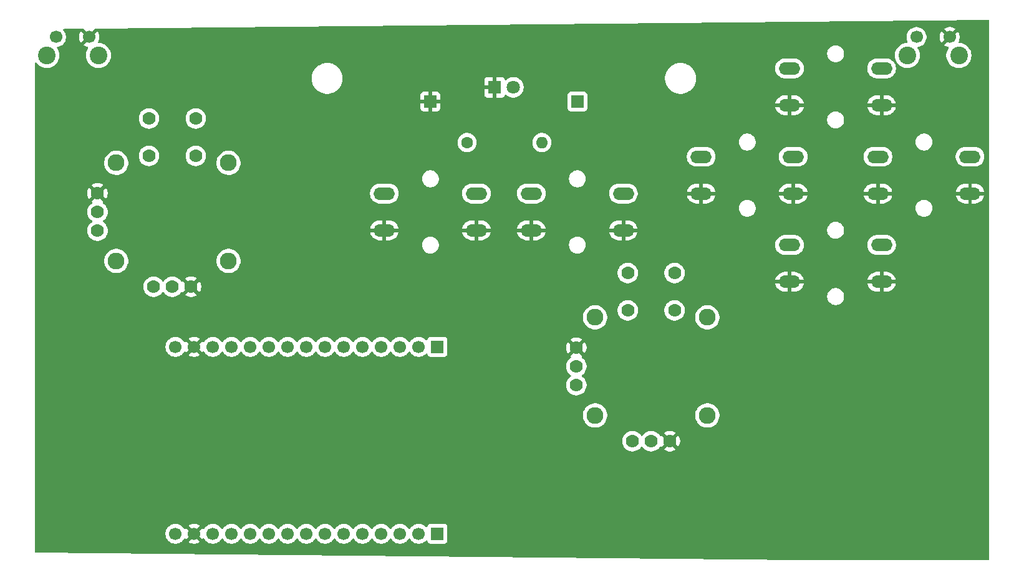
<source format=gbl>
%TF.GenerationSoftware,KiCad,Pcbnew,9.0.1*%
%TF.CreationDate,2025-05-25T22:24:14+01:00*%
%TF.ProjectId,Controller,436f6e74-726f-46c6-9c65-722e6b696361,rev?*%
%TF.SameCoordinates,Original*%
%TF.FileFunction,Copper,L2,Bot*%
%TF.FilePolarity,Positive*%
%FSLAX46Y46*%
G04 Gerber Fmt 4.6, Leading zero omitted, Abs format (unit mm)*
G04 Created by KiCad (PCBNEW 9.0.1) date 2025-05-25 22:24:14*
%MOMM*%
%LPD*%
G01*
G04 APERTURE LIST*
%TA.AperFunction,ComponentPad*%
%ADD10O,2.900000X1.700000*%
%TD*%
%TA.AperFunction,ComponentPad*%
%ADD11R,1.700000X1.700000*%
%TD*%
%TA.AperFunction,ComponentPad*%
%ADD12C,1.700000*%
%TD*%
%TA.AperFunction,ComponentPad*%
%ADD13C,2.400000*%
%TD*%
%TA.AperFunction,ComponentPad*%
%ADD14C,1.778000*%
%TD*%
%TA.AperFunction,ComponentPad*%
%ADD15C,2.286000*%
%TD*%
%TA.AperFunction,ComponentPad*%
%ADD16R,1.800000X1.800000*%
%TD*%
%TA.AperFunction,ComponentPad*%
%ADD17C,1.800000*%
%TD*%
%TA.AperFunction,ComponentPad*%
%ADD18C,1.600000*%
%TD*%
%TA.AperFunction,ComponentPad*%
%ADD19O,1.600000X1.600000*%
%TD*%
G04 APERTURE END LIST*
D10*
%TO.P,SW8,1,1*%
%TO.N,/D25*%
X152829452Y-65520108D03*
X165329452Y-65520108D03*
%TO.P,SW8,2,2*%
%TO.N,/GND*%
X152829452Y-70520108D03*
X165329452Y-70520108D03*
%TD*%
D11*
%TO.P,J5,1,Pin_1*%
%TO.N,/D23*%
X160020000Y-86360000D03*
D12*
%TO.P,J5,2,Pin_2*%
%TO.N,/D22*%
X157480000Y-86360000D03*
%TO.P,J5,3,Pin_3*%
%TO.N,/TX0*%
X154940000Y-86360000D03*
%TO.P,J5,4,Pin_4*%
%TO.N,/RX0*%
X152400000Y-86360000D03*
%TO.P,J5,5,Pin_5*%
%TO.N,/D21*%
X149860000Y-86360000D03*
%TO.P,J5,6,Pin_6*%
%TO.N,/D19*%
X147320000Y-86360000D03*
%TO.P,J5,7,Pin_7*%
%TO.N,/D18*%
X144780000Y-86360000D03*
%TO.P,J5,8,Pin_8*%
%TO.N,/D5*%
X142240000Y-86360000D03*
%TO.P,J5,9,Pin_9*%
%TO.N,/D17*%
X139700000Y-86360000D03*
%TO.P,J5,10,Pin_10*%
%TO.N,/D16*%
X137160000Y-86360000D03*
%TO.P,J5,11,Pin_11*%
%TO.N,/D4*%
X134620000Y-86360000D03*
%TO.P,J5,12,Pin_12*%
%TO.N,/D2*%
X132080000Y-86360000D03*
%TO.P,J5,13,Pin_13*%
%TO.N,/D15*%
X129540000Y-86360000D03*
%TO.P,J5,14,Pin_14*%
%TO.N,/GND*%
X127000000Y-86360000D03*
%TO.P,J5,15,Pin_15*%
%TO.N,/3V3*%
X124460000Y-86360000D03*
%TD*%
D11*
%TO.P,J2,1,Pin_1*%
%TO.N,/EN*%
X160020000Y-111760000D03*
D12*
%TO.P,J2,2,Pin_2*%
%TO.N,/VP*%
X157480000Y-111760000D03*
%TO.P,J2,3,Pin_3*%
%TO.N,/VN*%
X154940000Y-111760000D03*
%TO.P,J2,4,Pin_4*%
%TO.N,/D34*%
X152400000Y-111760000D03*
%TO.P,J2,5,Pin_5*%
%TO.N,/D35*%
X149860000Y-111760000D03*
%TO.P,J2,6,Pin_6*%
%TO.N,/D32*%
X147320000Y-111760000D03*
%TO.P,J2,7,Pin_7*%
%TO.N,/D33*%
X144780000Y-111760000D03*
%TO.P,J2,8,Pin_8*%
%TO.N,/D25*%
X142240000Y-111760000D03*
%TO.P,J2,9,Pin_9*%
%TO.N,/D26*%
X139700000Y-111760000D03*
%TO.P,J2,10,Pin_10*%
%TO.N,/D27*%
X137160000Y-111760000D03*
%TO.P,J2,11,Pin_11*%
%TO.N,/D14*%
X134620000Y-111760000D03*
%TO.P,J2,12,Pin_12*%
%TO.N,/D12*%
X132080000Y-111760000D03*
%TO.P,J2,13,Pin_13*%
%TO.N,/D13*%
X129540000Y-111760000D03*
%TO.P,J2,14,Pin_14*%
%TO.N,/GND*%
X127000000Y-111760000D03*
%TO.P,J2,15,Pin_15*%
%TO.N,/VIN*%
X124460000Y-111760000D03*
%TD*%
D13*
%TO.P,SW5,*%
%TO.N,*%
X223829999Y-46755000D03*
X230829999Y-46755000D03*
D12*
%TO.P,SW5,1,1*%
%TO.N,/D22*%
X225079999Y-44255000D03*
%TO.P,SW5,2,2*%
%TO.N,/GND*%
X229579999Y-44255000D03*
%TD*%
D10*
%TO.P,SW3,1,1*%
%TO.N,/D23*%
X207844180Y-72520108D03*
X220344180Y-72520108D03*
%TO.P,SW3,2,2*%
%TO.N,/GND*%
X207844180Y-77520108D03*
X220344180Y-77520108D03*
%TD*%
%TO.P,SW4,1,1*%
%TO.N,/D19*%
X195844180Y-60520108D03*
X208344180Y-60520108D03*
%TO.P,SW4,2,2*%
%TO.N,/GND*%
X195844180Y-65520108D03*
X208344180Y-65520108D03*
%TD*%
D14*
%TO.P,RV2,1,1*%
%TO.N,/GND*%
X178895452Y-86480108D03*
%TO.P,RV2,2,2*%
%TO.N,/D27*%
X178895452Y-89020108D03*
%TO.P,RV2,3,3*%
%TO.N,/3V3*%
X178895452Y-91560108D03*
%TO.P,RV2,4,4*%
X186515452Y-99180108D03*
%TO.P,RV2,5,5*%
%TO.N,/D26*%
X189055452Y-99180108D03*
%TO.P,RV2,6,6*%
%TO.N,/GND*%
X191595452Y-99180108D03*
%TO.P,RV2,B1A*%
%TO.N,N/C*%
X185880452Y-76320108D03*
%TO.P,RV2,B1B*%
X192230452Y-76320108D03*
%TO.P,RV2,B2A*%
X185880452Y-81400108D03*
%TO.P,RV2,B2B*%
X192230452Y-81400108D03*
D15*
%TO.P,RV2,MOUN*%
X181435452Y-82352608D03*
X181435452Y-95687608D03*
X196675452Y-82352608D03*
X196675452Y-95687608D03*
%TD*%
D13*
%TO.P,SW6,*%
%TO.N,*%
X107005452Y-46755000D03*
X114005452Y-46755000D03*
D12*
%TO.P,SW6,1,1*%
%TO.N,/D16*%
X108255452Y-44255000D03*
%TO.P,SW6,2,2*%
%TO.N,/GND*%
X112755452Y-44255000D03*
%TD*%
D11*
%TO.P,J3,1,Pin_1*%
%TO.N,/VIN*%
X179055452Y-53020108D03*
%TD*%
D14*
%TO.P,RV1,1,1*%
%TO.N,/GND*%
X113895452Y-65480108D03*
%TO.P,RV1,2,2*%
%TO.N,/D12*%
X113895452Y-68020108D03*
%TO.P,RV1,3,3*%
%TO.N,/3V3*%
X113895452Y-70560108D03*
%TO.P,RV1,4,4*%
X121515452Y-78180108D03*
%TO.P,RV1,5,5*%
%TO.N,/D14*%
X124055452Y-78180108D03*
%TO.P,RV1,6,6*%
%TO.N,/GND*%
X126595452Y-78180108D03*
%TO.P,RV1,B1A*%
%TO.N,N/C*%
X120880452Y-55320108D03*
%TO.P,RV1,B1B*%
X127230452Y-55320108D03*
%TO.P,RV1,B2A*%
X120880452Y-60400108D03*
%TO.P,RV1,B2B*%
X127230452Y-60400108D03*
D15*
%TO.P,RV1,MOUN*%
X116435452Y-61352608D03*
X116435452Y-74687608D03*
X131675452Y-61352608D03*
X131675452Y-74687608D03*
%TD*%
D16*
%TO.P,D1,1,K*%
%TO.N,/GND*%
X167805729Y-51087338D03*
D17*
%TO.P,D1,2,A*%
%TO.N,Net-(D1-A)*%
X170345729Y-51087338D03*
%TD*%
D10*
%TO.P,SW2,1,1*%
%TO.N,/D21*%
X219844180Y-60520108D03*
X232344180Y-60520108D03*
%TO.P,SW2,2,2*%
%TO.N,/GND*%
X219844180Y-65520108D03*
X232344180Y-65520108D03*
%TD*%
D18*
%TO.P,R1,1*%
%TO.N,/D17*%
X164055729Y-58587338D03*
D19*
%TO.P,R1,2*%
%TO.N,Net-(D1-A)*%
X174215729Y-58587338D03*
%TD*%
D10*
%TO.P,SW7,1,1*%
%TO.N,/D5*%
X172781452Y-65520108D03*
X185281452Y-65520108D03*
%TO.P,SW7,2,2*%
%TO.N,/GND*%
X172781452Y-70520108D03*
X185281452Y-70520108D03*
%TD*%
D11*
%TO.P,J1,1,Pin_1*%
%TO.N,/GND*%
X159055452Y-53020108D03*
%TD*%
D10*
%TO.P,SW1,1,1*%
%TO.N,/D18*%
X207844180Y-48520108D03*
X220344180Y-48520108D03*
%TO.P,SW1,2,2*%
%TO.N,/GND*%
X207844180Y-53520108D03*
X220344180Y-53520108D03*
%TD*%
%TA.AperFunction,Conductor*%
%TO.N,/GND*%
G36*
X234892014Y-41930253D02*
G01*
X234938284Y-41982606D01*
X234950000Y-42035221D01*
X234950000Y-115195779D01*
X234930315Y-115262818D01*
X234877511Y-115308573D01*
X234825986Y-115319779D01*
X209136556Y-115316921D01*
X209135354Y-115316915D01*
X105532784Y-114301203D01*
X105465941Y-114280862D01*
X105420706Y-114227612D01*
X105410000Y-114177209D01*
X105410000Y-111653713D01*
X123109500Y-111653713D01*
X123109500Y-111866286D01*
X123142753Y-112076239D01*
X123208444Y-112278414D01*
X123304951Y-112467820D01*
X123429890Y-112639786D01*
X123580213Y-112790109D01*
X123752179Y-112915048D01*
X123752181Y-112915049D01*
X123752184Y-112915051D01*
X123941588Y-113011557D01*
X124143757Y-113077246D01*
X124353713Y-113110500D01*
X124353714Y-113110500D01*
X124566286Y-113110500D01*
X124566287Y-113110500D01*
X124776243Y-113077246D01*
X124978412Y-113011557D01*
X125167816Y-112915051D01*
X125254138Y-112852335D01*
X125339786Y-112790109D01*
X125339788Y-112790106D01*
X125339792Y-112790104D01*
X125490104Y-112639792D01*
X125490106Y-112639788D01*
X125490109Y-112639786D01*
X125575890Y-112521717D01*
X125615051Y-112467816D01*
X125619793Y-112458508D01*
X125667763Y-112407711D01*
X125735583Y-112390911D01*
X125801719Y-112413445D01*
X125840763Y-112458500D01*
X125845373Y-112467547D01*
X125884728Y-112521716D01*
X126517037Y-111889408D01*
X126534075Y-111952993D01*
X126599901Y-112067007D01*
X126692993Y-112160099D01*
X126807007Y-112225925D01*
X126870590Y-112242962D01*
X126238282Y-112875269D01*
X126238282Y-112875270D01*
X126292449Y-112914624D01*
X126481782Y-113011095D01*
X126683870Y-113076757D01*
X126893754Y-113110000D01*
X127106246Y-113110000D01*
X127316127Y-113076757D01*
X127316130Y-113076757D01*
X127518217Y-113011095D01*
X127707554Y-112914622D01*
X127761716Y-112875270D01*
X127761717Y-112875270D01*
X127129408Y-112242962D01*
X127192993Y-112225925D01*
X127307007Y-112160099D01*
X127400099Y-112067007D01*
X127465925Y-111952993D01*
X127482962Y-111889408D01*
X128115270Y-112521717D01*
X128115270Y-112521716D01*
X128154622Y-112467555D01*
X128159232Y-112458507D01*
X128207205Y-112407709D01*
X128275025Y-112390912D01*
X128341161Y-112413447D01*
X128380204Y-112458504D01*
X128384949Y-112467817D01*
X128509890Y-112639786D01*
X128660213Y-112790109D01*
X128832179Y-112915048D01*
X128832181Y-112915049D01*
X128832184Y-112915051D01*
X129021588Y-113011557D01*
X129223757Y-113077246D01*
X129433713Y-113110500D01*
X129433714Y-113110500D01*
X129646286Y-113110500D01*
X129646287Y-113110500D01*
X129856243Y-113077246D01*
X130058412Y-113011557D01*
X130247816Y-112915051D01*
X130334138Y-112852335D01*
X130419786Y-112790109D01*
X130419788Y-112790106D01*
X130419792Y-112790104D01*
X130570104Y-112639792D01*
X130570106Y-112639788D01*
X130570109Y-112639786D01*
X130695048Y-112467820D01*
X130695047Y-112467820D01*
X130695051Y-112467816D01*
X130699514Y-112459054D01*
X130747488Y-112408259D01*
X130815308Y-112391463D01*
X130881444Y-112413999D01*
X130920486Y-112459056D01*
X130924951Y-112467820D01*
X131049890Y-112639786D01*
X131200213Y-112790109D01*
X131372179Y-112915048D01*
X131372181Y-112915049D01*
X131372184Y-112915051D01*
X131561588Y-113011557D01*
X131763757Y-113077246D01*
X131973713Y-113110500D01*
X131973714Y-113110500D01*
X132186286Y-113110500D01*
X132186287Y-113110500D01*
X132396243Y-113077246D01*
X132598412Y-113011557D01*
X132787816Y-112915051D01*
X132874138Y-112852335D01*
X132959786Y-112790109D01*
X132959788Y-112790106D01*
X132959792Y-112790104D01*
X133110104Y-112639792D01*
X133110106Y-112639788D01*
X133110109Y-112639786D01*
X133235048Y-112467820D01*
X133235047Y-112467820D01*
X133235051Y-112467816D01*
X133239514Y-112459054D01*
X133287488Y-112408259D01*
X133355308Y-112391463D01*
X133421444Y-112413999D01*
X133460486Y-112459056D01*
X133464951Y-112467820D01*
X133589890Y-112639786D01*
X133740213Y-112790109D01*
X133912179Y-112915048D01*
X133912181Y-112915049D01*
X133912184Y-112915051D01*
X134101588Y-113011557D01*
X134303757Y-113077246D01*
X134513713Y-113110500D01*
X134513714Y-113110500D01*
X134726286Y-113110500D01*
X134726287Y-113110500D01*
X134936243Y-113077246D01*
X135138412Y-113011557D01*
X135327816Y-112915051D01*
X135414138Y-112852335D01*
X135499786Y-112790109D01*
X135499788Y-112790106D01*
X135499792Y-112790104D01*
X135650104Y-112639792D01*
X135650106Y-112639788D01*
X135650109Y-112639786D01*
X135775048Y-112467820D01*
X135775047Y-112467820D01*
X135775051Y-112467816D01*
X135779514Y-112459054D01*
X135827488Y-112408259D01*
X135895308Y-112391463D01*
X135961444Y-112413999D01*
X136000486Y-112459056D01*
X136004951Y-112467820D01*
X136129890Y-112639786D01*
X136280213Y-112790109D01*
X136452179Y-112915048D01*
X136452181Y-112915049D01*
X136452184Y-112915051D01*
X136641588Y-113011557D01*
X136843757Y-113077246D01*
X137053713Y-113110500D01*
X137053714Y-113110500D01*
X137266286Y-113110500D01*
X137266287Y-113110500D01*
X137476243Y-113077246D01*
X137678412Y-113011557D01*
X137867816Y-112915051D01*
X137954138Y-112852335D01*
X138039786Y-112790109D01*
X138039788Y-112790106D01*
X138039792Y-112790104D01*
X138190104Y-112639792D01*
X138190106Y-112639788D01*
X138190109Y-112639786D01*
X138315048Y-112467820D01*
X138315047Y-112467820D01*
X138315051Y-112467816D01*
X138319514Y-112459054D01*
X138367488Y-112408259D01*
X138435308Y-112391463D01*
X138501444Y-112413999D01*
X138540486Y-112459056D01*
X138544951Y-112467820D01*
X138669890Y-112639786D01*
X138820213Y-112790109D01*
X138992179Y-112915048D01*
X138992181Y-112915049D01*
X138992184Y-112915051D01*
X139181588Y-113011557D01*
X139383757Y-113077246D01*
X139593713Y-113110500D01*
X139593714Y-113110500D01*
X139806286Y-113110500D01*
X139806287Y-113110500D01*
X140016243Y-113077246D01*
X140218412Y-113011557D01*
X140407816Y-112915051D01*
X140494138Y-112852335D01*
X140579786Y-112790109D01*
X140579788Y-112790106D01*
X140579792Y-112790104D01*
X140730104Y-112639792D01*
X140730106Y-112639788D01*
X140730109Y-112639786D01*
X140855048Y-112467820D01*
X140855047Y-112467820D01*
X140855051Y-112467816D01*
X140859514Y-112459054D01*
X140907488Y-112408259D01*
X140975308Y-112391463D01*
X141041444Y-112413999D01*
X141080486Y-112459056D01*
X141084951Y-112467820D01*
X141209890Y-112639786D01*
X141360213Y-112790109D01*
X141532179Y-112915048D01*
X141532181Y-112915049D01*
X141532184Y-112915051D01*
X141721588Y-113011557D01*
X141923757Y-113077246D01*
X142133713Y-113110500D01*
X142133714Y-113110500D01*
X142346286Y-113110500D01*
X142346287Y-113110500D01*
X142556243Y-113077246D01*
X142758412Y-113011557D01*
X142947816Y-112915051D01*
X143034138Y-112852335D01*
X143119786Y-112790109D01*
X143119788Y-112790106D01*
X143119792Y-112790104D01*
X143270104Y-112639792D01*
X143270106Y-112639788D01*
X143270109Y-112639786D01*
X143395048Y-112467820D01*
X143395047Y-112467820D01*
X143395051Y-112467816D01*
X143399514Y-112459054D01*
X143447488Y-112408259D01*
X143515308Y-112391463D01*
X143581444Y-112413999D01*
X143620486Y-112459056D01*
X143624951Y-112467820D01*
X143749890Y-112639786D01*
X143900213Y-112790109D01*
X144072179Y-112915048D01*
X144072181Y-112915049D01*
X144072184Y-112915051D01*
X144261588Y-113011557D01*
X144463757Y-113077246D01*
X144673713Y-113110500D01*
X144673714Y-113110500D01*
X144886286Y-113110500D01*
X144886287Y-113110500D01*
X145096243Y-113077246D01*
X145298412Y-113011557D01*
X145487816Y-112915051D01*
X145574138Y-112852335D01*
X145659786Y-112790109D01*
X145659788Y-112790106D01*
X145659792Y-112790104D01*
X145810104Y-112639792D01*
X145810106Y-112639788D01*
X145810109Y-112639786D01*
X145935048Y-112467820D01*
X145935047Y-112467820D01*
X145935051Y-112467816D01*
X145939514Y-112459054D01*
X145987488Y-112408259D01*
X146055308Y-112391463D01*
X146121444Y-112413999D01*
X146160486Y-112459056D01*
X146164951Y-112467820D01*
X146289890Y-112639786D01*
X146440213Y-112790109D01*
X146612179Y-112915048D01*
X146612181Y-112915049D01*
X146612184Y-112915051D01*
X146801588Y-113011557D01*
X147003757Y-113077246D01*
X147213713Y-113110500D01*
X147213714Y-113110500D01*
X147426286Y-113110500D01*
X147426287Y-113110500D01*
X147636243Y-113077246D01*
X147838412Y-113011557D01*
X148027816Y-112915051D01*
X148114138Y-112852335D01*
X148199786Y-112790109D01*
X148199788Y-112790106D01*
X148199792Y-112790104D01*
X148350104Y-112639792D01*
X148350106Y-112639788D01*
X148350109Y-112639786D01*
X148475048Y-112467820D01*
X148475047Y-112467820D01*
X148475051Y-112467816D01*
X148479514Y-112459054D01*
X148527488Y-112408259D01*
X148595308Y-112391463D01*
X148661444Y-112413999D01*
X148700486Y-112459056D01*
X148704951Y-112467820D01*
X148829890Y-112639786D01*
X148980213Y-112790109D01*
X149152179Y-112915048D01*
X149152181Y-112915049D01*
X149152184Y-112915051D01*
X149341588Y-113011557D01*
X149543757Y-113077246D01*
X149753713Y-113110500D01*
X149753714Y-113110500D01*
X149966286Y-113110500D01*
X149966287Y-113110500D01*
X150176243Y-113077246D01*
X150378412Y-113011557D01*
X150567816Y-112915051D01*
X150654138Y-112852335D01*
X150739786Y-112790109D01*
X150739788Y-112790106D01*
X150739792Y-112790104D01*
X150890104Y-112639792D01*
X150890106Y-112639788D01*
X150890109Y-112639786D01*
X151015048Y-112467820D01*
X151015047Y-112467820D01*
X151015051Y-112467816D01*
X151019514Y-112459054D01*
X151067488Y-112408259D01*
X151135308Y-112391463D01*
X151201444Y-112413999D01*
X151240486Y-112459056D01*
X151244951Y-112467820D01*
X151369890Y-112639786D01*
X151520213Y-112790109D01*
X151692179Y-112915048D01*
X151692181Y-112915049D01*
X151692184Y-112915051D01*
X151881588Y-113011557D01*
X152083757Y-113077246D01*
X152293713Y-113110500D01*
X152293714Y-113110500D01*
X152506286Y-113110500D01*
X152506287Y-113110500D01*
X152716243Y-113077246D01*
X152918412Y-113011557D01*
X153107816Y-112915051D01*
X153194138Y-112852335D01*
X153279786Y-112790109D01*
X153279788Y-112790106D01*
X153279792Y-112790104D01*
X153430104Y-112639792D01*
X153430106Y-112639788D01*
X153430109Y-112639786D01*
X153555048Y-112467820D01*
X153555047Y-112467820D01*
X153555051Y-112467816D01*
X153559514Y-112459054D01*
X153607488Y-112408259D01*
X153675308Y-112391463D01*
X153741444Y-112413999D01*
X153780486Y-112459056D01*
X153784951Y-112467820D01*
X153909890Y-112639786D01*
X154060213Y-112790109D01*
X154232179Y-112915048D01*
X154232181Y-112915049D01*
X154232184Y-112915051D01*
X154421588Y-113011557D01*
X154623757Y-113077246D01*
X154833713Y-113110500D01*
X154833714Y-113110500D01*
X155046286Y-113110500D01*
X155046287Y-113110500D01*
X155256243Y-113077246D01*
X155458412Y-113011557D01*
X155647816Y-112915051D01*
X155734138Y-112852335D01*
X155819786Y-112790109D01*
X155819788Y-112790106D01*
X155819792Y-112790104D01*
X155970104Y-112639792D01*
X155970106Y-112639788D01*
X155970109Y-112639786D01*
X156095048Y-112467820D01*
X156095047Y-112467820D01*
X156095051Y-112467816D01*
X156099514Y-112459054D01*
X156147488Y-112408259D01*
X156215308Y-112391463D01*
X156281444Y-112413999D01*
X156320486Y-112459056D01*
X156324951Y-112467820D01*
X156449890Y-112639786D01*
X156600213Y-112790109D01*
X156772179Y-112915048D01*
X156772181Y-112915049D01*
X156772184Y-112915051D01*
X156961588Y-113011557D01*
X157163757Y-113077246D01*
X157373713Y-113110500D01*
X157373714Y-113110500D01*
X157586286Y-113110500D01*
X157586287Y-113110500D01*
X157796243Y-113077246D01*
X157998412Y-113011557D01*
X158187816Y-112915051D01*
X158359792Y-112790104D01*
X158473329Y-112676566D01*
X158534648Y-112643084D01*
X158604340Y-112648068D01*
X158660274Y-112689939D01*
X158677189Y-112720917D01*
X158726202Y-112852328D01*
X158726206Y-112852335D01*
X158812452Y-112967544D01*
X158812455Y-112967547D01*
X158927664Y-113053793D01*
X158927671Y-113053797D01*
X159062517Y-113104091D01*
X159062516Y-113104091D01*
X159069444Y-113104835D01*
X159122127Y-113110500D01*
X160917872Y-113110499D01*
X160977483Y-113104091D01*
X161112331Y-113053796D01*
X161227546Y-112967546D01*
X161313796Y-112852331D01*
X161364091Y-112717483D01*
X161370500Y-112657873D01*
X161370499Y-110862128D01*
X161364091Y-110802517D01*
X161362810Y-110799083D01*
X161313797Y-110667671D01*
X161313793Y-110667664D01*
X161227547Y-110552455D01*
X161227544Y-110552452D01*
X161112335Y-110466206D01*
X161112328Y-110466202D01*
X160977482Y-110415908D01*
X160977483Y-110415908D01*
X160917883Y-110409501D01*
X160917881Y-110409500D01*
X160917873Y-110409500D01*
X160917864Y-110409500D01*
X159122129Y-110409500D01*
X159122123Y-110409501D01*
X159062516Y-110415908D01*
X158927671Y-110466202D01*
X158927664Y-110466206D01*
X158812455Y-110552452D01*
X158812452Y-110552455D01*
X158726206Y-110667664D01*
X158726203Y-110667669D01*
X158677189Y-110799083D01*
X158635317Y-110855016D01*
X158569853Y-110879433D01*
X158501580Y-110864581D01*
X158473326Y-110843430D01*
X158359786Y-110729890D01*
X158187820Y-110604951D01*
X157998414Y-110508444D01*
X157998413Y-110508443D01*
X157998412Y-110508443D01*
X157796243Y-110442754D01*
X157796241Y-110442753D01*
X157796240Y-110442753D01*
X157634957Y-110417208D01*
X157586287Y-110409500D01*
X157373713Y-110409500D01*
X157325042Y-110417208D01*
X157163760Y-110442753D01*
X156961585Y-110508444D01*
X156772179Y-110604951D01*
X156600213Y-110729890D01*
X156449890Y-110880213D01*
X156324949Y-111052182D01*
X156320484Y-111060946D01*
X156272509Y-111111742D01*
X156204688Y-111128536D01*
X156138553Y-111105998D01*
X156099516Y-111060946D01*
X156095050Y-111052182D01*
X155970109Y-110880213D01*
X155819786Y-110729890D01*
X155647820Y-110604951D01*
X155458414Y-110508444D01*
X155458413Y-110508443D01*
X155458412Y-110508443D01*
X155256243Y-110442754D01*
X155256241Y-110442753D01*
X155256240Y-110442753D01*
X155094957Y-110417208D01*
X155046287Y-110409500D01*
X154833713Y-110409500D01*
X154785042Y-110417208D01*
X154623760Y-110442753D01*
X154421585Y-110508444D01*
X154232179Y-110604951D01*
X154060213Y-110729890D01*
X153909890Y-110880213D01*
X153784949Y-111052182D01*
X153780484Y-111060946D01*
X153732509Y-111111742D01*
X153664688Y-111128536D01*
X153598553Y-111105998D01*
X153559516Y-111060946D01*
X153555050Y-111052182D01*
X153430109Y-110880213D01*
X153279786Y-110729890D01*
X153107820Y-110604951D01*
X152918414Y-110508444D01*
X152918413Y-110508443D01*
X152918412Y-110508443D01*
X152716243Y-110442754D01*
X152716241Y-110442753D01*
X152716240Y-110442753D01*
X152554957Y-110417208D01*
X152506287Y-110409500D01*
X152293713Y-110409500D01*
X152245042Y-110417208D01*
X152083760Y-110442753D01*
X151881585Y-110508444D01*
X151692179Y-110604951D01*
X151520213Y-110729890D01*
X151369890Y-110880213D01*
X151244949Y-111052182D01*
X151240484Y-111060946D01*
X151192509Y-111111742D01*
X151124688Y-111128536D01*
X151058553Y-111105998D01*
X151019516Y-111060946D01*
X151015050Y-111052182D01*
X150890109Y-110880213D01*
X150739786Y-110729890D01*
X150567820Y-110604951D01*
X150378414Y-110508444D01*
X150378413Y-110508443D01*
X150378412Y-110508443D01*
X150176243Y-110442754D01*
X150176241Y-110442753D01*
X150176240Y-110442753D01*
X150014957Y-110417208D01*
X149966287Y-110409500D01*
X149753713Y-110409500D01*
X149705042Y-110417208D01*
X149543760Y-110442753D01*
X149341585Y-110508444D01*
X149152179Y-110604951D01*
X148980213Y-110729890D01*
X148829890Y-110880213D01*
X148704949Y-111052182D01*
X148700484Y-111060946D01*
X148652509Y-111111742D01*
X148584688Y-111128536D01*
X148518553Y-111105998D01*
X148479516Y-111060946D01*
X148475050Y-111052182D01*
X148350109Y-110880213D01*
X148199786Y-110729890D01*
X148027820Y-110604951D01*
X147838414Y-110508444D01*
X147838413Y-110508443D01*
X147838412Y-110508443D01*
X147636243Y-110442754D01*
X147636241Y-110442753D01*
X147636240Y-110442753D01*
X147474957Y-110417208D01*
X147426287Y-110409500D01*
X147213713Y-110409500D01*
X147165042Y-110417208D01*
X147003760Y-110442753D01*
X146801585Y-110508444D01*
X146612179Y-110604951D01*
X146440213Y-110729890D01*
X146289890Y-110880213D01*
X146164949Y-111052182D01*
X146160484Y-111060946D01*
X146112509Y-111111742D01*
X146044688Y-111128536D01*
X145978553Y-111105998D01*
X145939516Y-111060946D01*
X145935050Y-111052182D01*
X145810109Y-110880213D01*
X145659786Y-110729890D01*
X145487820Y-110604951D01*
X145298414Y-110508444D01*
X145298413Y-110508443D01*
X145298412Y-110508443D01*
X145096243Y-110442754D01*
X145096241Y-110442753D01*
X145096240Y-110442753D01*
X144934957Y-110417208D01*
X144886287Y-110409500D01*
X144673713Y-110409500D01*
X144625042Y-110417208D01*
X144463760Y-110442753D01*
X144261585Y-110508444D01*
X144072179Y-110604951D01*
X143900213Y-110729890D01*
X143749890Y-110880213D01*
X143624949Y-111052182D01*
X143620484Y-111060946D01*
X143572509Y-111111742D01*
X143504688Y-111128536D01*
X143438553Y-111105998D01*
X143399516Y-111060946D01*
X143395050Y-111052182D01*
X143270109Y-110880213D01*
X143119786Y-110729890D01*
X142947820Y-110604951D01*
X142758414Y-110508444D01*
X142758413Y-110508443D01*
X142758412Y-110508443D01*
X142556243Y-110442754D01*
X142556241Y-110442753D01*
X142556240Y-110442753D01*
X142394957Y-110417208D01*
X142346287Y-110409500D01*
X142133713Y-110409500D01*
X142085042Y-110417208D01*
X141923760Y-110442753D01*
X141721585Y-110508444D01*
X141532179Y-110604951D01*
X141360213Y-110729890D01*
X141209890Y-110880213D01*
X141084949Y-111052182D01*
X141080484Y-111060946D01*
X141032509Y-111111742D01*
X140964688Y-111128536D01*
X140898553Y-111105998D01*
X140859516Y-111060946D01*
X140855050Y-111052182D01*
X140730109Y-110880213D01*
X140579786Y-110729890D01*
X140407820Y-110604951D01*
X140218414Y-110508444D01*
X140218413Y-110508443D01*
X140218412Y-110508443D01*
X140016243Y-110442754D01*
X140016241Y-110442753D01*
X140016240Y-110442753D01*
X139854957Y-110417208D01*
X139806287Y-110409500D01*
X139593713Y-110409500D01*
X139545042Y-110417208D01*
X139383760Y-110442753D01*
X139181585Y-110508444D01*
X138992179Y-110604951D01*
X138820213Y-110729890D01*
X138669890Y-110880213D01*
X138544949Y-111052182D01*
X138540484Y-111060946D01*
X138492509Y-111111742D01*
X138424688Y-111128536D01*
X138358553Y-111105998D01*
X138319516Y-111060946D01*
X138315050Y-111052182D01*
X138190109Y-110880213D01*
X138039786Y-110729890D01*
X137867820Y-110604951D01*
X137678414Y-110508444D01*
X137678413Y-110508443D01*
X137678412Y-110508443D01*
X137476243Y-110442754D01*
X137476241Y-110442753D01*
X137476240Y-110442753D01*
X137314957Y-110417208D01*
X137266287Y-110409500D01*
X137053713Y-110409500D01*
X137005042Y-110417208D01*
X136843760Y-110442753D01*
X136641585Y-110508444D01*
X136452179Y-110604951D01*
X136280213Y-110729890D01*
X136129890Y-110880213D01*
X136004949Y-111052182D01*
X136000484Y-111060946D01*
X135952509Y-111111742D01*
X135884688Y-111128536D01*
X135818553Y-111105998D01*
X135779516Y-111060946D01*
X135775050Y-111052182D01*
X135650109Y-110880213D01*
X135499786Y-110729890D01*
X135327820Y-110604951D01*
X135138414Y-110508444D01*
X135138413Y-110508443D01*
X135138412Y-110508443D01*
X134936243Y-110442754D01*
X134936241Y-110442753D01*
X134936240Y-110442753D01*
X134774957Y-110417208D01*
X134726287Y-110409500D01*
X134513713Y-110409500D01*
X134465042Y-110417208D01*
X134303760Y-110442753D01*
X134101585Y-110508444D01*
X133912179Y-110604951D01*
X133740213Y-110729890D01*
X133589890Y-110880213D01*
X133464949Y-111052182D01*
X133460484Y-111060946D01*
X133412509Y-111111742D01*
X133344688Y-111128536D01*
X133278553Y-111105998D01*
X133239516Y-111060946D01*
X133235050Y-111052182D01*
X133110109Y-110880213D01*
X132959786Y-110729890D01*
X132787820Y-110604951D01*
X132598414Y-110508444D01*
X132598413Y-110508443D01*
X132598412Y-110508443D01*
X132396243Y-110442754D01*
X132396241Y-110442753D01*
X132396240Y-110442753D01*
X132234957Y-110417208D01*
X132186287Y-110409500D01*
X131973713Y-110409500D01*
X131925042Y-110417208D01*
X131763760Y-110442753D01*
X131561585Y-110508444D01*
X131372179Y-110604951D01*
X131200213Y-110729890D01*
X131049890Y-110880213D01*
X130924949Y-111052182D01*
X130920484Y-111060946D01*
X130872509Y-111111742D01*
X130804688Y-111128536D01*
X130738553Y-111105998D01*
X130699516Y-111060946D01*
X130695050Y-111052182D01*
X130570109Y-110880213D01*
X130419786Y-110729890D01*
X130247820Y-110604951D01*
X130058414Y-110508444D01*
X130058413Y-110508443D01*
X130058412Y-110508443D01*
X129856243Y-110442754D01*
X129856241Y-110442753D01*
X129856240Y-110442753D01*
X129694957Y-110417208D01*
X129646287Y-110409500D01*
X129433713Y-110409500D01*
X129385042Y-110417208D01*
X129223760Y-110442753D01*
X129021585Y-110508444D01*
X128832179Y-110604951D01*
X128660213Y-110729890D01*
X128509890Y-110880213D01*
X128384949Y-111052182D01*
X128380202Y-111061499D01*
X128332227Y-111112293D01*
X128264405Y-111129087D01*
X128198271Y-111106548D01*
X128159234Y-111061495D01*
X128154626Y-111052452D01*
X128115270Y-110998282D01*
X128115269Y-110998282D01*
X127482962Y-111630590D01*
X127465925Y-111567007D01*
X127400099Y-111452993D01*
X127307007Y-111359901D01*
X127192993Y-111294075D01*
X127129409Y-111277037D01*
X127761716Y-110644728D01*
X127707550Y-110605375D01*
X127518217Y-110508904D01*
X127316129Y-110443242D01*
X127106246Y-110410000D01*
X126893754Y-110410000D01*
X126683872Y-110443242D01*
X126683869Y-110443242D01*
X126481782Y-110508904D01*
X126292439Y-110605380D01*
X126238282Y-110644727D01*
X126238282Y-110644728D01*
X126870591Y-111277037D01*
X126807007Y-111294075D01*
X126692993Y-111359901D01*
X126599901Y-111452993D01*
X126534075Y-111567007D01*
X126517037Y-111630591D01*
X125884728Y-110998282D01*
X125884727Y-110998282D01*
X125845380Y-111052440D01*
X125845376Y-111052446D01*
X125840760Y-111061505D01*
X125792781Y-111112297D01*
X125724959Y-111129087D01*
X125658826Y-111106543D01*
X125619794Y-111061493D01*
X125615051Y-111052184D01*
X125615049Y-111052181D01*
X125615048Y-111052179D01*
X125490109Y-110880213D01*
X125339786Y-110729890D01*
X125167820Y-110604951D01*
X124978414Y-110508444D01*
X124978413Y-110508443D01*
X124978412Y-110508443D01*
X124776243Y-110442754D01*
X124776241Y-110442753D01*
X124776240Y-110442753D01*
X124614957Y-110417208D01*
X124566287Y-110409500D01*
X124353713Y-110409500D01*
X124305042Y-110417208D01*
X124143760Y-110442753D01*
X123941585Y-110508444D01*
X123752179Y-110604951D01*
X123580213Y-110729890D01*
X123429890Y-110880213D01*
X123304951Y-111052179D01*
X123208444Y-111241585D01*
X123142753Y-111443760D01*
X123109500Y-111653713D01*
X105410000Y-111653713D01*
X105410000Y-99070746D01*
X185125952Y-99070746D01*
X185125952Y-99289469D01*
X185160166Y-99505484D01*
X185227749Y-99713488D01*
X185227750Y-99713491D01*
X185295234Y-99845933D01*
X185315174Y-99885068D01*
X185327047Y-99908368D01*
X185455594Y-100085301D01*
X185610258Y-100239965D01*
X185724960Y-100323299D01*
X185787195Y-100368515D01*
X185914584Y-100433423D01*
X185982068Y-100467809D01*
X185982071Y-100467810D01*
X186086073Y-100501601D01*
X186190077Y-100535394D01*
X186290124Y-100551240D01*
X186406091Y-100569608D01*
X186406096Y-100569608D01*
X186624813Y-100569608D01*
X186729534Y-100553020D01*
X186840827Y-100535394D01*
X187048835Y-100467809D01*
X187243709Y-100368515D01*
X187343053Y-100296337D01*
X187420645Y-100239965D01*
X187420647Y-100239962D01*
X187420651Y-100239960D01*
X187575304Y-100085307D01*
X187685135Y-99934136D01*
X187740463Y-99891472D01*
X187810076Y-99885493D01*
X187871872Y-99918098D01*
X187885765Y-99934131D01*
X187995596Y-100085301D01*
X187995600Y-100085307D01*
X188150258Y-100239965D01*
X188264960Y-100323299D01*
X188327195Y-100368515D01*
X188454584Y-100433423D01*
X188522068Y-100467809D01*
X188522071Y-100467810D01*
X188626073Y-100501601D01*
X188730077Y-100535394D01*
X188830124Y-100551240D01*
X188946091Y-100569608D01*
X188946096Y-100569608D01*
X189164813Y-100569608D01*
X189269534Y-100553020D01*
X189380827Y-100535394D01*
X189588835Y-100467809D01*
X189783709Y-100368515D01*
X189883053Y-100296337D01*
X189960645Y-100239965D01*
X189960647Y-100239962D01*
X189960651Y-100239960D01*
X190115304Y-100085307D01*
X190225443Y-99933711D01*
X190280772Y-99891047D01*
X190350385Y-99885068D01*
X190412181Y-99917673D01*
X190426080Y-99933714D01*
X190452258Y-99969746D01*
X190452259Y-99969746D01*
X191157804Y-99264201D01*
X191181244Y-99351679D01*
X191239763Y-99453038D01*
X191322522Y-99535797D01*
X191423881Y-99594316D01*
X191511357Y-99617755D01*
X190805812Y-100323299D01*
X190867460Y-100368088D01*
X191062260Y-100467345D01*
X191062263Y-100467346D01*
X191270192Y-100534905D01*
X191486136Y-100569108D01*
X191704768Y-100569108D01*
X191920711Y-100534905D01*
X192128640Y-100467346D01*
X192128643Y-100467345D01*
X192323447Y-100368086D01*
X192385090Y-100323299D01*
X192385091Y-100323299D01*
X191679546Y-99617755D01*
X191767023Y-99594316D01*
X191868382Y-99535797D01*
X191951141Y-99453038D01*
X192009660Y-99351679D01*
X192033099Y-99264202D01*
X192738643Y-99969747D01*
X192738643Y-99969746D01*
X192783430Y-99908103D01*
X192882689Y-99713299D01*
X192882690Y-99713296D01*
X192950249Y-99505367D01*
X192984452Y-99289424D01*
X192984452Y-99070791D01*
X192950249Y-98854848D01*
X192882690Y-98646919D01*
X192882689Y-98646916D01*
X192783432Y-98452116D01*
X192738643Y-98390468D01*
X192033099Y-99096012D01*
X192009660Y-99008537D01*
X191951141Y-98907178D01*
X191868382Y-98824419D01*
X191767023Y-98765900D01*
X191679544Y-98742460D01*
X192385090Y-98036915D01*
X192385090Y-98036914D01*
X192323447Y-97992129D01*
X192323445Y-97992128D01*
X192128643Y-97892870D01*
X192128640Y-97892869D01*
X191920711Y-97825310D01*
X191704768Y-97791108D01*
X191486136Y-97791108D01*
X191270192Y-97825310D01*
X191062263Y-97892869D01*
X191062260Y-97892870D01*
X190867453Y-97992131D01*
X190805812Y-98036914D01*
X190805812Y-98036915D01*
X191511357Y-98742460D01*
X191423881Y-98765900D01*
X191322522Y-98824419D01*
X191239763Y-98907178D01*
X191181244Y-99008537D01*
X191157804Y-99096013D01*
X190452259Y-98390468D01*
X190452257Y-98390468D01*
X190426078Y-98426502D01*
X190370749Y-98469168D01*
X190301135Y-98475147D01*
X190239340Y-98442542D01*
X190225447Y-98426509D01*
X190115304Y-98274909D01*
X189960651Y-98120256D01*
X189960645Y-98120250D01*
X189783712Y-97991703D01*
X189783711Y-97991702D01*
X189783709Y-97991701D01*
X189721277Y-97959890D01*
X189588835Y-97892406D01*
X189588832Y-97892405D01*
X189380828Y-97824822D01*
X189164813Y-97790608D01*
X189164808Y-97790608D01*
X188946096Y-97790608D01*
X188946091Y-97790608D01*
X188730075Y-97824822D01*
X188522071Y-97892405D01*
X188522068Y-97892406D01*
X188327191Y-97991703D01*
X188150258Y-98120250D01*
X187995594Y-98274914D01*
X187885770Y-98426077D01*
X187830441Y-98468743D01*
X187760827Y-98474722D01*
X187699032Y-98442117D01*
X187685134Y-98426077D01*
X187575309Y-98274914D01*
X187420645Y-98120250D01*
X187243712Y-97991703D01*
X187243711Y-97991702D01*
X187243709Y-97991701D01*
X187181277Y-97959890D01*
X187048835Y-97892406D01*
X187048832Y-97892405D01*
X186840828Y-97824822D01*
X186624813Y-97790608D01*
X186624808Y-97790608D01*
X186406096Y-97790608D01*
X186406091Y-97790608D01*
X186190075Y-97824822D01*
X185982071Y-97892405D01*
X185982068Y-97892406D01*
X185787191Y-97991703D01*
X185610258Y-98120250D01*
X185455594Y-98274914D01*
X185327047Y-98451847D01*
X185227750Y-98646724D01*
X185227749Y-98646727D01*
X185160166Y-98854731D01*
X185125952Y-99070746D01*
X105410000Y-99070746D01*
X105410000Y-95558256D01*
X179791952Y-95558256D01*
X179791952Y-95816959D01*
X179832419Y-96072458D01*
X179832420Y-96072462D01*
X179912361Y-96318493D01*
X180029805Y-96548990D01*
X180181860Y-96758276D01*
X180364784Y-96941200D01*
X180574070Y-97093255D01*
X180804567Y-97210699D01*
X181050598Y-97290640D01*
X181146413Y-97305815D01*
X181306101Y-97331108D01*
X181306106Y-97331108D01*
X181564803Y-97331108D01*
X181706746Y-97308625D01*
X181820306Y-97290640D01*
X182066337Y-97210699D01*
X182296834Y-97093255D01*
X182506120Y-96941200D01*
X182689044Y-96758276D01*
X182841099Y-96548990D01*
X182958543Y-96318493D01*
X183038484Y-96072462D01*
X183056469Y-95958902D01*
X183078952Y-95816959D01*
X183078952Y-95558256D01*
X195031952Y-95558256D01*
X195031952Y-95816959D01*
X195072419Y-96072458D01*
X195072420Y-96072462D01*
X195152361Y-96318493D01*
X195269805Y-96548990D01*
X195421860Y-96758276D01*
X195604784Y-96941200D01*
X195814070Y-97093255D01*
X196044567Y-97210699D01*
X196290598Y-97290640D01*
X196386413Y-97305815D01*
X196546101Y-97331108D01*
X196546106Y-97331108D01*
X196804803Y-97331108D01*
X196946746Y-97308625D01*
X197060306Y-97290640D01*
X197306337Y-97210699D01*
X197536834Y-97093255D01*
X197746120Y-96941200D01*
X197929044Y-96758276D01*
X198081099Y-96548990D01*
X198198543Y-96318493D01*
X198278484Y-96072462D01*
X198296469Y-95958902D01*
X198318952Y-95816959D01*
X198318952Y-95558256D01*
X198278484Y-95302757D01*
X198278484Y-95302754D01*
X198198543Y-95056723D01*
X198081099Y-94826226D01*
X197929044Y-94616940D01*
X197746120Y-94434016D01*
X197536834Y-94281961D01*
X197306337Y-94164517D01*
X197060306Y-94084576D01*
X197060304Y-94084575D01*
X197060302Y-94084575D01*
X196804803Y-94044108D01*
X196804798Y-94044108D01*
X196546106Y-94044108D01*
X196546101Y-94044108D01*
X196290601Y-94084575D01*
X196044564Y-94164518D01*
X195814069Y-94281961D01*
X195604781Y-94434018D01*
X195421862Y-94616937D01*
X195269805Y-94826225D01*
X195152362Y-95056720D01*
X195072419Y-95302757D01*
X195031952Y-95558256D01*
X183078952Y-95558256D01*
X183038484Y-95302757D01*
X183038484Y-95302754D01*
X182958543Y-95056723D01*
X182841099Y-94826226D01*
X182689044Y-94616940D01*
X182506120Y-94434016D01*
X182296834Y-94281961D01*
X182066337Y-94164517D01*
X181820306Y-94084576D01*
X181820304Y-94084575D01*
X181820302Y-94084575D01*
X181564803Y-94044108D01*
X181564798Y-94044108D01*
X181306106Y-94044108D01*
X181306101Y-94044108D01*
X181050601Y-94084575D01*
X180804564Y-94164518D01*
X180574069Y-94281961D01*
X180364781Y-94434018D01*
X180181862Y-94616937D01*
X180029805Y-94826225D01*
X179912362Y-95056720D01*
X179832419Y-95302757D01*
X179791952Y-95558256D01*
X105410000Y-95558256D01*
X105410000Y-88910746D01*
X177505952Y-88910746D01*
X177505952Y-89129469D01*
X177540166Y-89345484D01*
X177607749Y-89553488D01*
X177607750Y-89553491D01*
X177707047Y-89748368D01*
X177835594Y-89925301D01*
X177990258Y-90079965D01*
X178141421Y-90189790D01*
X178184087Y-90245119D01*
X178190066Y-90314733D01*
X178157461Y-90376528D01*
X178141421Y-90390426D01*
X177990258Y-90500250D01*
X177835594Y-90654914D01*
X177707047Y-90831847D01*
X177607750Y-91026724D01*
X177607749Y-91026727D01*
X177540166Y-91234731D01*
X177505952Y-91450746D01*
X177505952Y-91669469D01*
X177540166Y-91885484D01*
X177607749Y-92093488D01*
X177607750Y-92093491D01*
X177707047Y-92288368D01*
X177835594Y-92465301D01*
X177990258Y-92619965D01*
X178155826Y-92740255D01*
X178167195Y-92748515D01*
X178294584Y-92813423D01*
X178362068Y-92847809D01*
X178362071Y-92847810D01*
X178466073Y-92881601D01*
X178570077Y-92915394D01*
X178670124Y-92931240D01*
X178786091Y-92949608D01*
X178786096Y-92949608D01*
X179004813Y-92949608D01*
X179109534Y-92933020D01*
X179220827Y-92915394D01*
X179428835Y-92847809D01*
X179623709Y-92748515D01*
X179723053Y-92676337D01*
X179800645Y-92619965D01*
X179800647Y-92619962D01*
X179800651Y-92619960D01*
X179955304Y-92465307D01*
X179955306Y-92465303D01*
X179955309Y-92465301D01*
X180011681Y-92387709D01*
X180083859Y-92288365D01*
X180183153Y-92093491D01*
X180250738Y-91885483D01*
X180268364Y-91774190D01*
X180284952Y-91669469D01*
X180284952Y-91450746D01*
X180265047Y-91325079D01*
X180250738Y-91234733D01*
X180183153Y-91026725D01*
X180183153Y-91026724D01*
X180148767Y-90959240D01*
X180083859Y-90831851D01*
X180075599Y-90820482D01*
X179955309Y-90654914D01*
X179800651Y-90500256D01*
X179800643Y-90500250D01*
X179649480Y-90390424D01*
X179606816Y-90335097D01*
X179600837Y-90265484D01*
X179633442Y-90203688D01*
X179649475Y-90189794D01*
X179800651Y-90079960D01*
X179955304Y-89925307D01*
X179955306Y-89925303D01*
X179955309Y-89925301D01*
X180011681Y-89847709D01*
X180083859Y-89748365D01*
X180183153Y-89553491D01*
X180250738Y-89345483D01*
X180268364Y-89234190D01*
X180284952Y-89129469D01*
X180284952Y-88910746D01*
X180265047Y-88785079D01*
X180250738Y-88694733D01*
X180183153Y-88486725D01*
X180183153Y-88486724D01*
X180148767Y-88419240D01*
X180083859Y-88291851D01*
X180075599Y-88280482D01*
X179955309Y-88114914D01*
X179800649Y-87960254D01*
X179800644Y-87960250D01*
X179649057Y-87850116D01*
X179606391Y-87794786D01*
X179600412Y-87725173D01*
X179633017Y-87663378D01*
X179649057Y-87649480D01*
X179685090Y-87623299D01*
X179685091Y-87623299D01*
X178979546Y-86917755D01*
X179067023Y-86894316D01*
X179168382Y-86835797D01*
X179251141Y-86753038D01*
X179309660Y-86651679D01*
X179333099Y-86564203D01*
X180038643Y-87269747D01*
X180038643Y-87269746D01*
X180083430Y-87208103D01*
X180182689Y-87013299D01*
X180182690Y-87013296D01*
X180250249Y-86805367D01*
X180284452Y-86589424D01*
X180284452Y-86370791D01*
X180250249Y-86154848D01*
X180182690Y-85946919D01*
X180182689Y-85946916D01*
X180083432Y-85752116D01*
X180038643Y-85690468D01*
X179333099Y-86396012D01*
X179309660Y-86308537D01*
X179251141Y-86207178D01*
X179168382Y-86124419D01*
X179067023Y-86065900D01*
X178979544Y-86042460D01*
X179685090Y-85336915D01*
X179685090Y-85336914D01*
X179623447Y-85292129D01*
X179623445Y-85292128D01*
X179428643Y-85192870D01*
X179428640Y-85192869D01*
X179220711Y-85125310D01*
X179004768Y-85091108D01*
X178786136Y-85091108D01*
X178570192Y-85125310D01*
X178362263Y-85192869D01*
X178362260Y-85192870D01*
X178167453Y-85292131D01*
X178105812Y-85336914D01*
X178105812Y-85336915D01*
X178811357Y-86042460D01*
X178723881Y-86065900D01*
X178622522Y-86124419D01*
X178539763Y-86207178D01*
X178481244Y-86308537D01*
X178457804Y-86396013D01*
X177752259Y-85690468D01*
X177752258Y-85690468D01*
X177707475Y-85752109D01*
X177608214Y-85946916D01*
X177608213Y-85946919D01*
X177540654Y-86154848D01*
X177506452Y-86370791D01*
X177506452Y-86589424D01*
X177540654Y-86805367D01*
X177608213Y-87013296D01*
X177608214Y-87013299D01*
X177707472Y-87208101D01*
X177707473Y-87208103D01*
X177752258Y-87269746D01*
X177752259Y-87269746D01*
X178457804Y-86564201D01*
X178481244Y-86651679D01*
X178539763Y-86753038D01*
X178622522Y-86835797D01*
X178723881Y-86894316D01*
X178811357Y-86917755D01*
X178105812Y-87623299D01*
X178105812Y-87623300D01*
X178141846Y-87649480D01*
X178184512Y-87704809D01*
X178190491Y-87774423D01*
X178157886Y-87836218D01*
X178141846Y-87850116D01*
X177990259Y-87960250D01*
X177990254Y-87960254D01*
X177835594Y-88114914D01*
X177707047Y-88291847D01*
X177607750Y-88486724D01*
X177607749Y-88486727D01*
X177540166Y-88694731D01*
X177505952Y-88910746D01*
X105410000Y-88910746D01*
X105410000Y-86253713D01*
X123109500Y-86253713D01*
X123109500Y-86466287D01*
X123142754Y-86676243D01*
X123194596Y-86835797D01*
X123208444Y-86878414D01*
X123304951Y-87067820D01*
X123429890Y-87239786D01*
X123580213Y-87390109D01*
X123752179Y-87515048D01*
X123752181Y-87515049D01*
X123752184Y-87515051D01*
X123941588Y-87611557D01*
X124143757Y-87677246D01*
X124353713Y-87710500D01*
X124353714Y-87710500D01*
X124566286Y-87710500D01*
X124566287Y-87710500D01*
X124776243Y-87677246D01*
X124978412Y-87611557D01*
X125167816Y-87515051D01*
X125254138Y-87452335D01*
X125339786Y-87390109D01*
X125339788Y-87390106D01*
X125339792Y-87390104D01*
X125490104Y-87239792D01*
X125490106Y-87239788D01*
X125490109Y-87239786D01*
X125575890Y-87121717D01*
X125615051Y-87067816D01*
X125619793Y-87058508D01*
X125667763Y-87007711D01*
X125735583Y-86990911D01*
X125801719Y-87013445D01*
X125840763Y-87058500D01*
X125845373Y-87067547D01*
X125884728Y-87121716D01*
X126517037Y-86489408D01*
X126534075Y-86552993D01*
X126599901Y-86667007D01*
X126692993Y-86760099D01*
X126807007Y-86825925D01*
X126870590Y-86842962D01*
X126238282Y-87475269D01*
X126238282Y-87475270D01*
X126292449Y-87514624D01*
X126481782Y-87611095D01*
X126683870Y-87676757D01*
X126893754Y-87710000D01*
X127106246Y-87710000D01*
X127316127Y-87676757D01*
X127316130Y-87676757D01*
X127518217Y-87611095D01*
X127707554Y-87514622D01*
X127761716Y-87475270D01*
X127761717Y-87475270D01*
X127129408Y-86842962D01*
X127192993Y-86825925D01*
X127307007Y-86760099D01*
X127400099Y-86667007D01*
X127465925Y-86552993D01*
X127482962Y-86489408D01*
X128115270Y-87121717D01*
X128115270Y-87121716D01*
X128154622Y-87067555D01*
X128159232Y-87058507D01*
X128207205Y-87007709D01*
X128275025Y-86990912D01*
X128341161Y-87013447D01*
X128380204Y-87058504D01*
X128384949Y-87067817D01*
X128509890Y-87239786D01*
X128660213Y-87390109D01*
X128832179Y-87515048D01*
X128832181Y-87515049D01*
X128832184Y-87515051D01*
X129021588Y-87611557D01*
X129223757Y-87677246D01*
X129433713Y-87710500D01*
X129433714Y-87710500D01*
X129646286Y-87710500D01*
X129646287Y-87710500D01*
X129856243Y-87677246D01*
X130058412Y-87611557D01*
X130247816Y-87515051D01*
X130334138Y-87452335D01*
X130419786Y-87390109D01*
X130419788Y-87390106D01*
X130419792Y-87390104D01*
X130570104Y-87239792D01*
X130570106Y-87239788D01*
X130570109Y-87239786D01*
X130695048Y-87067820D01*
X130695047Y-87067820D01*
X130695051Y-87067816D01*
X130699514Y-87059054D01*
X130747488Y-87008259D01*
X130815308Y-86991463D01*
X130881444Y-87013999D01*
X130920486Y-87059056D01*
X130924951Y-87067820D01*
X131049890Y-87239786D01*
X131200213Y-87390109D01*
X131372179Y-87515048D01*
X131372181Y-87515049D01*
X131372184Y-87515051D01*
X131561588Y-87611557D01*
X131763757Y-87677246D01*
X131973713Y-87710500D01*
X131973714Y-87710500D01*
X132186286Y-87710500D01*
X132186287Y-87710500D01*
X132396243Y-87677246D01*
X132598412Y-87611557D01*
X132787816Y-87515051D01*
X132874138Y-87452335D01*
X132959786Y-87390109D01*
X132959788Y-87390106D01*
X132959792Y-87390104D01*
X133110104Y-87239792D01*
X133110106Y-87239788D01*
X133110109Y-87239786D01*
X133235048Y-87067820D01*
X133235047Y-87067820D01*
X133235051Y-87067816D01*
X133239514Y-87059054D01*
X133287488Y-87008259D01*
X133355308Y-86991463D01*
X133421444Y-87013999D01*
X133460486Y-87059056D01*
X133464951Y-87067820D01*
X133589890Y-87239786D01*
X133740213Y-87390109D01*
X133912179Y-87515048D01*
X133912181Y-87515049D01*
X133912184Y-87515051D01*
X134101588Y-87611557D01*
X134303757Y-87677246D01*
X134513713Y-87710500D01*
X134513714Y-87710500D01*
X134726286Y-87710500D01*
X134726287Y-87710500D01*
X134936243Y-87677246D01*
X135138412Y-87611557D01*
X135327816Y-87515051D01*
X135414138Y-87452335D01*
X135499786Y-87390109D01*
X135499788Y-87390106D01*
X135499792Y-87390104D01*
X135650104Y-87239792D01*
X135650106Y-87239788D01*
X135650109Y-87239786D01*
X135775048Y-87067820D01*
X135775047Y-87067820D01*
X135775051Y-87067816D01*
X135779514Y-87059054D01*
X135827488Y-87008259D01*
X135895308Y-86991463D01*
X135961444Y-87013999D01*
X136000486Y-87059056D01*
X136004951Y-87067820D01*
X136129890Y-87239786D01*
X136280213Y-87390109D01*
X136452179Y-87515048D01*
X136452181Y-87515049D01*
X136452184Y-87515051D01*
X136641588Y-87611557D01*
X136843757Y-87677246D01*
X137053713Y-87710500D01*
X137053714Y-87710500D01*
X137266286Y-87710500D01*
X137266287Y-87710500D01*
X137476243Y-87677246D01*
X137678412Y-87611557D01*
X137867816Y-87515051D01*
X137954138Y-87452335D01*
X138039786Y-87390109D01*
X138039788Y-87390106D01*
X138039792Y-87390104D01*
X138190104Y-87239792D01*
X138190106Y-87239788D01*
X138190109Y-87239786D01*
X138315048Y-87067820D01*
X138315047Y-87067820D01*
X138315051Y-87067816D01*
X138319514Y-87059054D01*
X138367488Y-87008259D01*
X138435308Y-86991463D01*
X138501444Y-87013999D01*
X138540486Y-87059056D01*
X138544951Y-87067820D01*
X138669890Y-87239786D01*
X138820213Y-87390109D01*
X138992179Y-87515048D01*
X138992181Y-87515049D01*
X138992184Y-87515051D01*
X139181588Y-87611557D01*
X139383757Y-87677246D01*
X139593713Y-87710500D01*
X139593714Y-87710500D01*
X139806286Y-87710500D01*
X139806287Y-87710500D01*
X140016243Y-87677246D01*
X140218412Y-87611557D01*
X140407816Y-87515051D01*
X140494138Y-87452335D01*
X140579786Y-87390109D01*
X140579788Y-87390106D01*
X140579792Y-87390104D01*
X140730104Y-87239792D01*
X140730106Y-87239788D01*
X140730109Y-87239786D01*
X140855048Y-87067820D01*
X140855047Y-87067820D01*
X140855051Y-87067816D01*
X140859514Y-87059054D01*
X140907488Y-87008259D01*
X140975308Y-86991463D01*
X141041444Y-87013999D01*
X141080486Y-87059056D01*
X141084951Y-87067820D01*
X141209890Y-87239786D01*
X141360213Y-87390109D01*
X141532179Y-87515048D01*
X141532181Y-87515049D01*
X141532184Y-87515051D01*
X141721588Y-87611557D01*
X141923757Y-87677246D01*
X142133713Y-87710500D01*
X142133714Y-87710500D01*
X142346286Y-87710500D01*
X142346287Y-87710500D01*
X142556243Y-87677246D01*
X142758412Y-87611557D01*
X142947816Y-87515051D01*
X143034138Y-87452335D01*
X143119786Y-87390109D01*
X143119788Y-87390106D01*
X143119792Y-87390104D01*
X143270104Y-87239792D01*
X143270106Y-87239788D01*
X143270109Y-87239786D01*
X143395048Y-87067820D01*
X143395047Y-87067820D01*
X143395051Y-87067816D01*
X143399514Y-87059054D01*
X143447488Y-87008259D01*
X143515308Y-86991463D01*
X143581444Y-87013999D01*
X143620486Y-87059056D01*
X143624951Y-87067820D01*
X143749890Y-87239786D01*
X143900213Y-87390109D01*
X144072179Y-87515048D01*
X144072181Y-87515049D01*
X144072184Y-87515051D01*
X144261588Y-87611557D01*
X144463757Y-87677246D01*
X144673713Y-87710500D01*
X144673714Y-87710500D01*
X144886286Y-87710500D01*
X144886287Y-87710500D01*
X145096243Y-87677246D01*
X145298412Y-87611557D01*
X145487816Y-87515051D01*
X145574138Y-87452335D01*
X145659786Y-87390109D01*
X145659788Y-87390106D01*
X145659792Y-87390104D01*
X145810104Y-87239792D01*
X145810106Y-87239788D01*
X145810109Y-87239786D01*
X145935048Y-87067820D01*
X145935047Y-87067820D01*
X145935051Y-87067816D01*
X145939514Y-87059054D01*
X145987488Y-87008259D01*
X146055308Y-86991463D01*
X146121444Y-87013999D01*
X146160486Y-87059056D01*
X146164951Y-87067820D01*
X146289890Y-87239786D01*
X146440213Y-87390109D01*
X146612179Y-87515048D01*
X146612181Y-87515049D01*
X146612184Y-87515051D01*
X146801588Y-87611557D01*
X147003757Y-87677246D01*
X147213713Y-87710500D01*
X147213714Y-87710500D01*
X147426286Y-87710500D01*
X147426287Y-87710500D01*
X147636243Y-87677246D01*
X147838412Y-87611557D01*
X148027816Y-87515051D01*
X148114138Y-87452335D01*
X148199786Y-87390109D01*
X148199788Y-87390106D01*
X148199792Y-87390104D01*
X148350104Y-87239792D01*
X148350106Y-87239788D01*
X148350109Y-87239786D01*
X148475048Y-87067820D01*
X148475047Y-87067820D01*
X148475051Y-87067816D01*
X148479514Y-87059054D01*
X148527488Y-87008259D01*
X148595308Y-86991463D01*
X148661444Y-87013999D01*
X148700486Y-87059056D01*
X148704951Y-87067820D01*
X148829890Y-87239786D01*
X148980213Y-87390109D01*
X149152179Y-87515048D01*
X149152181Y-87515049D01*
X149152184Y-87515051D01*
X149341588Y-87611557D01*
X149543757Y-87677246D01*
X149753713Y-87710500D01*
X149753714Y-87710500D01*
X149966286Y-87710500D01*
X149966287Y-87710500D01*
X150176243Y-87677246D01*
X150378412Y-87611557D01*
X150567816Y-87515051D01*
X150654138Y-87452335D01*
X150739786Y-87390109D01*
X150739788Y-87390106D01*
X150739792Y-87390104D01*
X150890104Y-87239792D01*
X150890106Y-87239788D01*
X150890109Y-87239786D01*
X151015048Y-87067820D01*
X151015047Y-87067820D01*
X151015051Y-87067816D01*
X151019514Y-87059054D01*
X151067488Y-87008259D01*
X151135308Y-86991463D01*
X151201444Y-87013999D01*
X151240486Y-87059056D01*
X151244951Y-87067820D01*
X151369890Y-87239786D01*
X151520213Y-87390109D01*
X151692179Y-87515048D01*
X151692181Y-87515049D01*
X151692184Y-87515051D01*
X151881588Y-87611557D01*
X152083757Y-87677246D01*
X152293713Y-87710500D01*
X152293714Y-87710500D01*
X152506286Y-87710500D01*
X152506287Y-87710500D01*
X152716243Y-87677246D01*
X152918412Y-87611557D01*
X153107816Y-87515051D01*
X153194138Y-87452335D01*
X153279786Y-87390109D01*
X153279788Y-87390106D01*
X153279792Y-87390104D01*
X153430104Y-87239792D01*
X153430106Y-87239788D01*
X153430109Y-87239786D01*
X153555048Y-87067820D01*
X153555047Y-87067820D01*
X153555051Y-87067816D01*
X153559514Y-87059054D01*
X153607488Y-87008259D01*
X153675308Y-86991463D01*
X153741444Y-87013999D01*
X153780486Y-87059056D01*
X153784951Y-87067820D01*
X153909890Y-87239786D01*
X154060213Y-87390109D01*
X154232179Y-87515048D01*
X154232181Y-87515049D01*
X154232184Y-87515051D01*
X154421588Y-87611557D01*
X154623757Y-87677246D01*
X154833713Y-87710500D01*
X154833714Y-87710500D01*
X155046286Y-87710500D01*
X155046287Y-87710500D01*
X155256243Y-87677246D01*
X155458412Y-87611557D01*
X155647816Y-87515051D01*
X155734138Y-87452335D01*
X155819786Y-87390109D01*
X155819788Y-87390106D01*
X155819792Y-87390104D01*
X155970104Y-87239792D01*
X155970106Y-87239788D01*
X155970109Y-87239786D01*
X156095048Y-87067820D01*
X156095047Y-87067820D01*
X156095051Y-87067816D01*
X156099514Y-87059054D01*
X156147488Y-87008259D01*
X156215308Y-86991463D01*
X156281444Y-87013999D01*
X156320486Y-87059056D01*
X156324951Y-87067820D01*
X156449890Y-87239786D01*
X156600213Y-87390109D01*
X156772179Y-87515048D01*
X156772181Y-87515049D01*
X156772184Y-87515051D01*
X156961588Y-87611557D01*
X157163757Y-87677246D01*
X157373713Y-87710500D01*
X157373714Y-87710500D01*
X157586286Y-87710500D01*
X157586287Y-87710500D01*
X157796243Y-87677246D01*
X157998412Y-87611557D01*
X158187816Y-87515051D01*
X158359792Y-87390104D01*
X158473329Y-87276566D01*
X158534648Y-87243084D01*
X158604340Y-87248068D01*
X158660274Y-87289939D01*
X158677189Y-87320917D01*
X158726202Y-87452328D01*
X158726206Y-87452335D01*
X158812452Y-87567544D01*
X158812455Y-87567547D01*
X158927664Y-87653793D01*
X158927671Y-87653797D01*
X159062517Y-87704091D01*
X159062516Y-87704091D01*
X159069195Y-87704809D01*
X159122127Y-87710500D01*
X160917872Y-87710499D01*
X160977483Y-87704091D01*
X161112331Y-87653796D01*
X161227546Y-87567546D01*
X161313796Y-87452331D01*
X161364091Y-87317483D01*
X161370500Y-87257873D01*
X161370499Y-86360000D01*
X161370499Y-85462129D01*
X161370498Y-85462123D01*
X161364091Y-85402516D01*
X161313797Y-85267671D01*
X161313793Y-85267664D01*
X161227547Y-85152455D01*
X161227544Y-85152452D01*
X161112335Y-85066206D01*
X161112328Y-85066202D01*
X160977482Y-85015908D01*
X160977483Y-85015908D01*
X160917883Y-85009501D01*
X160917881Y-85009500D01*
X160917873Y-85009500D01*
X160917864Y-85009500D01*
X159122129Y-85009500D01*
X159122123Y-85009501D01*
X159062516Y-85015908D01*
X158927671Y-85066202D01*
X158927664Y-85066206D01*
X158812455Y-85152452D01*
X158812452Y-85152455D01*
X158726206Y-85267664D01*
X158726203Y-85267669D01*
X158677189Y-85399083D01*
X158635317Y-85455016D01*
X158569853Y-85479433D01*
X158501580Y-85464581D01*
X158473326Y-85443430D01*
X158359786Y-85329890D01*
X158187820Y-85204951D01*
X157998414Y-85108444D01*
X157998413Y-85108443D01*
X157998412Y-85108443D01*
X157796243Y-85042754D01*
X157796241Y-85042753D01*
X157796240Y-85042753D01*
X157634957Y-85017208D01*
X157586287Y-85009500D01*
X157373713Y-85009500D01*
X157325042Y-85017208D01*
X157163760Y-85042753D01*
X156961585Y-85108444D01*
X156772179Y-85204951D01*
X156600213Y-85329890D01*
X156449890Y-85480213D01*
X156324949Y-85652182D01*
X156320484Y-85660946D01*
X156272509Y-85711742D01*
X156204688Y-85728536D01*
X156138553Y-85705998D01*
X156099516Y-85660946D01*
X156095050Y-85652182D01*
X155970109Y-85480213D01*
X155819786Y-85329890D01*
X155647820Y-85204951D01*
X155458414Y-85108444D01*
X155458413Y-85108443D01*
X155458412Y-85108443D01*
X155256243Y-85042754D01*
X155256241Y-85042753D01*
X155256240Y-85042753D01*
X155094957Y-85017208D01*
X155046287Y-85009500D01*
X154833713Y-85009500D01*
X154785042Y-85017208D01*
X154623760Y-85042753D01*
X154421585Y-85108444D01*
X154232179Y-85204951D01*
X154060213Y-85329890D01*
X153909890Y-85480213D01*
X153784949Y-85652182D01*
X153780484Y-85660946D01*
X153732509Y-85711742D01*
X153664688Y-85728536D01*
X153598553Y-85705998D01*
X153559516Y-85660946D01*
X153555050Y-85652182D01*
X153430109Y-85480213D01*
X153279786Y-85329890D01*
X153107820Y-85204951D01*
X152918414Y-85108444D01*
X152918413Y-85108443D01*
X152918412Y-85108443D01*
X152716243Y-85042754D01*
X152716241Y-85042753D01*
X152716240Y-85042753D01*
X152554957Y-85017208D01*
X152506287Y-85009500D01*
X152293713Y-85009500D01*
X152245042Y-85017208D01*
X152083760Y-85042753D01*
X151881585Y-85108444D01*
X151692179Y-85204951D01*
X151520213Y-85329890D01*
X151369890Y-85480213D01*
X151244949Y-85652182D01*
X151240484Y-85660946D01*
X151192509Y-85711742D01*
X151124688Y-85728536D01*
X151058553Y-85705998D01*
X151019516Y-85660946D01*
X151015050Y-85652182D01*
X150890109Y-85480213D01*
X150739786Y-85329890D01*
X150567820Y-85204951D01*
X150378414Y-85108444D01*
X150378413Y-85108443D01*
X150378412Y-85108443D01*
X150176243Y-85042754D01*
X150176241Y-85042753D01*
X150176240Y-85042753D01*
X150014957Y-85017208D01*
X149966287Y-85009500D01*
X149753713Y-85009500D01*
X149705042Y-85017208D01*
X149543760Y-85042753D01*
X149341585Y-85108444D01*
X149152179Y-85204951D01*
X148980213Y-85329890D01*
X148829890Y-85480213D01*
X148704949Y-85652182D01*
X148700484Y-85660946D01*
X148652509Y-85711742D01*
X148584688Y-85728536D01*
X148518553Y-85705998D01*
X148479516Y-85660946D01*
X148475050Y-85652182D01*
X148350109Y-85480213D01*
X148199786Y-85329890D01*
X148027820Y-85204951D01*
X147838414Y-85108444D01*
X147838413Y-85108443D01*
X147838412Y-85108443D01*
X147636243Y-85042754D01*
X147636241Y-85042753D01*
X147636240Y-85042753D01*
X147474957Y-85017208D01*
X147426287Y-85009500D01*
X147213713Y-85009500D01*
X147165042Y-85017208D01*
X147003760Y-85042753D01*
X146801585Y-85108444D01*
X146612179Y-85204951D01*
X146440213Y-85329890D01*
X146289890Y-85480213D01*
X146164949Y-85652182D01*
X146160484Y-85660946D01*
X146112509Y-85711742D01*
X146044688Y-85728536D01*
X145978553Y-85705998D01*
X145939516Y-85660946D01*
X145935050Y-85652182D01*
X145810109Y-85480213D01*
X145659786Y-85329890D01*
X145487820Y-85204951D01*
X145298414Y-85108444D01*
X145298413Y-85108443D01*
X145298412Y-85108443D01*
X145096243Y-85042754D01*
X145096241Y-85042753D01*
X145096240Y-85042753D01*
X144934957Y-85017208D01*
X144886287Y-85009500D01*
X144673713Y-85009500D01*
X144625042Y-85017208D01*
X144463760Y-85042753D01*
X144261585Y-85108444D01*
X144072179Y-85204951D01*
X143900213Y-85329890D01*
X143749890Y-85480213D01*
X143624949Y-85652182D01*
X143620484Y-85660946D01*
X143572509Y-85711742D01*
X143504688Y-85728536D01*
X143438553Y-85705998D01*
X143399516Y-85660946D01*
X143395050Y-85652182D01*
X143270109Y-85480213D01*
X143119786Y-85329890D01*
X142947820Y-85204951D01*
X142758414Y-85108444D01*
X142758413Y-85108443D01*
X142758412Y-85108443D01*
X142556243Y-85042754D01*
X142556241Y-85042753D01*
X142556240Y-85042753D01*
X142394957Y-85017208D01*
X142346287Y-85009500D01*
X142133713Y-85009500D01*
X142085042Y-85017208D01*
X141923760Y-85042753D01*
X141721585Y-85108444D01*
X141532179Y-85204951D01*
X141360213Y-85329890D01*
X141209890Y-85480213D01*
X141084949Y-85652182D01*
X141080484Y-85660946D01*
X141032509Y-85711742D01*
X140964688Y-85728536D01*
X140898553Y-85705998D01*
X140859516Y-85660946D01*
X140855050Y-85652182D01*
X140730109Y-85480213D01*
X140579786Y-85329890D01*
X140407820Y-85204951D01*
X140218414Y-85108444D01*
X140218413Y-85108443D01*
X140218412Y-85108443D01*
X140016243Y-85042754D01*
X140016241Y-85042753D01*
X140016240Y-85042753D01*
X139854957Y-85017208D01*
X139806287Y-85009500D01*
X139593713Y-85009500D01*
X139545042Y-85017208D01*
X139383760Y-85042753D01*
X139181585Y-85108444D01*
X138992179Y-85204951D01*
X138820213Y-85329890D01*
X138669890Y-85480213D01*
X138544949Y-85652182D01*
X138540484Y-85660946D01*
X138492509Y-85711742D01*
X138424688Y-85728536D01*
X138358553Y-85705998D01*
X138319516Y-85660946D01*
X138315050Y-85652182D01*
X138190109Y-85480213D01*
X138039786Y-85329890D01*
X137867820Y-85204951D01*
X137678414Y-85108444D01*
X137678413Y-85108443D01*
X137678412Y-85108443D01*
X137476243Y-85042754D01*
X137476241Y-85042753D01*
X137476240Y-85042753D01*
X137314957Y-85017208D01*
X137266287Y-85009500D01*
X137053713Y-85009500D01*
X137005042Y-85017208D01*
X136843760Y-85042753D01*
X136641585Y-85108444D01*
X136452179Y-85204951D01*
X136280213Y-85329890D01*
X136129890Y-85480213D01*
X136004949Y-85652182D01*
X136000484Y-85660946D01*
X135952509Y-85711742D01*
X135884688Y-85728536D01*
X135818553Y-85705998D01*
X135779516Y-85660946D01*
X135775050Y-85652182D01*
X135650109Y-85480213D01*
X135499786Y-85329890D01*
X135327820Y-85204951D01*
X135138414Y-85108444D01*
X135138413Y-85108443D01*
X135138412Y-85108443D01*
X134936243Y-85042754D01*
X134936241Y-85042753D01*
X134936240Y-85042753D01*
X134774957Y-85017208D01*
X134726287Y-85009500D01*
X134513713Y-85009500D01*
X134465042Y-85017208D01*
X134303760Y-85042753D01*
X134101585Y-85108444D01*
X133912179Y-85204951D01*
X133740213Y-85329890D01*
X133589890Y-85480213D01*
X133464949Y-85652182D01*
X133460484Y-85660946D01*
X133412509Y-85711742D01*
X133344688Y-85728536D01*
X133278553Y-85705998D01*
X133239516Y-85660946D01*
X133235050Y-85652182D01*
X133110109Y-85480213D01*
X132959786Y-85329890D01*
X132787820Y-85204951D01*
X132598414Y-85108444D01*
X132598413Y-85108443D01*
X132598412Y-85108443D01*
X132396243Y-85042754D01*
X132396241Y-85042753D01*
X132396240Y-85042753D01*
X132234957Y-85017208D01*
X132186287Y-85009500D01*
X131973713Y-85009500D01*
X131925042Y-85017208D01*
X131763760Y-85042753D01*
X131561585Y-85108444D01*
X131372179Y-85204951D01*
X131200213Y-85329890D01*
X131049890Y-85480213D01*
X130924949Y-85652182D01*
X130920484Y-85660946D01*
X130872509Y-85711742D01*
X130804688Y-85728536D01*
X130738553Y-85705998D01*
X130699516Y-85660946D01*
X130695050Y-85652182D01*
X130570109Y-85480213D01*
X130419786Y-85329890D01*
X130247820Y-85204951D01*
X130058414Y-85108444D01*
X130058413Y-85108443D01*
X130058412Y-85108443D01*
X129856243Y-85042754D01*
X129856241Y-85042753D01*
X129856240Y-85042753D01*
X129694957Y-85017208D01*
X129646287Y-85009500D01*
X129433713Y-85009500D01*
X129385042Y-85017208D01*
X129223760Y-85042753D01*
X129021585Y-85108444D01*
X128832179Y-85204951D01*
X128660213Y-85329890D01*
X128509890Y-85480213D01*
X128384949Y-85652182D01*
X128380202Y-85661499D01*
X128332227Y-85712293D01*
X128264405Y-85729087D01*
X128198271Y-85706548D01*
X128159234Y-85661495D01*
X128154626Y-85652452D01*
X128115270Y-85598282D01*
X128115269Y-85598282D01*
X127482962Y-86230590D01*
X127465925Y-86167007D01*
X127400099Y-86052993D01*
X127307007Y-85959901D01*
X127192993Y-85894075D01*
X127129409Y-85877037D01*
X127761716Y-85244728D01*
X127707550Y-85205375D01*
X127518217Y-85108904D01*
X127316129Y-85043242D01*
X127106246Y-85010000D01*
X126893754Y-85010000D01*
X126683872Y-85043242D01*
X126683869Y-85043242D01*
X126481782Y-85108904D01*
X126292439Y-85205380D01*
X126238282Y-85244727D01*
X126238282Y-85244728D01*
X126870591Y-85877037D01*
X126807007Y-85894075D01*
X126692993Y-85959901D01*
X126599901Y-86052993D01*
X126534075Y-86167007D01*
X126517037Y-86230591D01*
X125884728Y-85598282D01*
X125884727Y-85598282D01*
X125845380Y-85652440D01*
X125845376Y-85652446D01*
X125840760Y-85661505D01*
X125792781Y-85712297D01*
X125724959Y-85729087D01*
X125658826Y-85706543D01*
X125619794Y-85661493D01*
X125615051Y-85652184D01*
X125615049Y-85652181D01*
X125615048Y-85652179D01*
X125490109Y-85480213D01*
X125339786Y-85329890D01*
X125167820Y-85204951D01*
X124978414Y-85108444D01*
X124978413Y-85108443D01*
X124978412Y-85108443D01*
X124776243Y-85042754D01*
X124776241Y-85042753D01*
X124776240Y-85042753D01*
X124614957Y-85017208D01*
X124566287Y-85009500D01*
X124353713Y-85009500D01*
X124305042Y-85017208D01*
X124143760Y-85042753D01*
X123941585Y-85108444D01*
X123752179Y-85204951D01*
X123580213Y-85329890D01*
X123429890Y-85480213D01*
X123304951Y-85652179D01*
X123208444Y-85841585D01*
X123142753Y-86043760D01*
X123129978Y-86124419D01*
X123109500Y-86253713D01*
X105410000Y-86253713D01*
X105410000Y-82223256D01*
X179791952Y-82223256D01*
X179791952Y-82481959D01*
X179824556Y-82687810D01*
X179832420Y-82737462D01*
X179912361Y-82983493D01*
X180029805Y-83213990D01*
X180181860Y-83423276D01*
X180364784Y-83606200D01*
X180574070Y-83758255D01*
X180804567Y-83875699D01*
X181050598Y-83955640D01*
X181146413Y-83970815D01*
X181306101Y-83996108D01*
X181306106Y-83996108D01*
X181564803Y-83996108D01*
X181706746Y-83973625D01*
X181820306Y-83955640D01*
X182066337Y-83875699D01*
X182296834Y-83758255D01*
X182506120Y-83606200D01*
X182689044Y-83423276D01*
X182841099Y-83213990D01*
X182958543Y-82983493D01*
X183038484Y-82737462D01*
X183062075Y-82588512D01*
X183078952Y-82481959D01*
X183078952Y-82223256D01*
X183038484Y-81967757D01*
X183038484Y-81967754D01*
X182958543Y-81721723D01*
X182841099Y-81491226D01*
X182695442Y-81290746D01*
X184490952Y-81290746D01*
X184490952Y-81509469D01*
X184525166Y-81725484D01*
X184592749Y-81933488D01*
X184592750Y-81933491D01*
X184660234Y-82065933D01*
X184692044Y-82128364D01*
X184692047Y-82128368D01*
X184820594Y-82305301D01*
X184975258Y-82459965D01*
X185140826Y-82580255D01*
X185152195Y-82588515D01*
X185279584Y-82653423D01*
X185347068Y-82687809D01*
X185347071Y-82687810D01*
X185451073Y-82721601D01*
X185555077Y-82755394D01*
X185655124Y-82771240D01*
X185771091Y-82789608D01*
X185771096Y-82789608D01*
X185989813Y-82789608D01*
X186094534Y-82773020D01*
X186205827Y-82755394D01*
X186413835Y-82687809D01*
X186608709Y-82588515D01*
X186755379Y-82481954D01*
X186785645Y-82459965D01*
X186785647Y-82459962D01*
X186785651Y-82459960D01*
X186940304Y-82305307D01*
X186940306Y-82305303D01*
X186940309Y-82305301D01*
X186999917Y-82223256D01*
X187068859Y-82128365D01*
X187168153Y-81933491D01*
X187235738Y-81725483D01*
X187253364Y-81614190D01*
X187269952Y-81509469D01*
X187269952Y-81290746D01*
X190840952Y-81290746D01*
X190840952Y-81509469D01*
X190875166Y-81725484D01*
X190942749Y-81933488D01*
X190942750Y-81933491D01*
X191010234Y-82065933D01*
X191042044Y-82128364D01*
X191042047Y-82128368D01*
X191170594Y-82305301D01*
X191325258Y-82459965D01*
X191490826Y-82580255D01*
X191502195Y-82588515D01*
X191629584Y-82653423D01*
X191697068Y-82687809D01*
X191697071Y-82687810D01*
X191801073Y-82721601D01*
X191905077Y-82755394D01*
X192005124Y-82771240D01*
X192121091Y-82789608D01*
X192121096Y-82789608D01*
X192339813Y-82789608D01*
X192444534Y-82773020D01*
X192555827Y-82755394D01*
X192763835Y-82687809D01*
X192958709Y-82588515D01*
X193105379Y-82481954D01*
X193135645Y-82459965D01*
X193135647Y-82459962D01*
X193135651Y-82459960D01*
X193290304Y-82305307D01*
X193349917Y-82223256D01*
X195031952Y-82223256D01*
X195031952Y-82481959D01*
X195064556Y-82687810D01*
X195072420Y-82737462D01*
X195152361Y-82983493D01*
X195269805Y-83213990D01*
X195421860Y-83423276D01*
X195604784Y-83606200D01*
X195814070Y-83758255D01*
X196044567Y-83875699D01*
X196290598Y-83955640D01*
X196386413Y-83970815D01*
X196546101Y-83996108D01*
X196546106Y-83996108D01*
X196804803Y-83996108D01*
X196946746Y-83973625D01*
X197060306Y-83955640D01*
X197306337Y-83875699D01*
X197536834Y-83758255D01*
X197746120Y-83606200D01*
X197929044Y-83423276D01*
X198081099Y-83213990D01*
X198198543Y-82983493D01*
X198278484Y-82737462D01*
X198302075Y-82588512D01*
X198318952Y-82481959D01*
X198318952Y-82223256D01*
X198278484Y-81967757D01*
X198278484Y-81967754D01*
X198198543Y-81721723D01*
X198081099Y-81491226D01*
X197929044Y-81281940D01*
X197746120Y-81099016D01*
X197536834Y-80946961D01*
X197306337Y-80829517D01*
X197060306Y-80749576D01*
X197060304Y-80749575D01*
X197060302Y-80749575D01*
X196804803Y-80709108D01*
X196804798Y-80709108D01*
X196546106Y-80709108D01*
X196546101Y-80709108D01*
X196290601Y-80749575D01*
X196044564Y-80829518D01*
X195814069Y-80946961D01*
X195604781Y-81099018D01*
X195421862Y-81281937D01*
X195269805Y-81491225D01*
X195152362Y-81721720D01*
X195072419Y-81967757D01*
X195031952Y-82223256D01*
X193349917Y-82223256D01*
X193418859Y-82128365D01*
X193518153Y-81933491D01*
X193585738Y-81725483D01*
X193603364Y-81614190D01*
X193619952Y-81509469D01*
X193619952Y-81290746D01*
X193589584Y-81099016D01*
X193585738Y-81074733D01*
X193518153Y-80866725D01*
X193518153Y-80866724D01*
X193458462Y-80749576D01*
X193418859Y-80671851D01*
X193356717Y-80586319D01*
X193290309Y-80494914D01*
X193135645Y-80340250D01*
X192958712Y-80211703D01*
X192958711Y-80211702D01*
X192958709Y-80211701D01*
X192896277Y-80179890D01*
X192763835Y-80112406D01*
X192763832Y-80112405D01*
X192555828Y-80044822D01*
X192339813Y-80010608D01*
X192339808Y-80010608D01*
X192121096Y-80010608D01*
X192121091Y-80010608D01*
X191905075Y-80044822D01*
X191697071Y-80112405D01*
X191697068Y-80112406D01*
X191502191Y-80211703D01*
X191325258Y-80340250D01*
X191170594Y-80494914D01*
X191042047Y-80671847D01*
X190942750Y-80866724D01*
X190942749Y-80866727D01*
X190875166Y-81074731D01*
X190840952Y-81290746D01*
X187269952Y-81290746D01*
X187239584Y-81099016D01*
X187235738Y-81074733D01*
X187168153Y-80866725D01*
X187168153Y-80866724D01*
X187108462Y-80749576D01*
X187068859Y-80671851D01*
X187006717Y-80586319D01*
X186940309Y-80494914D01*
X186785645Y-80340250D01*
X186608712Y-80211703D01*
X186608711Y-80211702D01*
X186608709Y-80211701D01*
X186546277Y-80179890D01*
X186413835Y-80112406D01*
X186413832Y-80112405D01*
X186205828Y-80044822D01*
X185989813Y-80010608D01*
X185989808Y-80010608D01*
X185771096Y-80010608D01*
X185771091Y-80010608D01*
X185555075Y-80044822D01*
X185347071Y-80112405D01*
X185347068Y-80112406D01*
X185152191Y-80211703D01*
X184975258Y-80340250D01*
X184820594Y-80494914D01*
X184692047Y-80671847D01*
X184592750Y-80866724D01*
X184592749Y-80866727D01*
X184525166Y-81074731D01*
X184490952Y-81290746D01*
X182695442Y-81290746D01*
X182689044Y-81281940D01*
X182506120Y-81099016D01*
X182296834Y-80946961D01*
X182066337Y-80829517D01*
X181820306Y-80749576D01*
X181820304Y-80749575D01*
X181820302Y-80749575D01*
X181564803Y-80709108D01*
X181564798Y-80709108D01*
X181306106Y-80709108D01*
X181306101Y-80709108D01*
X181050601Y-80749575D01*
X180804564Y-80829518D01*
X180574069Y-80946961D01*
X180364781Y-81099018D01*
X180181862Y-81281937D01*
X180029805Y-81491225D01*
X179912362Y-81721720D01*
X179832419Y-81967757D01*
X179791952Y-82223256D01*
X105410000Y-82223256D01*
X105410000Y-78070746D01*
X120125952Y-78070746D01*
X120125952Y-78289469D01*
X120160166Y-78505484D01*
X120227749Y-78713488D01*
X120227750Y-78713491D01*
X120290614Y-78836865D01*
X120315174Y-78885068D01*
X120327047Y-78908368D01*
X120455594Y-79085301D01*
X120610258Y-79239965D01*
X120775826Y-79360255D01*
X120787195Y-79368515D01*
X120906994Y-79429556D01*
X120982068Y-79467809D01*
X120982071Y-79467810D01*
X121086073Y-79501601D01*
X121190077Y-79535394D01*
X121290124Y-79551240D01*
X121406091Y-79569608D01*
X121406096Y-79569608D01*
X121624813Y-79569608D01*
X121729534Y-79553020D01*
X121840827Y-79535394D01*
X122048835Y-79467809D01*
X122243709Y-79368515D01*
X122343053Y-79296337D01*
X122420645Y-79239965D01*
X122420647Y-79239962D01*
X122420651Y-79239960D01*
X122575304Y-79085307D01*
X122685135Y-78934136D01*
X122740463Y-78891472D01*
X122810076Y-78885493D01*
X122871872Y-78918098D01*
X122885765Y-78934131D01*
X122990631Y-79078468D01*
X122995600Y-79085307D01*
X123150258Y-79239965D01*
X123315826Y-79360255D01*
X123327195Y-79368515D01*
X123446994Y-79429556D01*
X123522068Y-79467809D01*
X123522071Y-79467810D01*
X123626073Y-79501601D01*
X123730077Y-79535394D01*
X123830124Y-79551240D01*
X123946091Y-79569608D01*
X123946096Y-79569608D01*
X124164813Y-79569608D01*
X124269534Y-79553020D01*
X124380827Y-79535394D01*
X124588835Y-79467809D01*
X124783709Y-79368515D01*
X124883053Y-79296337D01*
X124960645Y-79239965D01*
X124960647Y-79239962D01*
X124960651Y-79239960D01*
X125115304Y-79085307D01*
X125225443Y-78933711D01*
X125280772Y-78891047D01*
X125350385Y-78885068D01*
X125412181Y-78917673D01*
X125426080Y-78933714D01*
X125452258Y-78969746D01*
X125452259Y-78969746D01*
X126157804Y-78264201D01*
X126181244Y-78351679D01*
X126239763Y-78453038D01*
X126322522Y-78535797D01*
X126423881Y-78594316D01*
X126511357Y-78617755D01*
X125805812Y-79323299D01*
X125867460Y-79368088D01*
X126062260Y-79467345D01*
X126062263Y-79467346D01*
X126270192Y-79534905D01*
X126486136Y-79569108D01*
X126704768Y-79569108D01*
X126920711Y-79534905D01*
X127128640Y-79467346D01*
X127128643Y-79467345D01*
X127202807Y-79429556D01*
X212943680Y-79429556D01*
X212943680Y-79610659D01*
X212972009Y-79789518D01*
X213027967Y-79961744D01*
X213027968Y-79961747D01*
X213110186Y-80123105D01*
X213216621Y-80269602D01*
X213216625Y-80269607D01*
X213344680Y-80397662D01*
X213344685Y-80397666D01*
X213472467Y-80490504D01*
X213491186Y-80504104D01*
X213596664Y-80557848D01*
X213652540Y-80586319D01*
X213652543Y-80586320D01*
X213738656Y-80614299D01*
X213824771Y-80642279D01*
X213907609Y-80655399D01*
X214003629Y-80670608D01*
X214003634Y-80670608D01*
X214184731Y-80670608D01*
X214271439Y-80656873D01*
X214363589Y-80642279D01*
X214535819Y-80586319D01*
X214697174Y-80504104D01*
X214843681Y-80397661D01*
X214971733Y-80269609D01*
X215078176Y-80123102D01*
X215160391Y-79961747D01*
X215216351Y-79789517D01*
X215230945Y-79697367D01*
X215244680Y-79610659D01*
X215244680Y-79429556D01*
X215227850Y-79323299D01*
X215216351Y-79250699D01*
X215160391Y-79078469D01*
X215160391Y-79078468D01*
X215104994Y-78969747D01*
X215078176Y-78917114D01*
X215019872Y-78836865D01*
X214971738Y-78770613D01*
X214971734Y-78770608D01*
X214843679Y-78642553D01*
X214843674Y-78642549D01*
X214697177Y-78536114D01*
X214697176Y-78536113D01*
X214697174Y-78536112D01*
X214636834Y-78505367D01*
X214535819Y-78453896D01*
X214535816Y-78453895D01*
X214363590Y-78397937D01*
X214184731Y-78369608D01*
X214184726Y-78369608D01*
X214003634Y-78369608D01*
X214003629Y-78369608D01*
X213824769Y-78397937D01*
X213652543Y-78453895D01*
X213652540Y-78453896D01*
X213491182Y-78536114D01*
X213344685Y-78642549D01*
X213344680Y-78642553D01*
X213216625Y-78770608D01*
X213216621Y-78770613D01*
X213110186Y-78917110D01*
X213027968Y-79078468D01*
X213027967Y-79078471D01*
X212972009Y-79250697D01*
X212943680Y-79429556D01*
X127202807Y-79429556D01*
X127323447Y-79368086D01*
X127383615Y-79324372D01*
X127385090Y-79323299D01*
X127385091Y-79323299D01*
X126679546Y-78617755D01*
X126767023Y-78594316D01*
X126868382Y-78535797D01*
X126951141Y-78453038D01*
X127009660Y-78351679D01*
X127033099Y-78264203D01*
X127738643Y-78969747D01*
X127738643Y-78969746D01*
X127783430Y-78908103D01*
X127882689Y-78713299D01*
X127882690Y-78713296D01*
X127950249Y-78505367D01*
X127984452Y-78289424D01*
X127984452Y-78070791D01*
X127950249Y-77854848D01*
X127882690Y-77646919D01*
X127882689Y-77646916D01*
X127783432Y-77452116D01*
X127738643Y-77390468D01*
X127033099Y-78096012D01*
X127009660Y-78008537D01*
X126951141Y-77907178D01*
X126868382Y-77824419D01*
X126767023Y-77765900D01*
X126679544Y-77742460D01*
X127385090Y-77036915D01*
X127385090Y-77036914D01*
X127323447Y-76992129D01*
X127323445Y-76992128D01*
X127128643Y-76892870D01*
X127128640Y-76892869D01*
X126920711Y-76825310D01*
X126704768Y-76791108D01*
X126486136Y-76791108D01*
X126270192Y-76825310D01*
X126062263Y-76892869D01*
X126062260Y-76892870D01*
X125867453Y-76992131D01*
X125805812Y-77036914D01*
X125805812Y-77036915D01*
X126511357Y-77742460D01*
X126423881Y-77765900D01*
X126322522Y-77824419D01*
X126239763Y-77907178D01*
X126181244Y-78008537D01*
X126157804Y-78096013D01*
X125452259Y-77390468D01*
X125452257Y-77390468D01*
X125426078Y-77426502D01*
X125370749Y-77469168D01*
X125301135Y-77475147D01*
X125239340Y-77442542D01*
X125225447Y-77426509D01*
X125115304Y-77274909D01*
X124960651Y-77120256D01*
X124960645Y-77120250D01*
X124783712Y-76991703D01*
X124783711Y-76991702D01*
X124783709Y-76991701D01*
X124721277Y-76959890D01*
X124588835Y-76892406D01*
X124588832Y-76892405D01*
X124380828Y-76824822D01*
X124164813Y-76790608D01*
X124164808Y-76790608D01*
X123946096Y-76790608D01*
X123946091Y-76790608D01*
X123730075Y-76824822D01*
X123522071Y-76892405D01*
X123522068Y-76892406D01*
X123327191Y-76991703D01*
X123150258Y-77120250D01*
X122995594Y-77274914D01*
X122885770Y-77426077D01*
X122830441Y-77468743D01*
X122760827Y-77474722D01*
X122699032Y-77442117D01*
X122685134Y-77426077D01*
X122575309Y-77274914D01*
X122420645Y-77120250D01*
X122243712Y-76991703D01*
X122243711Y-76991702D01*
X122243709Y-76991701D01*
X122181277Y-76959890D01*
X122048835Y-76892406D01*
X122048832Y-76892405D01*
X121840828Y-76824822D01*
X121624813Y-76790608D01*
X121624808Y-76790608D01*
X121406096Y-76790608D01*
X121406091Y-76790608D01*
X121190075Y-76824822D01*
X120982071Y-76892405D01*
X120982068Y-76892406D01*
X120787191Y-76991703D01*
X120610258Y-77120250D01*
X120455594Y-77274914D01*
X120327047Y-77451847D01*
X120227750Y-77646724D01*
X120227749Y-77646727D01*
X120160166Y-77854731D01*
X120125952Y-78070746D01*
X105410000Y-78070746D01*
X105410000Y-74558256D01*
X114791952Y-74558256D01*
X114791952Y-74816959D01*
X114826076Y-75032407D01*
X114832420Y-75072462D01*
X114912361Y-75318493D01*
X115029805Y-75548990D01*
X115181860Y-75758276D01*
X115364784Y-75941200D01*
X115574070Y-76093255D01*
X115804567Y-76210699D01*
X116050598Y-76290640D01*
X116146413Y-76305815D01*
X116306101Y-76331108D01*
X116306106Y-76331108D01*
X116564803Y-76331108D01*
X116706746Y-76308625D01*
X116820306Y-76290640D01*
X117066337Y-76210699D01*
X117296834Y-76093255D01*
X117506120Y-75941200D01*
X117689044Y-75758276D01*
X117841099Y-75548990D01*
X117958543Y-75318493D01*
X118038484Y-75072462D01*
X118060951Y-74930608D01*
X118078952Y-74816959D01*
X118078952Y-74558256D01*
X130031952Y-74558256D01*
X130031952Y-74816959D01*
X130066076Y-75032407D01*
X130072420Y-75072462D01*
X130152361Y-75318493D01*
X130269805Y-75548990D01*
X130421860Y-75758276D01*
X130604784Y-75941200D01*
X130814070Y-76093255D01*
X131044567Y-76210699D01*
X131290598Y-76290640D01*
X131386413Y-76305815D01*
X131546101Y-76331108D01*
X131546106Y-76331108D01*
X131804803Y-76331108D01*
X131946746Y-76308625D01*
X132060306Y-76290640D01*
X132306192Y-76210746D01*
X184490952Y-76210746D01*
X184490952Y-76429469D01*
X184525166Y-76645484D01*
X184592749Y-76853488D01*
X184592750Y-76853491D01*
X184626694Y-76920108D01*
X184687777Y-77039989D01*
X184692047Y-77048368D01*
X184820594Y-77225301D01*
X184975258Y-77379965D01*
X185140826Y-77500255D01*
X185152195Y-77508515D01*
X185279584Y-77573423D01*
X185347068Y-77607809D01*
X185347071Y-77607810D01*
X185451073Y-77641601D01*
X185555077Y-77675394D01*
X185655124Y-77691240D01*
X185771091Y-77709608D01*
X185771096Y-77709608D01*
X185989813Y-77709608D01*
X186094534Y-77693020D01*
X186205827Y-77675394D01*
X186413835Y-77607809D01*
X186608709Y-77508515D01*
X186722176Y-77426077D01*
X186785645Y-77379965D01*
X186785647Y-77379962D01*
X186785651Y-77379960D01*
X186940304Y-77225307D01*
X186940306Y-77225303D01*
X186940309Y-77225301D01*
X187016632Y-77120250D01*
X187068859Y-77048365D01*
X187168153Y-76853491D01*
X187235738Y-76645483D01*
X187253364Y-76534190D01*
X187269952Y-76429469D01*
X187269952Y-76210746D01*
X190840952Y-76210746D01*
X190840952Y-76429469D01*
X190875166Y-76645484D01*
X190942749Y-76853488D01*
X190942750Y-76853491D01*
X190976694Y-76920108D01*
X191037777Y-77039989D01*
X191042047Y-77048368D01*
X191170594Y-77225301D01*
X191325258Y-77379965D01*
X191490826Y-77500255D01*
X191502195Y-77508515D01*
X191629584Y-77573423D01*
X191697068Y-77607809D01*
X191697071Y-77607810D01*
X191801073Y-77641601D01*
X191905077Y-77675394D01*
X192005124Y-77691240D01*
X192121091Y-77709608D01*
X192121096Y-77709608D01*
X192339813Y-77709608D01*
X192444534Y-77693020D01*
X192555827Y-77675394D01*
X192694670Y-77630281D01*
X192741356Y-77615113D01*
X192741356Y-77615112D01*
X192763835Y-77607809D01*
X192958709Y-77508515D01*
X193072176Y-77426077D01*
X193135645Y-77379965D01*
X193135647Y-77379962D01*
X193135651Y-77379960D01*
X193245503Y-77270108D01*
X205916949Y-77270108D01*
X207295698Y-77270108D01*
X207285069Y-77288517D01*
X207244180Y-77441117D01*
X207244180Y-77599099D01*
X207285069Y-77751699D01*
X207295698Y-77770108D01*
X205916949Y-77770108D01*
X205927422Y-77836234D01*
X205927422Y-77836237D01*
X205993084Y-78038325D01*
X206089559Y-78227665D01*
X206214452Y-78399567D01*
X206214456Y-78399572D01*
X206364715Y-78549831D01*
X206364720Y-78549835D01*
X206536622Y-78674728D01*
X206725962Y-78771203D01*
X206928050Y-78836865D01*
X207137934Y-78870108D01*
X207594180Y-78870108D01*
X207594180Y-78068590D01*
X207612589Y-78079219D01*
X207765189Y-78120108D01*
X207923171Y-78120108D01*
X208075771Y-78079219D01*
X208094180Y-78068590D01*
X208094180Y-78870108D01*
X208550426Y-78870108D01*
X208760307Y-78836865D01*
X208760310Y-78836865D01*
X208962397Y-78771203D01*
X209151737Y-78674728D01*
X209323639Y-78549835D01*
X209323644Y-78549831D01*
X209473903Y-78399572D01*
X209473907Y-78399567D01*
X209598800Y-78227665D01*
X209695275Y-78038325D01*
X209760937Y-77836237D01*
X209760937Y-77836234D01*
X209771411Y-77770108D01*
X208392662Y-77770108D01*
X208403291Y-77751699D01*
X208444180Y-77599099D01*
X208444180Y-77441117D01*
X208403291Y-77288517D01*
X208392662Y-77270108D01*
X209771411Y-77270108D01*
X218416949Y-77270108D01*
X219795698Y-77270108D01*
X219785069Y-77288517D01*
X219744180Y-77441117D01*
X219744180Y-77599099D01*
X219785069Y-77751699D01*
X219795698Y-77770108D01*
X218416949Y-77770108D01*
X218427422Y-77836234D01*
X218427422Y-77836237D01*
X218493084Y-78038325D01*
X218589559Y-78227665D01*
X218714452Y-78399567D01*
X218714456Y-78399572D01*
X218864715Y-78549831D01*
X218864720Y-78549835D01*
X219036622Y-78674728D01*
X219225962Y-78771203D01*
X219428050Y-78836865D01*
X219637934Y-78870108D01*
X220094180Y-78870108D01*
X220094180Y-78068590D01*
X220112589Y-78079219D01*
X220265189Y-78120108D01*
X220423171Y-78120108D01*
X220575771Y-78079219D01*
X220594180Y-78068590D01*
X220594180Y-78870108D01*
X221050426Y-78870108D01*
X221260307Y-78836865D01*
X221260310Y-78836865D01*
X221462397Y-78771203D01*
X221651737Y-78674728D01*
X221823639Y-78549835D01*
X221823644Y-78549831D01*
X221973903Y-78399572D01*
X221973907Y-78399567D01*
X222098800Y-78227665D01*
X222195275Y-78038325D01*
X222260937Y-77836237D01*
X222260937Y-77836234D01*
X222271411Y-77770108D01*
X220892662Y-77770108D01*
X220903291Y-77751699D01*
X220944180Y-77599099D01*
X220944180Y-77441117D01*
X220903291Y-77288517D01*
X220892662Y-77270108D01*
X222271411Y-77270108D01*
X222260937Y-77203981D01*
X222260937Y-77203978D01*
X222195275Y-77001890D01*
X222098800Y-76812550D01*
X221973907Y-76640648D01*
X221973903Y-76640643D01*
X221823644Y-76490384D01*
X221823639Y-76490380D01*
X221651737Y-76365487D01*
X221462397Y-76269012D01*
X221260309Y-76203350D01*
X221050426Y-76170108D01*
X220594180Y-76170108D01*
X220594180Y-76971625D01*
X220575771Y-76960997D01*
X220423171Y-76920108D01*
X220265189Y-76920108D01*
X220112589Y-76960997D01*
X220094180Y-76971625D01*
X220094180Y-76170108D01*
X219637934Y-76170108D01*
X219428052Y-76203350D01*
X219428049Y-76203350D01*
X219225962Y-76269012D01*
X219036622Y-76365487D01*
X218864720Y-76490380D01*
X218864715Y-76490384D01*
X218714456Y-76640643D01*
X218714452Y-76640648D01*
X218589559Y-76812550D01*
X218493084Y-77001890D01*
X218427422Y-77203978D01*
X218427422Y-77203981D01*
X218416949Y-77270108D01*
X209771411Y-77270108D01*
X209760937Y-77203981D01*
X209760937Y-77203978D01*
X209695275Y-77001890D01*
X209598800Y-76812550D01*
X209473907Y-76640648D01*
X209473903Y-76640643D01*
X209323644Y-76490384D01*
X209323639Y-76490380D01*
X209151737Y-76365487D01*
X208962397Y-76269012D01*
X208760309Y-76203350D01*
X208550426Y-76170108D01*
X208094180Y-76170108D01*
X208094180Y-76971625D01*
X208075771Y-76960997D01*
X207923171Y-76920108D01*
X207765189Y-76920108D01*
X207612589Y-76960997D01*
X207594180Y-76971625D01*
X207594180Y-76170108D01*
X207137934Y-76170108D01*
X206928052Y-76203350D01*
X206928049Y-76203350D01*
X206725962Y-76269012D01*
X206536622Y-76365487D01*
X206364720Y-76490380D01*
X206364715Y-76490384D01*
X206214456Y-76640643D01*
X206214452Y-76640648D01*
X206089559Y-76812550D01*
X205993084Y-77001890D01*
X205927422Y-77203978D01*
X205927422Y-77203981D01*
X205916949Y-77270108D01*
X193245503Y-77270108D01*
X193290304Y-77225307D01*
X193418859Y-77048365D01*
X193518153Y-76853491D01*
X193585738Y-76645483D01*
X193603364Y-76534190D01*
X193619952Y-76429469D01*
X193619952Y-76210746D01*
X193600047Y-76085079D01*
X193585738Y-75994733D01*
X193518153Y-75786725D01*
X193518153Y-75786724D01*
X193483767Y-75719240D01*
X193418859Y-75591851D01*
X193387719Y-75548990D01*
X193290309Y-75414914D01*
X193135645Y-75260250D01*
X192958712Y-75131703D01*
X192958711Y-75131702D01*
X192958709Y-75131701D01*
X192896277Y-75099890D01*
X192763835Y-75032406D01*
X192763832Y-75032405D01*
X192555828Y-74964822D01*
X192339813Y-74930608D01*
X192339808Y-74930608D01*
X192121096Y-74930608D01*
X192121091Y-74930608D01*
X191905075Y-74964822D01*
X191697071Y-75032405D01*
X191697068Y-75032406D01*
X191502191Y-75131703D01*
X191325258Y-75260250D01*
X191170594Y-75414914D01*
X191042047Y-75591847D01*
X190942750Y-75786724D01*
X190942749Y-75786727D01*
X190875166Y-75994731D01*
X190840952Y-76210746D01*
X187269952Y-76210746D01*
X187250047Y-76085079D01*
X187235738Y-75994733D01*
X187168153Y-75786725D01*
X187168153Y-75786724D01*
X187133767Y-75719240D01*
X187068859Y-75591851D01*
X187037719Y-75548990D01*
X186940309Y-75414914D01*
X186785645Y-75260250D01*
X186608712Y-75131703D01*
X186608711Y-75131702D01*
X186608709Y-75131701D01*
X186546277Y-75099890D01*
X186413835Y-75032406D01*
X186413832Y-75032405D01*
X186205828Y-74964822D01*
X185989813Y-74930608D01*
X185989808Y-74930608D01*
X185771096Y-74930608D01*
X185771091Y-74930608D01*
X185555075Y-74964822D01*
X185347071Y-75032405D01*
X185347068Y-75032406D01*
X185152191Y-75131703D01*
X184975258Y-75260250D01*
X184820594Y-75414914D01*
X184692047Y-75591847D01*
X184592750Y-75786724D01*
X184592749Y-75786727D01*
X184525166Y-75994731D01*
X184490952Y-76210746D01*
X132306192Y-76210746D01*
X132306337Y-76210699D01*
X132536834Y-76093255D01*
X132746120Y-75941200D01*
X132929044Y-75758276D01*
X133081099Y-75548990D01*
X133198543Y-75318493D01*
X133278484Y-75072462D01*
X133300951Y-74930608D01*
X133318952Y-74816959D01*
X133318952Y-74558256D01*
X133278484Y-74302757D01*
X133278484Y-74302754D01*
X133198543Y-74056723D01*
X133081099Y-73826226D01*
X132929044Y-73616940D01*
X132746120Y-73434016D01*
X132536834Y-73281961D01*
X132306337Y-73164517D01*
X132060306Y-73084576D01*
X132060304Y-73084575D01*
X132060302Y-73084575D01*
X131804803Y-73044108D01*
X131804798Y-73044108D01*
X131546106Y-73044108D01*
X131546101Y-73044108D01*
X131290601Y-73084575D01*
X131044564Y-73164518D01*
X130814069Y-73281961D01*
X130604781Y-73434018D01*
X130421862Y-73616937D01*
X130269805Y-73826225D01*
X130152362Y-74056720D01*
X130072419Y-74302757D01*
X130031952Y-74558256D01*
X118078952Y-74558256D01*
X118038484Y-74302757D01*
X118038484Y-74302754D01*
X117958543Y-74056723D01*
X117841099Y-73826226D01*
X117689044Y-73616940D01*
X117506120Y-73434016D01*
X117296834Y-73281961D01*
X117066337Y-73164517D01*
X116820306Y-73084576D01*
X116820304Y-73084575D01*
X116820302Y-73084575D01*
X116564803Y-73044108D01*
X116564798Y-73044108D01*
X116306106Y-73044108D01*
X116306101Y-73044108D01*
X116050601Y-73084575D01*
X115804564Y-73164518D01*
X115574069Y-73281961D01*
X115364781Y-73434018D01*
X115181862Y-73616937D01*
X115029805Y-73826225D01*
X114912362Y-74056720D01*
X114832419Y-74302757D01*
X114791952Y-74558256D01*
X105410000Y-74558256D01*
X105410000Y-72429556D01*
X157928952Y-72429556D01*
X157928952Y-72610659D01*
X157957281Y-72789518D01*
X158013239Y-72961744D01*
X158013240Y-72961747D01*
X158052359Y-73038520D01*
X158075825Y-73084575D01*
X158095458Y-73123105D01*
X158201893Y-73269602D01*
X158201897Y-73269607D01*
X158329952Y-73397662D01*
X158329957Y-73397666D01*
X158379992Y-73434018D01*
X158476458Y-73504104D01*
X158581936Y-73557848D01*
X158637812Y-73586319D01*
X158637815Y-73586320D01*
X158723928Y-73614299D01*
X158810043Y-73642279D01*
X158892881Y-73655399D01*
X158988901Y-73670608D01*
X158988906Y-73670608D01*
X159170003Y-73670608D01*
X159256711Y-73656873D01*
X159348861Y-73642279D01*
X159521091Y-73586319D01*
X159682446Y-73504104D01*
X159828953Y-73397661D01*
X159957005Y-73269609D01*
X160063448Y-73123102D01*
X160145663Y-72961747D01*
X160201623Y-72789517D01*
X160216217Y-72697367D01*
X160229952Y-72610659D01*
X160229952Y-72429556D01*
X177880952Y-72429556D01*
X177880952Y-72610659D01*
X177909281Y-72789518D01*
X177965239Y-72961744D01*
X177965240Y-72961747D01*
X178004359Y-73038520D01*
X178027825Y-73084575D01*
X178047458Y-73123105D01*
X178153893Y-73269602D01*
X178153897Y-73269607D01*
X178281952Y-73397662D01*
X178281957Y-73397666D01*
X178331992Y-73434018D01*
X178428458Y-73504104D01*
X178533936Y-73557848D01*
X178589812Y-73586319D01*
X178589815Y-73586320D01*
X178675928Y-73614299D01*
X178762043Y-73642279D01*
X178844881Y-73655399D01*
X178940901Y-73670608D01*
X178940906Y-73670608D01*
X179122003Y-73670608D01*
X179208711Y-73656873D01*
X179300861Y-73642279D01*
X179473091Y-73586319D01*
X179634446Y-73504104D01*
X179780953Y-73397661D01*
X179909005Y-73269609D01*
X180015448Y-73123102D01*
X180097663Y-72961747D01*
X180153623Y-72789517D01*
X180168217Y-72697367D01*
X180181952Y-72610659D01*
X180181952Y-72429560D01*
X180181761Y-72428355D01*
X180181761Y-72428351D01*
X180181760Y-72428347D01*
X180179459Y-72413821D01*
X205893680Y-72413821D01*
X205893680Y-72626394D01*
X205926933Y-72836347D01*
X205992624Y-73038522D01*
X206089131Y-73227928D01*
X206214070Y-73399894D01*
X206364393Y-73550217D01*
X206536359Y-73675156D01*
X206536361Y-73675157D01*
X206536364Y-73675159D01*
X206725768Y-73771665D01*
X206927937Y-73837354D01*
X207137893Y-73870608D01*
X207137894Y-73870608D01*
X208550466Y-73870608D01*
X208550467Y-73870608D01*
X208760423Y-73837354D01*
X208962592Y-73771665D01*
X209151996Y-73675159D01*
X209232128Y-73616940D01*
X209323966Y-73550217D01*
X209323968Y-73550214D01*
X209323972Y-73550212D01*
X209474284Y-73399900D01*
X209474286Y-73399896D01*
X209474289Y-73399894D01*
X209599228Y-73227928D01*
X209599227Y-73227928D01*
X209599231Y-73227924D01*
X209695737Y-73038520D01*
X209761426Y-72836351D01*
X209794680Y-72626395D01*
X209794680Y-72413821D01*
X218393680Y-72413821D01*
X218393680Y-72626394D01*
X218426933Y-72836347D01*
X218492624Y-73038522D01*
X218589131Y-73227928D01*
X218714070Y-73399894D01*
X218864393Y-73550217D01*
X219036359Y-73675156D01*
X219036361Y-73675157D01*
X219036364Y-73675159D01*
X219225768Y-73771665D01*
X219427937Y-73837354D01*
X219637893Y-73870608D01*
X219637894Y-73870608D01*
X221050466Y-73870608D01*
X221050467Y-73870608D01*
X221260423Y-73837354D01*
X221462592Y-73771665D01*
X221651996Y-73675159D01*
X221732128Y-73616940D01*
X221823966Y-73550217D01*
X221823968Y-73550214D01*
X221823972Y-73550212D01*
X221974284Y-73399900D01*
X221974286Y-73399896D01*
X221974289Y-73399894D01*
X222099228Y-73227928D01*
X222099227Y-73227928D01*
X222099231Y-73227924D01*
X222195737Y-73038520D01*
X222261426Y-72836351D01*
X222294680Y-72626395D01*
X222294680Y-72413821D01*
X222261426Y-72203865D01*
X222195737Y-72001696D01*
X222099231Y-71812292D01*
X222099229Y-71812289D01*
X222099228Y-71812287D01*
X221974289Y-71640321D01*
X221823966Y-71489998D01*
X221652000Y-71365059D01*
X221462594Y-71268552D01*
X221462593Y-71268551D01*
X221462592Y-71268551D01*
X221260423Y-71202862D01*
X221260421Y-71202861D01*
X221260420Y-71202861D01*
X221099137Y-71177316D01*
X221050467Y-71169608D01*
X219637893Y-71169608D01*
X219589222Y-71177316D01*
X219427940Y-71202861D01*
X219225765Y-71268552D01*
X219036359Y-71365059D01*
X218864393Y-71489998D01*
X218714070Y-71640321D01*
X218589131Y-71812287D01*
X218492624Y-72001693D01*
X218426933Y-72203868D01*
X218393680Y-72413821D01*
X209794680Y-72413821D01*
X209761426Y-72203865D01*
X209695737Y-72001696D01*
X209599231Y-71812292D01*
X209599229Y-71812289D01*
X209599228Y-71812287D01*
X209474289Y-71640321D01*
X209323966Y-71489998D01*
X209152000Y-71365059D01*
X208962594Y-71268552D01*
X208962593Y-71268551D01*
X208962592Y-71268551D01*
X208760423Y-71202862D01*
X208760421Y-71202861D01*
X208760420Y-71202861D01*
X208599137Y-71177316D01*
X208550467Y-71169608D01*
X207137893Y-71169608D01*
X207089222Y-71177316D01*
X206927940Y-71202861D01*
X206725765Y-71268552D01*
X206536359Y-71365059D01*
X206364393Y-71489998D01*
X206214070Y-71640321D01*
X206089131Y-71812287D01*
X205992624Y-72001693D01*
X205926933Y-72203868D01*
X205893680Y-72413821D01*
X180179459Y-72413821D01*
X180170794Y-72359113D01*
X180153623Y-72250699D01*
X180097663Y-72078469D01*
X180097663Y-72078468D01*
X180058543Y-72001693D01*
X180015448Y-71917114D01*
X179939291Y-71812292D01*
X179909010Y-71770613D01*
X179909006Y-71770608D01*
X179780951Y-71642553D01*
X179780946Y-71642549D01*
X179634449Y-71536114D01*
X179634448Y-71536113D01*
X179634446Y-71536112D01*
X179543943Y-71489998D01*
X179473091Y-71453896D01*
X179473088Y-71453895D01*
X179300862Y-71397937D01*
X179122003Y-71369608D01*
X179121998Y-71369608D01*
X178940906Y-71369608D01*
X178940901Y-71369608D01*
X178762041Y-71397937D01*
X178589815Y-71453895D01*
X178589812Y-71453896D01*
X178428454Y-71536114D01*
X178281957Y-71642549D01*
X178281952Y-71642553D01*
X178153897Y-71770608D01*
X178153893Y-71770613D01*
X178047458Y-71917110D01*
X177965240Y-72078468D01*
X177965239Y-72078471D01*
X177909281Y-72250697D01*
X177880952Y-72429556D01*
X160229952Y-72429556D01*
X160213471Y-72325505D01*
X160201623Y-72250699D01*
X160145663Y-72078469D01*
X160145663Y-72078468D01*
X160106543Y-72001693D01*
X160063448Y-71917114D01*
X159987291Y-71812292D01*
X159957010Y-71770613D01*
X159957006Y-71770608D01*
X159828951Y-71642553D01*
X159828946Y-71642549D01*
X159682449Y-71536114D01*
X159682448Y-71536113D01*
X159682446Y-71536112D01*
X159591943Y-71489998D01*
X159521091Y-71453896D01*
X159521088Y-71453895D01*
X159348862Y-71397937D01*
X159170003Y-71369608D01*
X159169998Y-71369608D01*
X158988906Y-71369608D01*
X158988901Y-71369608D01*
X158810041Y-71397937D01*
X158637815Y-71453895D01*
X158637812Y-71453896D01*
X158476454Y-71536114D01*
X158329957Y-71642549D01*
X158329952Y-71642553D01*
X158201897Y-71770608D01*
X158201893Y-71770613D01*
X158095458Y-71917110D01*
X158013240Y-72078468D01*
X158013239Y-72078471D01*
X157957281Y-72250697D01*
X157928952Y-72429556D01*
X105410000Y-72429556D01*
X105410000Y-67910746D01*
X112505952Y-67910746D01*
X112505952Y-68129469D01*
X112540166Y-68345484D01*
X112607749Y-68553488D01*
X112607750Y-68553491D01*
X112707047Y-68748368D01*
X112835594Y-68925301D01*
X112990258Y-69079965D01*
X113141421Y-69189790D01*
X113184087Y-69245119D01*
X113190066Y-69314733D01*
X113157461Y-69376528D01*
X113141421Y-69390426D01*
X112990258Y-69500250D01*
X112835594Y-69654914D01*
X112707047Y-69831847D01*
X112607750Y-70026724D01*
X112607749Y-70026727D01*
X112540166Y-70234731D01*
X112505952Y-70450746D01*
X112505952Y-70669469D01*
X112540166Y-70885484D01*
X112607749Y-71093488D01*
X112607750Y-71093491D01*
X112663478Y-71202861D01*
X112697488Y-71269609D01*
X112707047Y-71288368D01*
X112835594Y-71465301D01*
X112990258Y-71619965D01*
X113155826Y-71740255D01*
X113167195Y-71748515D01*
X113294584Y-71813423D01*
X113362068Y-71847809D01*
X113362071Y-71847810D01*
X113430699Y-71870108D01*
X113570077Y-71915394D01*
X113670124Y-71931240D01*
X113786091Y-71949608D01*
X113786096Y-71949608D01*
X114004813Y-71949608D01*
X114109534Y-71933020D01*
X114220827Y-71915394D01*
X114428835Y-71847809D01*
X114623709Y-71748515D01*
X114730940Y-71670608D01*
X114800645Y-71619965D01*
X114800647Y-71619962D01*
X114800651Y-71619960D01*
X114955304Y-71465307D01*
X114955306Y-71465303D01*
X114955309Y-71465301D01*
X115028139Y-71365057D01*
X115083859Y-71288365D01*
X115183153Y-71093491D01*
X115250738Y-70885483D01*
X115265937Y-70789518D01*
X115277955Y-70713646D01*
X115284952Y-70669469D01*
X115284952Y-70450751D01*
X115283897Y-70444092D01*
X115283897Y-70444088D01*
X115265284Y-70326570D01*
X115256341Y-70270108D01*
X150902221Y-70270108D01*
X152280970Y-70270108D01*
X152270341Y-70288517D01*
X152229452Y-70441117D01*
X152229452Y-70599099D01*
X152270341Y-70751699D01*
X152280970Y-70770108D01*
X150902221Y-70770108D01*
X150912694Y-70836234D01*
X150912694Y-70836237D01*
X150978356Y-71038325D01*
X151074831Y-71227665D01*
X151199724Y-71399567D01*
X151199728Y-71399572D01*
X151349987Y-71549831D01*
X151349992Y-71549835D01*
X151521894Y-71674728D01*
X151711234Y-71771203D01*
X151913322Y-71836865D01*
X152123206Y-71870108D01*
X152579452Y-71870108D01*
X152579452Y-71068590D01*
X152597861Y-71079219D01*
X152750461Y-71120108D01*
X152908443Y-71120108D01*
X153061043Y-71079219D01*
X153079452Y-71068590D01*
X153079452Y-71870108D01*
X153535698Y-71870108D01*
X153745579Y-71836865D01*
X153745582Y-71836865D01*
X153947669Y-71771203D01*
X154137009Y-71674728D01*
X154308911Y-71549835D01*
X154308916Y-71549831D01*
X154459175Y-71399572D01*
X154459179Y-71399567D01*
X154584072Y-71227665D01*
X154680547Y-71038325D01*
X154746209Y-70836237D01*
X154746209Y-70836234D01*
X154756683Y-70770108D01*
X153377934Y-70770108D01*
X153388563Y-70751699D01*
X153429452Y-70599099D01*
X153429452Y-70441117D01*
X153388563Y-70288517D01*
X153377934Y-70270108D01*
X154756683Y-70270108D01*
X163402221Y-70270108D01*
X164780970Y-70270108D01*
X164770341Y-70288517D01*
X164729452Y-70441117D01*
X164729452Y-70599099D01*
X164770341Y-70751699D01*
X164780970Y-70770108D01*
X163402221Y-70770108D01*
X163412694Y-70836234D01*
X163412694Y-70836237D01*
X163478356Y-71038325D01*
X163574831Y-71227665D01*
X163699724Y-71399567D01*
X163699728Y-71399572D01*
X163849987Y-71549831D01*
X163849992Y-71549835D01*
X164021894Y-71674728D01*
X164211234Y-71771203D01*
X164413322Y-71836865D01*
X164623206Y-71870108D01*
X165079452Y-71870108D01*
X165079452Y-71068590D01*
X165097861Y-71079219D01*
X165250461Y-71120108D01*
X165408443Y-71120108D01*
X165561043Y-71079219D01*
X165579452Y-71068590D01*
X165579452Y-71870108D01*
X166035698Y-71870108D01*
X166245579Y-71836865D01*
X166245582Y-71836865D01*
X166447669Y-71771203D01*
X166637009Y-71674728D01*
X166808911Y-71549835D01*
X166808916Y-71549831D01*
X166959175Y-71399572D01*
X166959179Y-71399567D01*
X167084072Y-71227665D01*
X167180547Y-71038325D01*
X167246209Y-70836237D01*
X167246209Y-70836234D01*
X167256683Y-70770108D01*
X165877934Y-70770108D01*
X165888563Y-70751699D01*
X165929452Y-70599099D01*
X165929452Y-70441117D01*
X165888563Y-70288517D01*
X165877934Y-70270108D01*
X167256683Y-70270108D01*
X170854221Y-70270108D01*
X172232970Y-70270108D01*
X172222341Y-70288517D01*
X172181452Y-70441117D01*
X172181452Y-70599099D01*
X172222341Y-70751699D01*
X172232970Y-70770108D01*
X170854221Y-70770108D01*
X170864694Y-70836234D01*
X170864694Y-70836237D01*
X170930356Y-71038325D01*
X171026831Y-71227665D01*
X171151724Y-71399567D01*
X171151728Y-71399572D01*
X171301987Y-71549831D01*
X171301992Y-71549835D01*
X171473894Y-71674728D01*
X171663234Y-71771203D01*
X171865322Y-71836865D01*
X172075206Y-71870108D01*
X172531452Y-71870108D01*
X172531452Y-71068590D01*
X172549861Y-71079219D01*
X172702461Y-71120108D01*
X172860443Y-71120108D01*
X173013043Y-71079219D01*
X173031452Y-71068590D01*
X173031452Y-71870108D01*
X173487698Y-71870108D01*
X173697579Y-71836865D01*
X173697582Y-71836865D01*
X173899669Y-71771203D01*
X174089009Y-71674728D01*
X174260911Y-71549835D01*
X174260916Y-71549831D01*
X174411175Y-71399572D01*
X174411179Y-71399567D01*
X174536072Y-71227665D01*
X174632547Y-71038325D01*
X174698209Y-70836237D01*
X174698209Y-70836234D01*
X174708683Y-70770108D01*
X173329934Y-70770108D01*
X173340563Y-70751699D01*
X173381452Y-70599099D01*
X173381452Y-70441117D01*
X173340563Y-70288517D01*
X173329934Y-70270108D01*
X174708683Y-70270108D01*
X183354221Y-70270108D01*
X184732970Y-70270108D01*
X184722341Y-70288517D01*
X184681452Y-70441117D01*
X184681452Y-70599099D01*
X184722341Y-70751699D01*
X184732970Y-70770108D01*
X183354221Y-70770108D01*
X183364694Y-70836234D01*
X183364694Y-70836237D01*
X183430356Y-71038325D01*
X183526831Y-71227665D01*
X183651724Y-71399567D01*
X183651728Y-71399572D01*
X183801987Y-71549831D01*
X183801992Y-71549835D01*
X183973894Y-71674728D01*
X184163234Y-71771203D01*
X184365322Y-71836865D01*
X184575206Y-71870108D01*
X185031452Y-71870108D01*
X185031452Y-71068590D01*
X185049861Y-71079219D01*
X185202461Y-71120108D01*
X185360443Y-71120108D01*
X185513043Y-71079219D01*
X185531452Y-71068590D01*
X185531452Y-71870108D01*
X185987698Y-71870108D01*
X186197579Y-71836865D01*
X186197582Y-71836865D01*
X186399669Y-71771203D01*
X186589009Y-71674728D01*
X186760911Y-71549835D01*
X186760916Y-71549831D01*
X186911175Y-71399572D01*
X186911179Y-71399567D01*
X187036072Y-71227665D01*
X187132547Y-71038325D01*
X187198209Y-70836237D01*
X187198209Y-70836234D01*
X187208683Y-70770108D01*
X185829934Y-70770108D01*
X185840563Y-70751699D01*
X185881452Y-70599099D01*
X185881452Y-70441117D01*
X185878354Y-70429556D01*
X212943680Y-70429556D01*
X212943680Y-70610659D01*
X212972009Y-70789518D01*
X213027967Y-70961744D01*
X213027968Y-70961747D01*
X213083844Y-71071408D01*
X213108658Y-71120108D01*
X213110186Y-71123105D01*
X213216621Y-71269602D01*
X213216625Y-71269607D01*
X213344680Y-71397662D01*
X213344685Y-71397666D01*
X213437778Y-71465301D01*
X213491186Y-71504104D01*
X213580930Y-71549831D01*
X213652540Y-71586319D01*
X213652543Y-71586320D01*
X213738656Y-71614299D01*
X213824771Y-71642279D01*
X213907609Y-71655399D01*
X214003629Y-71670608D01*
X214003634Y-71670608D01*
X214184731Y-71670608D01*
X214271439Y-71656873D01*
X214363589Y-71642279D01*
X214535819Y-71586319D01*
X214697174Y-71504104D01*
X214843681Y-71397661D01*
X214971733Y-71269609D01*
X215078176Y-71123102D01*
X215160391Y-70961747D01*
X215216351Y-70789517D01*
X215235365Y-70669469D01*
X215244680Y-70610659D01*
X215244680Y-70429556D01*
X215228199Y-70325505D01*
X215216351Y-70250699D01*
X215160391Y-70078469D01*
X215160391Y-70078468D01*
X215121372Y-70001890D01*
X215078176Y-69917114D01*
X215016229Y-69831851D01*
X214971738Y-69770613D01*
X214971734Y-69770608D01*
X214843679Y-69642553D01*
X214843674Y-69642549D01*
X214697177Y-69536114D01*
X214697176Y-69536113D01*
X214697174Y-69536112D01*
X214626803Y-69500256D01*
X214535819Y-69453896D01*
X214535816Y-69453895D01*
X214363590Y-69397937D01*
X214184731Y-69369608D01*
X214184726Y-69369608D01*
X214003634Y-69369608D01*
X214003629Y-69369608D01*
X213824769Y-69397937D01*
X213652543Y-69453895D01*
X213652540Y-69453896D01*
X213491182Y-69536114D01*
X213344685Y-69642549D01*
X213344680Y-69642553D01*
X213216625Y-69770608D01*
X213216621Y-69770613D01*
X213110186Y-69917110D01*
X213027968Y-70078468D01*
X213027967Y-70078471D01*
X212972009Y-70250697D01*
X212943680Y-70429556D01*
X185878354Y-70429556D01*
X185840563Y-70288517D01*
X185829934Y-70270108D01*
X187208683Y-70270108D01*
X187198209Y-70203981D01*
X187198209Y-70203978D01*
X187132547Y-70001890D01*
X187036072Y-69812550D01*
X186911179Y-69640648D01*
X186911175Y-69640643D01*
X186760916Y-69490384D01*
X186760911Y-69490380D01*
X186589009Y-69365487D01*
X186399669Y-69269012D01*
X186197581Y-69203350D01*
X185987698Y-69170108D01*
X185531452Y-69170108D01*
X185531452Y-69971625D01*
X185513043Y-69960997D01*
X185360443Y-69920108D01*
X185202461Y-69920108D01*
X185049861Y-69960997D01*
X185031452Y-69971625D01*
X185031452Y-69170108D01*
X184575206Y-69170108D01*
X184365324Y-69203350D01*
X184365321Y-69203350D01*
X184163234Y-69269012D01*
X183973894Y-69365487D01*
X183801992Y-69490380D01*
X183801987Y-69490384D01*
X183651728Y-69640643D01*
X183651724Y-69640648D01*
X183526831Y-69812550D01*
X183430356Y-70001890D01*
X183364694Y-70203978D01*
X183364694Y-70203981D01*
X183354221Y-70270108D01*
X174708683Y-70270108D01*
X174698209Y-70203981D01*
X174698209Y-70203978D01*
X174632547Y-70001890D01*
X174536072Y-69812550D01*
X174411179Y-69640648D01*
X174411175Y-69640643D01*
X174260916Y-69490384D01*
X174260911Y-69490380D01*
X174089009Y-69365487D01*
X173899669Y-69269012D01*
X173697581Y-69203350D01*
X173487698Y-69170108D01*
X173031452Y-69170108D01*
X173031452Y-69971625D01*
X173013043Y-69960997D01*
X172860443Y-69920108D01*
X172702461Y-69920108D01*
X172549861Y-69960997D01*
X172531452Y-69971625D01*
X172531452Y-69170108D01*
X172075206Y-69170108D01*
X171865324Y-69203350D01*
X171865321Y-69203350D01*
X171663234Y-69269012D01*
X171473894Y-69365487D01*
X171301992Y-69490380D01*
X171301987Y-69490384D01*
X171151728Y-69640643D01*
X171151724Y-69640648D01*
X171026831Y-69812550D01*
X170930356Y-70001890D01*
X170864694Y-70203978D01*
X170864694Y-70203981D01*
X170854221Y-70270108D01*
X167256683Y-70270108D01*
X167246209Y-70203981D01*
X167246209Y-70203978D01*
X167180547Y-70001890D01*
X167084072Y-69812550D01*
X166959179Y-69640648D01*
X166959175Y-69640643D01*
X166808916Y-69490384D01*
X166808911Y-69490380D01*
X166637009Y-69365487D01*
X166447669Y-69269012D01*
X166245581Y-69203350D01*
X166035698Y-69170108D01*
X165579452Y-69170108D01*
X165579452Y-69971625D01*
X165561043Y-69960997D01*
X165408443Y-69920108D01*
X165250461Y-69920108D01*
X165097861Y-69960997D01*
X165079452Y-69971625D01*
X165079452Y-69170108D01*
X164623206Y-69170108D01*
X164413324Y-69203350D01*
X164413321Y-69203350D01*
X164211234Y-69269012D01*
X164021894Y-69365487D01*
X163849992Y-69490380D01*
X163849987Y-69490384D01*
X163699728Y-69640643D01*
X163699724Y-69640648D01*
X163574831Y-69812550D01*
X163478356Y-70001890D01*
X163412694Y-70203978D01*
X163412694Y-70203981D01*
X163402221Y-70270108D01*
X154756683Y-70270108D01*
X154746209Y-70203981D01*
X154746209Y-70203978D01*
X154680547Y-70001890D01*
X154584072Y-69812550D01*
X154459179Y-69640648D01*
X154459175Y-69640643D01*
X154308916Y-69490384D01*
X154308911Y-69490380D01*
X154137009Y-69365487D01*
X153947669Y-69269012D01*
X153745581Y-69203350D01*
X153535698Y-69170108D01*
X153079452Y-69170108D01*
X153079452Y-69971625D01*
X153061043Y-69960997D01*
X152908443Y-69920108D01*
X152750461Y-69920108D01*
X152597861Y-69960997D01*
X152579452Y-69971625D01*
X152579452Y-69170108D01*
X152123206Y-69170108D01*
X151913324Y-69203350D01*
X151913321Y-69203350D01*
X151711234Y-69269012D01*
X151521894Y-69365487D01*
X151349992Y-69490380D01*
X151349987Y-69490384D01*
X151199728Y-69640643D01*
X151199724Y-69640648D01*
X151074831Y-69812550D01*
X150978356Y-70001890D01*
X150912694Y-70203978D01*
X150912694Y-70203981D01*
X150902221Y-70270108D01*
X115256341Y-70270108D01*
X115250738Y-70234733D01*
X115199966Y-70078471D01*
X115183154Y-70026727D01*
X115183153Y-70026724D01*
X115148767Y-69959240D01*
X115083859Y-69831851D01*
X115069836Y-69812550D01*
X114955309Y-69654914D01*
X114800651Y-69500256D01*
X114787058Y-69490380D01*
X114649480Y-69390424D01*
X114606816Y-69335097D01*
X114600837Y-69265484D01*
X114633442Y-69203688D01*
X114649475Y-69189794D01*
X114800651Y-69079960D01*
X114955304Y-68925307D01*
X114955306Y-68925303D01*
X114955309Y-68925301D01*
X115011681Y-68847709D01*
X115083859Y-68748365D01*
X115183153Y-68553491D01*
X115250738Y-68345483D01*
X115268364Y-68234190D01*
X115284952Y-68129469D01*
X115284952Y-67910746D01*
X115265047Y-67785079D01*
X115250738Y-67694733D01*
X115183153Y-67486725D01*
X115154024Y-67429556D01*
X200943680Y-67429556D01*
X200943680Y-67610659D01*
X200972009Y-67789518D01*
X201027967Y-67961744D01*
X201027968Y-67961747D01*
X201110186Y-68123105D01*
X201216621Y-68269602D01*
X201216625Y-68269607D01*
X201344680Y-68397662D01*
X201344685Y-68397666D01*
X201472467Y-68490504D01*
X201491186Y-68504104D01*
X201588107Y-68553488D01*
X201652540Y-68586319D01*
X201652543Y-68586320D01*
X201738656Y-68614299D01*
X201824771Y-68642279D01*
X201907609Y-68655399D01*
X202003629Y-68670608D01*
X202003634Y-68670608D01*
X202184731Y-68670608D01*
X202271439Y-68656873D01*
X202363589Y-68642279D01*
X202535819Y-68586319D01*
X202697174Y-68504104D01*
X202843681Y-68397661D01*
X202971733Y-68269609D01*
X203078176Y-68123102D01*
X203160391Y-67961747D01*
X203216351Y-67789517D01*
X203231364Y-67694731D01*
X203244680Y-67610659D01*
X203244680Y-67429556D01*
X224943680Y-67429556D01*
X224943680Y-67610659D01*
X224972009Y-67789518D01*
X225027967Y-67961744D01*
X225027968Y-67961747D01*
X225110186Y-68123105D01*
X225216621Y-68269602D01*
X225216625Y-68269607D01*
X225344680Y-68397662D01*
X225344685Y-68397666D01*
X225472467Y-68490504D01*
X225491186Y-68504104D01*
X225588107Y-68553488D01*
X225652540Y-68586319D01*
X225652543Y-68586320D01*
X225738656Y-68614299D01*
X225824771Y-68642279D01*
X225907609Y-68655399D01*
X226003629Y-68670608D01*
X226003634Y-68670608D01*
X226184731Y-68670608D01*
X226271439Y-68656873D01*
X226363589Y-68642279D01*
X226535819Y-68586319D01*
X226697174Y-68504104D01*
X226843681Y-68397661D01*
X226971733Y-68269609D01*
X227078176Y-68123102D01*
X227160391Y-67961747D01*
X227216351Y-67789517D01*
X227231364Y-67694731D01*
X227244680Y-67610659D01*
X227244680Y-67429556D01*
X227222868Y-67291847D01*
X227216351Y-67250699D01*
X227160391Y-67078469D01*
X227160391Y-67078468D01*
X227100158Y-66960256D01*
X227078176Y-66917114D01*
X227044024Y-66870108D01*
X226971738Y-66770613D01*
X226971734Y-66770608D01*
X226843679Y-66642553D01*
X226843674Y-66642549D01*
X226697177Y-66536114D01*
X226697176Y-66536113D01*
X226697174Y-66536112D01*
X226645480Y-66509772D01*
X226535819Y-66453896D01*
X226535816Y-66453895D01*
X226363590Y-66397937D01*
X226184731Y-66369608D01*
X226184726Y-66369608D01*
X226003634Y-66369608D01*
X226003629Y-66369608D01*
X225824769Y-66397937D01*
X225652543Y-66453895D01*
X225652540Y-66453896D01*
X225491182Y-66536114D01*
X225344685Y-66642549D01*
X225344680Y-66642553D01*
X225216625Y-66770608D01*
X225216621Y-66770613D01*
X225110186Y-66917110D01*
X225027968Y-67078468D01*
X225027967Y-67078471D01*
X224972009Y-67250697D01*
X224943680Y-67429556D01*
X203244680Y-67429556D01*
X203222868Y-67291847D01*
X203216351Y-67250699D01*
X203160391Y-67078469D01*
X203160391Y-67078468D01*
X203100158Y-66960256D01*
X203078176Y-66917114D01*
X203044024Y-66870108D01*
X202971738Y-66770613D01*
X202971734Y-66770608D01*
X202843679Y-66642553D01*
X202843674Y-66642549D01*
X202697177Y-66536114D01*
X202697176Y-66536113D01*
X202697174Y-66536112D01*
X202645480Y-66509772D01*
X202535819Y-66453896D01*
X202535816Y-66453895D01*
X202363590Y-66397937D01*
X202184731Y-66369608D01*
X202184726Y-66369608D01*
X202003634Y-66369608D01*
X202003629Y-66369608D01*
X201824769Y-66397937D01*
X201652543Y-66453895D01*
X201652540Y-66453896D01*
X201491182Y-66536114D01*
X201344685Y-66642549D01*
X201344680Y-66642553D01*
X201216625Y-66770608D01*
X201216621Y-66770613D01*
X201110186Y-66917110D01*
X201027968Y-67078468D01*
X201027967Y-67078471D01*
X200972009Y-67250697D01*
X200943680Y-67429556D01*
X115154024Y-67429556D01*
X115083859Y-67291851D01*
X115053959Y-67250697D01*
X114955309Y-67114914D01*
X114800649Y-66960254D01*
X114800644Y-66960250D01*
X114649057Y-66850116D01*
X114606391Y-66794786D01*
X114600412Y-66725173D01*
X114633017Y-66663378D01*
X114649057Y-66649480D01*
X114685090Y-66623299D01*
X114685091Y-66623299D01*
X113979546Y-65917755D01*
X114067023Y-65894316D01*
X114168382Y-65835797D01*
X114251141Y-65753038D01*
X114309660Y-65651679D01*
X114333099Y-65564203D01*
X115038643Y-66269747D01*
X115038643Y-66269746D01*
X115083430Y-66208103D01*
X115182689Y-66013299D01*
X115182690Y-66013296D01*
X115250249Y-65805367D01*
X115284452Y-65589424D01*
X115284452Y-65413821D01*
X150878952Y-65413821D01*
X150878952Y-65626394D01*
X150907298Y-65805367D01*
X150912206Y-65836351D01*
X150969700Y-66013299D01*
X150977896Y-66038522D01*
X151074403Y-66227928D01*
X151199342Y-66399894D01*
X151349665Y-66550217D01*
X151521631Y-66675156D01*
X151521633Y-66675157D01*
X151521636Y-66675159D01*
X151711040Y-66771665D01*
X151913209Y-66837354D01*
X152123165Y-66870608D01*
X152123166Y-66870608D01*
X153535738Y-66870608D01*
X153535739Y-66870608D01*
X153745695Y-66837354D01*
X153947864Y-66771665D01*
X154137268Y-66675159D01*
X154198588Y-66630608D01*
X154309238Y-66550217D01*
X154309240Y-66550214D01*
X154309244Y-66550212D01*
X154459556Y-66399900D01*
X154459558Y-66399896D01*
X154459561Y-66399894D01*
X154584500Y-66227928D01*
X154584499Y-66227928D01*
X154584503Y-66227924D01*
X154681009Y-66038520D01*
X154746698Y-65836351D01*
X154779952Y-65626395D01*
X154779952Y-65413821D01*
X163378952Y-65413821D01*
X163378952Y-65626394D01*
X163407298Y-65805367D01*
X163412206Y-65836351D01*
X163469700Y-66013299D01*
X163477896Y-66038522D01*
X163574403Y-66227928D01*
X163699342Y-66399894D01*
X163849665Y-66550217D01*
X164021631Y-66675156D01*
X164021633Y-66675157D01*
X164021636Y-66675159D01*
X164211040Y-66771665D01*
X164413209Y-66837354D01*
X164623165Y-66870608D01*
X164623166Y-66870608D01*
X166035738Y-66870608D01*
X166035739Y-66870608D01*
X166245695Y-66837354D01*
X166447864Y-66771665D01*
X166637268Y-66675159D01*
X166698588Y-66630608D01*
X166809238Y-66550217D01*
X166809240Y-66550214D01*
X166809244Y-66550212D01*
X166959556Y-66399900D01*
X166959558Y-66399896D01*
X166959561Y-66399894D01*
X167084500Y-66227928D01*
X167084499Y-66227928D01*
X167084503Y-66227924D01*
X167181009Y-66038520D01*
X167246698Y-65836351D01*
X167279952Y-65626395D01*
X167279952Y-65413821D01*
X170830952Y-65413821D01*
X170830952Y-65626394D01*
X170859298Y-65805367D01*
X170864206Y-65836351D01*
X170921700Y-66013299D01*
X170929896Y-66038522D01*
X171026403Y-66227928D01*
X171151342Y-66399894D01*
X171301665Y-66550217D01*
X171473631Y-66675156D01*
X171473633Y-66675157D01*
X171473636Y-66675159D01*
X171663040Y-66771665D01*
X171865209Y-66837354D01*
X172075165Y-66870608D01*
X172075166Y-66870608D01*
X173487738Y-66870608D01*
X173487739Y-66870608D01*
X173697695Y-66837354D01*
X173899864Y-66771665D01*
X174089268Y-66675159D01*
X174150588Y-66630608D01*
X174261238Y-66550217D01*
X174261240Y-66550214D01*
X174261244Y-66550212D01*
X174411556Y-66399900D01*
X174411558Y-66399896D01*
X174411561Y-66399894D01*
X174536500Y-66227928D01*
X174536499Y-66227928D01*
X174536503Y-66227924D01*
X174633009Y-66038520D01*
X174698698Y-65836351D01*
X174731952Y-65626395D01*
X174731952Y-65413821D01*
X183330952Y-65413821D01*
X183330952Y-65626394D01*
X183359298Y-65805367D01*
X183364206Y-65836351D01*
X183421700Y-66013299D01*
X183429896Y-66038522D01*
X183526403Y-66227928D01*
X183651342Y-66399894D01*
X183801665Y-66550217D01*
X183973631Y-66675156D01*
X183973633Y-66675157D01*
X183973636Y-66675159D01*
X184163040Y-66771665D01*
X184365209Y-66837354D01*
X184575165Y-66870608D01*
X184575166Y-66870608D01*
X185987738Y-66870608D01*
X185987739Y-66870608D01*
X186197695Y-66837354D01*
X186399864Y-66771665D01*
X186589268Y-66675159D01*
X186650588Y-66630608D01*
X186761238Y-66550217D01*
X186761240Y-66550214D01*
X186761244Y-66550212D01*
X186911556Y-66399900D01*
X186911558Y-66399896D01*
X186911561Y-66399894D01*
X187036500Y-66227928D01*
X187036499Y-66227928D01*
X187036503Y-66227924D01*
X187133009Y-66038520D01*
X187198698Y-65836351D01*
X187231952Y-65626395D01*
X187231952Y-65413821D01*
X187209190Y-65270108D01*
X193916949Y-65270108D01*
X195295698Y-65270108D01*
X195285069Y-65288517D01*
X195244180Y-65441117D01*
X195244180Y-65599099D01*
X195285069Y-65751699D01*
X195295698Y-65770108D01*
X193916949Y-65770108D01*
X193927422Y-65836234D01*
X193927422Y-65836237D01*
X193993084Y-66038325D01*
X194089559Y-66227665D01*
X194214452Y-66399567D01*
X194214456Y-66399572D01*
X194364715Y-66549831D01*
X194364720Y-66549835D01*
X194536622Y-66674728D01*
X194725962Y-66771203D01*
X194928050Y-66836865D01*
X195137934Y-66870108D01*
X195594180Y-66870108D01*
X195594180Y-66068590D01*
X195612589Y-66079219D01*
X195765189Y-66120108D01*
X195923171Y-66120108D01*
X196075771Y-66079219D01*
X196094180Y-66068590D01*
X196094180Y-66870108D01*
X196550426Y-66870108D01*
X196760307Y-66836865D01*
X196760310Y-66836865D01*
X196962397Y-66771203D01*
X197151737Y-66674728D01*
X197323639Y-66549835D01*
X197323644Y-66549831D01*
X197473903Y-66399572D01*
X197473907Y-66399567D01*
X197598800Y-66227665D01*
X197695275Y-66038325D01*
X197760937Y-65836237D01*
X197760937Y-65836234D01*
X197771411Y-65770108D01*
X196392662Y-65770108D01*
X196403291Y-65751699D01*
X196444180Y-65599099D01*
X196444180Y-65441117D01*
X196403291Y-65288517D01*
X196392662Y-65270108D01*
X197771411Y-65270108D01*
X206416949Y-65270108D01*
X207795698Y-65270108D01*
X207785069Y-65288517D01*
X207744180Y-65441117D01*
X207744180Y-65599099D01*
X207785069Y-65751699D01*
X207795698Y-65770108D01*
X206416949Y-65770108D01*
X206427422Y-65836234D01*
X206427422Y-65836237D01*
X206493084Y-66038325D01*
X206589559Y-66227665D01*
X206714452Y-66399567D01*
X206714456Y-66399572D01*
X206864715Y-66549831D01*
X206864720Y-66549835D01*
X207036622Y-66674728D01*
X207225962Y-66771203D01*
X207428050Y-66836865D01*
X207637934Y-66870108D01*
X208094180Y-66870108D01*
X208094180Y-66068590D01*
X208112589Y-66079219D01*
X208265189Y-66120108D01*
X208423171Y-66120108D01*
X208575771Y-66079219D01*
X208594180Y-66068590D01*
X208594180Y-66870108D01*
X209050426Y-66870108D01*
X209260307Y-66836865D01*
X209260310Y-66836865D01*
X209462397Y-66771203D01*
X209651737Y-66674728D01*
X209823639Y-66549835D01*
X209823644Y-66549831D01*
X209973903Y-66399572D01*
X209973907Y-66399567D01*
X210098800Y-66227665D01*
X210195275Y-66038325D01*
X210260937Y-65836237D01*
X210260937Y-65836234D01*
X210271411Y-65770108D01*
X208892662Y-65770108D01*
X208903291Y-65751699D01*
X208944180Y-65599099D01*
X208944180Y-65441117D01*
X208903291Y-65288517D01*
X208892662Y-65270108D01*
X210271411Y-65270108D01*
X217916949Y-65270108D01*
X219295698Y-65270108D01*
X219285069Y-65288517D01*
X219244180Y-65441117D01*
X219244180Y-65599099D01*
X219285069Y-65751699D01*
X219295698Y-65770108D01*
X217916949Y-65770108D01*
X217927422Y-65836234D01*
X217927422Y-65836237D01*
X217993084Y-66038325D01*
X218089559Y-66227665D01*
X218214452Y-66399567D01*
X218214456Y-66399572D01*
X218364715Y-66549831D01*
X218364720Y-66549835D01*
X218536622Y-66674728D01*
X218725962Y-66771203D01*
X218928050Y-66836865D01*
X219137934Y-66870108D01*
X219594180Y-66870108D01*
X219594180Y-66068590D01*
X219612589Y-66079219D01*
X219765189Y-66120108D01*
X219923171Y-66120108D01*
X220075771Y-66079219D01*
X220094180Y-66068590D01*
X220094180Y-66870108D01*
X220550426Y-66870108D01*
X220760307Y-66836865D01*
X220760310Y-66836865D01*
X220962397Y-66771203D01*
X221151737Y-66674728D01*
X221323639Y-66549835D01*
X221323644Y-66549831D01*
X221473903Y-66399572D01*
X221473907Y-66399567D01*
X221598800Y-66227665D01*
X221695275Y-66038325D01*
X221760937Y-65836237D01*
X221760937Y-65836234D01*
X221771411Y-65770108D01*
X220392662Y-65770108D01*
X220403291Y-65751699D01*
X220444180Y-65599099D01*
X220444180Y-65441117D01*
X220403291Y-65288517D01*
X220392662Y-65270108D01*
X221771411Y-65270108D01*
X230416949Y-65270108D01*
X231795698Y-65270108D01*
X231785069Y-65288517D01*
X231744180Y-65441117D01*
X231744180Y-65599099D01*
X231785069Y-65751699D01*
X231795698Y-65770108D01*
X230416949Y-65770108D01*
X230427422Y-65836234D01*
X230427422Y-65836237D01*
X230493084Y-66038325D01*
X230589559Y-66227665D01*
X230714452Y-66399567D01*
X230714456Y-66399572D01*
X230864715Y-66549831D01*
X230864720Y-66549835D01*
X231036622Y-66674728D01*
X231225962Y-66771203D01*
X231428050Y-66836865D01*
X231637934Y-66870108D01*
X232094180Y-66870108D01*
X232094180Y-66068590D01*
X232112589Y-66079219D01*
X232265189Y-66120108D01*
X232423171Y-66120108D01*
X232575771Y-66079219D01*
X232594180Y-66068590D01*
X232594180Y-66870108D01*
X233050426Y-66870108D01*
X233260307Y-66836865D01*
X233260310Y-66836865D01*
X233462397Y-66771203D01*
X233651737Y-66674728D01*
X233823639Y-66549835D01*
X233823644Y-66549831D01*
X233973903Y-66399572D01*
X233973907Y-66399567D01*
X234098800Y-66227665D01*
X234195275Y-66038325D01*
X234260937Y-65836237D01*
X234260937Y-65836234D01*
X234271411Y-65770108D01*
X232892662Y-65770108D01*
X232903291Y-65751699D01*
X232944180Y-65599099D01*
X232944180Y-65441117D01*
X232903291Y-65288517D01*
X232892662Y-65270108D01*
X234271411Y-65270108D01*
X234260937Y-65203981D01*
X234260937Y-65203978D01*
X234195275Y-65001890D01*
X234098800Y-64812550D01*
X233973907Y-64640648D01*
X233973903Y-64640643D01*
X233823644Y-64490384D01*
X233823639Y-64490380D01*
X233651737Y-64365487D01*
X233462397Y-64269012D01*
X233260309Y-64203350D01*
X233050426Y-64170108D01*
X232594180Y-64170108D01*
X232594180Y-64971625D01*
X232575771Y-64960997D01*
X232423171Y-64920108D01*
X232265189Y-64920108D01*
X232112589Y-64960997D01*
X232094180Y-64971625D01*
X232094180Y-64170108D01*
X231637934Y-64170108D01*
X231428052Y-64203350D01*
X231428049Y-64203350D01*
X231225962Y-64269012D01*
X231036622Y-64365487D01*
X230864720Y-64490380D01*
X230864715Y-64490384D01*
X230714456Y-64640643D01*
X230714452Y-64640648D01*
X230589559Y-64812550D01*
X230493084Y-65001890D01*
X230427422Y-65203978D01*
X230427422Y-65203981D01*
X230416949Y-65270108D01*
X221771411Y-65270108D01*
X221760937Y-65203981D01*
X221760937Y-65203978D01*
X221695275Y-65001890D01*
X221598800Y-64812550D01*
X221473907Y-64640648D01*
X221473903Y-64640643D01*
X221323644Y-64490384D01*
X221323639Y-64490380D01*
X221151737Y-64365487D01*
X220962397Y-64269012D01*
X220760309Y-64203350D01*
X220550426Y-64170108D01*
X220094180Y-64170108D01*
X220094180Y-64971625D01*
X220075771Y-64960997D01*
X219923171Y-64920108D01*
X219765189Y-64920108D01*
X219612589Y-64960997D01*
X219594180Y-64971625D01*
X219594180Y-64170108D01*
X219137934Y-64170108D01*
X218928052Y-64203350D01*
X218928049Y-64203350D01*
X218725962Y-64269012D01*
X218536622Y-64365487D01*
X218364720Y-64490380D01*
X218364715Y-64490384D01*
X218214456Y-64640643D01*
X218214452Y-64640648D01*
X218089559Y-64812550D01*
X217993084Y-65001890D01*
X217927422Y-65203978D01*
X217927422Y-65203981D01*
X217916949Y-65270108D01*
X210271411Y-65270108D01*
X210260937Y-65203981D01*
X210260937Y-65203978D01*
X210195275Y-65001890D01*
X210098800Y-64812550D01*
X209973907Y-64640648D01*
X209973903Y-64640643D01*
X209823644Y-64490384D01*
X209823639Y-64490380D01*
X209651737Y-64365487D01*
X209462397Y-64269012D01*
X209260309Y-64203350D01*
X209050426Y-64170108D01*
X208594180Y-64170108D01*
X208594180Y-64971625D01*
X208575771Y-64960997D01*
X208423171Y-64920108D01*
X208265189Y-64920108D01*
X208112589Y-64960997D01*
X208094180Y-64971625D01*
X208094180Y-64170108D01*
X207637934Y-64170108D01*
X207428052Y-64203350D01*
X207428049Y-64203350D01*
X207225962Y-64269012D01*
X207036622Y-64365487D01*
X206864720Y-64490380D01*
X206864715Y-64490384D01*
X206714456Y-64640643D01*
X206714452Y-64640648D01*
X206589559Y-64812550D01*
X206493084Y-65001890D01*
X206427422Y-65203978D01*
X206427422Y-65203981D01*
X206416949Y-65270108D01*
X197771411Y-65270108D01*
X197760937Y-65203981D01*
X197760937Y-65203978D01*
X197695275Y-65001890D01*
X197598800Y-64812550D01*
X197473907Y-64640648D01*
X197473903Y-64640643D01*
X197323644Y-64490384D01*
X197323639Y-64490380D01*
X197151737Y-64365487D01*
X196962397Y-64269012D01*
X196760309Y-64203350D01*
X196550426Y-64170108D01*
X196094180Y-64170108D01*
X196094180Y-64971625D01*
X196075771Y-64960997D01*
X195923171Y-64920108D01*
X195765189Y-64920108D01*
X195612589Y-64960997D01*
X195594180Y-64971625D01*
X195594180Y-64170108D01*
X195137934Y-64170108D01*
X194928052Y-64203350D01*
X194928049Y-64203350D01*
X194725962Y-64269012D01*
X194536622Y-64365487D01*
X194364720Y-64490380D01*
X194364715Y-64490384D01*
X194214456Y-64640643D01*
X194214452Y-64640648D01*
X194089559Y-64812550D01*
X193993084Y-65001890D01*
X193927422Y-65203978D01*
X193927422Y-65203981D01*
X193916949Y-65270108D01*
X187209190Y-65270108D01*
X187198698Y-65203865D01*
X187133009Y-65001696D01*
X187036503Y-64812292D01*
X187036501Y-64812289D01*
X187036500Y-64812287D01*
X186911561Y-64640321D01*
X186761238Y-64489998D01*
X186589272Y-64365059D01*
X186399866Y-64268552D01*
X186399865Y-64268551D01*
X186399864Y-64268551D01*
X186197695Y-64202862D01*
X186197693Y-64202861D01*
X186197692Y-64202861D01*
X186036409Y-64177316D01*
X185987739Y-64169608D01*
X184575165Y-64169608D01*
X184526494Y-64177316D01*
X184365212Y-64202861D01*
X184163037Y-64268552D01*
X183973631Y-64365059D01*
X183801665Y-64489998D01*
X183651342Y-64640321D01*
X183526403Y-64812287D01*
X183429896Y-65001693D01*
X183364205Y-65203868D01*
X183330952Y-65413821D01*
X174731952Y-65413821D01*
X174698698Y-65203865D01*
X174633009Y-65001696D01*
X174536503Y-64812292D01*
X174536501Y-64812289D01*
X174536500Y-64812287D01*
X174411561Y-64640321D01*
X174261238Y-64489998D01*
X174089272Y-64365059D01*
X173899866Y-64268552D01*
X173899865Y-64268551D01*
X173899864Y-64268551D01*
X173697695Y-64202862D01*
X173697693Y-64202861D01*
X173697692Y-64202861D01*
X173536409Y-64177316D01*
X173487739Y-64169608D01*
X172075165Y-64169608D01*
X172026494Y-64177316D01*
X171865212Y-64202861D01*
X171663037Y-64268552D01*
X171473631Y-64365059D01*
X171301665Y-64489998D01*
X171151342Y-64640321D01*
X171026403Y-64812287D01*
X170929896Y-65001693D01*
X170864205Y-65203868D01*
X170830952Y-65413821D01*
X167279952Y-65413821D01*
X167246698Y-65203865D01*
X167181009Y-65001696D01*
X167084503Y-64812292D01*
X167084501Y-64812289D01*
X167084500Y-64812287D01*
X166959561Y-64640321D01*
X166809238Y-64489998D01*
X166637272Y-64365059D01*
X166447866Y-64268552D01*
X166447865Y-64268551D01*
X166447864Y-64268551D01*
X166245695Y-64202862D01*
X166245693Y-64202861D01*
X166245692Y-64202861D01*
X166084409Y-64177316D01*
X166035739Y-64169608D01*
X164623165Y-64169608D01*
X164574494Y-64177316D01*
X164413212Y-64202861D01*
X164211037Y-64268552D01*
X164021631Y-64365059D01*
X163849665Y-64489998D01*
X163699342Y-64640321D01*
X163574403Y-64812287D01*
X163477896Y-65001693D01*
X163412205Y-65203868D01*
X163378952Y-65413821D01*
X154779952Y-65413821D01*
X154746698Y-65203865D01*
X154681009Y-65001696D01*
X154584503Y-64812292D01*
X154584501Y-64812289D01*
X154584500Y-64812287D01*
X154459561Y-64640321D01*
X154309238Y-64489998D01*
X154137272Y-64365059D01*
X153947866Y-64268552D01*
X153947865Y-64268551D01*
X153947864Y-64268551D01*
X153745695Y-64202862D01*
X153745693Y-64202861D01*
X153745692Y-64202861D01*
X153584409Y-64177316D01*
X153535739Y-64169608D01*
X152123165Y-64169608D01*
X152074494Y-64177316D01*
X151913212Y-64202861D01*
X151711037Y-64268552D01*
X151521631Y-64365059D01*
X151349665Y-64489998D01*
X151199342Y-64640321D01*
X151074403Y-64812287D01*
X150977896Y-65001693D01*
X150912205Y-65203868D01*
X150878952Y-65413821D01*
X115284452Y-65413821D01*
X115284452Y-65370791D01*
X115250249Y-65154848D01*
X115182690Y-64946919D01*
X115182689Y-64946916D01*
X115083432Y-64752116D01*
X115038643Y-64690468D01*
X114333099Y-65396012D01*
X114309660Y-65308537D01*
X114251141Y-65207178D01*
X114168382Y-65124419D01*
X114067023Y-65065900D01*
X113979544Y-65042460D01*
X114685090Y-64336915D01*
X114685090Y-64336914D01*
X114623447Y-64292129D01*
X114623445Y-64292128D01*
X114428643Y-64192870D01*
X114428640Y-64192869D01*
X114220711Y-64125310D01*
X114004768Y-64091108D01*
X113786136Y-64091108D01*
X113570192Y-64125310D01*
X113362263Y-64192869D01*
X113362260Y-64192870D01*
X113167453Y-64292131D01*
X113105812Y-64336914D01*
X113105812Y-64336915D01*
X113811357Y-65042460D01*
X113723881Y-65065900D01*
X113622522Y-65124419D01*
X113539763Y-65207178D01*
X113481244Y-65308537D01*
X113457804Y-65396013D01*
X112752259Y-64690468D01*
X112752258Y-64690468D01*
X112707475Y-64752109D01*
X112608214Y-64946916D01*
X112608213Y-64946919D01*
X112540654Y-65154848D01*
X112506452Y-65370791D01*
X112506452Y-65589424D01*
X112540654Y-65805367D01*
X112608213Y-66013296D01*
X112608214Y-66013299D01*
X112707472Y-66208101D01*
X112707473Y-66208103D01*
X112752258Y-66269746D01*
X112752259Y-66269746D01*
X113457804Y-65564201D01*
X113481244Y-65651679D01*
X113539763Y-65753038D01*
X113622522Y-65835797D01*
X113723881Y-65894316D01*
X113811357Y-65917755D01*
X113105812Y-66623299D01*
X113105812Y-66623300D01*
X113141846Y-66649480D01*
X113184512Y-66704809D01*
X113190491Y-66774423D01*
X113157886Y-66836218D01*
X113141846Y-66850116D01*
X112990259Y-66960250D01*
X112990254Y-66960254D01*
X112835594Y-67114914D01*
X112707047Y-67291847D01*
X112607750Y-67486724D01*
X112607749Y-67486727D01*
X112540166Y-67694731D01*
X112505952Y-67910746D01*
X105410000Y-67910746D01*
X105410000Y-63429556D01*
X157928952Y-63429556D01*
X157928952Y-63610659D01*
X157957281Y-63789518D01*
X158013239Y-63961744D01*
X158013240Y-63961747D01*
X158095458Y-64123105D01*
X158201893Y-64269602D01*
X158201897Y-64269607D01*
X158329952Y-64397662D01*
X158329957Y-64397666D01*
X158457043Y-64489998D01*
X158476458Y-64504104D01*
X158581936Y-64557848D01*
X158637812Y-64586319D01*
X158637815Y-64586320D01*
X158723928Y-64614299D01*
X158810043Y-64642279D01*
X158892881Y-64655399D01*
X158988901Y-64670608D01*
X158988906Y-64670608D01*
X159170003Y-64670608D01*
X159256711Y-64656873D01*
X159348861Y-64642279D01*
X159521091Y-64586319D01*
X159682446Y-64504104D01*
X159828953Y-64397661D01*
X159957005Y-64269609D01*
X160063448Y-64123102D01*
X160145663Y-63961747D01*
X160201623Y-63789517D01*
X160216217Y-63697367D01*
X160229952Y-63610659D01*
X160229952Y-63429556D01*
X177880952Y-63429556D01*
X177880952Y-63610659D01*
X177909281Y-63789518D01*
X177965239Y-63961744D01*
X177965240Y-63961747D01*
X178047458Y-64123105D01*
X178153893Y-64269602D01*
X178153897Y-64269607D01*
X178281952Y-64397662D01*
X178281957Y-64397666D01*
X178409043Y-64489998D01*
X178428458Y-64504104D01*
X178533936Y-64557848D01*
X178589812Y-64586319D01*
X178589815Y-64586320D01*
X178675928Y-64614299D01*
X178762043Y-64642279D01*
X178844881Y-64655399D01*
X178940901Y-64670608D01*
X178940906Y-64670608D01*
X179122003Y-64670608D01*
X179208711Y-64656873D01*
X179300861Y-64642279D01*
X179473091Y-64586319D01*
X179634446Y-64504104D01*
X179780953Y-64397661D01*
X179909005Y-64269609D01*
X180015448Y-64123102D01*
X180097663Y-63961747D01*
X180153623Y-63789517D01*
X180168217Y-63697367D01*
X180181952Y-63610659D01*
X180181952Y-63429556D01*
X180165471Y-63325505D01*
X180153623Y-63250699D01*
X180097663Y-63078469D01*
X180097663Y-63078468D01*
X180069192Y-63022592D01*
X180015448Y-62917114D01*
X180001848Y-62898395D01*
X179909010Y-62770613D01*
X179909006Y-62770608D01*
X179780951Y-62642553D01*
X179780946Y-62642549D01*
X179634449Y-62536114D01*
X179634448Y-62536113D01*
X179634446Y-62536112D01*
X179582752Y-62509772D01*
X179473091Y-62453896D01*
X179473088Y-62453895D01*
X179300862Y-62397937D01*
X179122003Y-62369608D01*
X179121998Y-62369608D01*
X178940906Y-62369608D01*
X178940901Y-62369608D01*
X178762041Y-62397937D01*
X178589815Y-62453895D01*
X178589812Y-62453896D01*
X178428454Y-62536114D01*
X178281957Y-62642549D01*
X178281952Y-62642553D01*
X178153897Y-62770608D01*
X178153893Y-62770613D01*
X178047458Y-62917110D01*
X177965240Y-63078468D01*
X177965239Y-63078471D01*
X177909281Y-63250697D01*
X177880952Y-63429556D01*
X160229952Y-63429556D01*
X160213471Y-63325505D01*
X160201623Y-63250699D01*
X160145663Y-63078469D01*
X160145663Y-63078468D01*
X160117192Y-63022592D01*
X160063448Y-62917114D01*
X160049848Y-62898395D01*
X159957010Y-62770613D01*
X159957006Y-62770608D01*
X159828951Y-62642553D01*
X159828946Y-62642549D01*
X159682449Y-62536114D01*
X159682448Y-62536113D01*
X159682446Y-62536112D01*
X159630752Y-62509772D01*
X159521091Y-62453896D01*
X159521088Y-62453895D01*
X159348862Y-62397937D01*
X159170003Y-62369608D01*
X159169998Y-62369608D01*
X158988906Y-62369608D01*
X158988901Y-62369608D01*
X158810041Y-62397937D01*
X158637815Y-62453895D01*
X158637812Y-62453896D01*
X158476454Y-62536114D01*
X158329957Y-62642549D01*
X158329952Y-62642553D01*
X158201897Y-62770608D01*
X158201893Y-62770613D01*
X158095458Y-62917110D01*
X158013240Y-63078468D01*
X158013239Y-63078471D01*
X157957281Y-63250697D01*
X157928952Y-63429556D01*
X105410000Y-63429556D01*
X105410000Y-61223256D01*
X114791952Y-61223256D01*
X114791952Y-61481959D01*
X114824556Y-61687810D01*
X114832420Y-61737462D01*
X114912361Y-61983493D01*
X115029805Y-62213990D01*
X115181860Y-62423276D01*
X115364784Y-62606200D01*
X115574070Y-62758255D01*
X115804567Y-62875699D01*
X116050598Y-62955640D01*
X116146413Y-62970815D01*
X116306101Y-62996108D01*
X116306106Y-62996108D01*
X116564803Y-62996108D01*
X116706746Y-62973625D01*
X116820306Y-62955640D01*
X117066337Y-62875699D01*
X117296834Y-62758255D01*
X117506120Y-62606200D01*
X117689044Y-62423276D01*
X117841099Y-62213990D01*
X117958543Y-61983493D01*
X118038484Y-61737462D01*
X118062075Y-61588512D01*
X118078952Y-61481959D01*
X118078952Y-61223256D01*
X118038484Y-60967757D01*
X118038484Y-60967754D01*
X117958543Y-60721723D01*
X117841099Y-60491226D01*
X117695442Y-60290746D01*
X119490952Y-60290746D01*
X119490952Y-60509469D01*
X119525166Y-60725484D01*
X119592749Y-60933488D01*
X119592750Y-60933491D01*
X119646266Y-61038520D01*
X119692044Y-61128364D01*
X119692047Y-61128368D01*
X119820594Y-61305301D01*
X119975258Y-61459965D01*
X120140826Y-61580255D01*
X120152195Y-61588515D01*
X120279584Y-61653423D01*
X120347068Y-61687809D01*
X120347071Y-61687810D01*
X120451073Y-61721601D01*
X120555077Y-61755394D01*
X120655124Y-61771240D01*
X120771091Y-61789608D01*
X120771096Y-61789608D01*
X120989813Y-61789608D01*
X121094534Y-61773020D01*
X121205827Y-61755394D01*
X121413835Y-61687809D01*
X121608709Y-61588515D01*
X121755379Y-61481954D01*
X121785645Y-61459965D01*
X121785647Y-61459962D01*
X121785651Y-61459960D01*
X121940304Y-61305307D01*
X121940306Y-61305303D01*
X121940309Y-61305301D01*
X121999917Y-61223256D01*
X122068859Y-61128365D01*
X122168153Y-60933491D01*
X122235738Y-60725483D01*
X122253364Y-60614190D01*
X122269952Y-60509469D01*
X122269952Y-60290746D01*
X125840952Y-60290746D01*
X125840952Y-60509469D01*
X125875166Y-60725484D01*
X125942749Y-60933488D01*
X125942750Y-60933491D01*
X125996266Y-61038520D01*
X126042044Y-61128364D01*
X126042047Y-61128368D01*
X126170594Y-61305301D01*
X126325258Y-61459965D01*
X126490826Y-61580255D01*
X126502195Y-61588515D01*
X126629584Y-61653423D01*
X126697068Y-61687809D01*
X126697071Y-61687810D01*
X126801073Y-61721601D01*
X126905077Y-61755394D01*
X127005124Y-61771240D01*
X127121091Y-61789608D01*
X127121096Y-61789608D01*
X127339813Y-61789608D01*
X127444534Y-61773020D01*
X127555827Y-61755394D01*
X127763835Y-61687809D01*
X127958709Y-61588515D01*
X128105379Y-61481954D01*
X128135645Y-61459965D01*
X128135647Y-61459962D01*
X128135651Y-61459960D01*
X128290304Y-61305307D01*
X128349917Y-61223256D01*
X130031952Y-61223256D01*
X130031952Y-61481959D01*
X130064556Y-61687810D01*
X130072420Y-61737462D01*
X130152361Y-61983493D01*
X130269805Y-62213990D01*
X130421860Y-62423276D01*
X130604784Y-62606200D01*
X130814070Y-62758255D01*
X131044567Y-62875699D01*
X131290598Y-62955640D01*
X131386413Y-62970815D01*
X131546101Y-62996108D01*
X131546106Y-62996108D01*
X131804803Y-62996108D01*
X131946746Y-62973625D01*
X132060306Y-62955640D01*
X132306337Y-62875699D01*
X132536834Y-62758255D01*
X132746120Y-62606200D01*
X132929044Y-62423276D01*
X133081099Y-62213990D01*
X133198543Y-61983493D01*
X133278484Y-61737462D01*
X133302075Y-61588512D01*
X133318952Y-61481959D01*
X133318952Y-61223256D01*
X133278484Y-60967757D01*
X133278484Y-60967754D01*
X133198543Y-60721723D01*
X133081099Y-60491226D01*
X133024861Y-60413821D01*
X193893680Y-60413821D01*
X193893680Y-60626394D01*
X193926933Y-60836347D01*
X193992624Y-61038522D01*
X194089131Y-61227928D01*
X194214070Y-61399894D01*
X194364393Y-61550217D01*
X194536359Y-61675156D01*
X194536361Y-61675157D01*
X194536364Y-61675159D01*
X194725768Y-61771665D01*
X194927937Y-61837354D01*
X195137893Y-61870608D01*
X195137894Y-61870608D01*
X196550466Y-61870608D01*
X196550467Y-61870608D01*
X196760423Y-61837354D01*
X196962592Y-61771665D01*
X197151996Y-61675159D01*
X197173969Y-61659194D01*
X197323966Y-61550217D01*
X197323968Y-61550214D01*
X197323972Y-61550212D01*
X197474284Y-61399900D01*
X197474286Y-61399896D01*
X197474289Y-61399894D01*
X197599228Y-61227928D01*
X197599227Y-61227928D01*
X197599231Y-61227924D01*
X197695737Y-61038520D01*
X197761426Y-60836351D01*
X197794680Y-60626395D01*
X197794680Y-60413821D01*
X206393680Y-60413821D01*
X206393680Y-60626394D01*
X206426933Y-60836347D01*
X206492624Y-61038522D01*
X206589131Y-61227928D01*
X206714070Y-61399894D01*
X206864393Y-61550217D01*
X207036359Y-61675156D01*
X207036361Y-61675157D01*
X207036364Y-61675159D01*
X207225768Y-61771665D01*
X207427937Y-61837354D01*
X207637893Y-61870608D01*
X207637894Y-61870608D01*
X209050466Y-61870608D01*
X209050467Y-61870608D01*
X209260423Y-61837354D01*
X209462592Y-61771665D01*
X209651996Y-61675159D01*
X209673969Y-61659194D01*
X209823966Y-61550217D01*
X209823968Y-61550214D01*
X209823972Y-61550212D01*
X209974284Y-61399900D01*
X209974286Y-61399896D01*
X209974289Y-61399894D01*
X210099228Y-61227928D01*
X210099227Y-61227928D01*
X210099231Y-61227924D01*
X210195737Y-61038520D01*
X210261426Y-60836351D01*
X210294680Y-60626395D01*
X210294680Y-60413821D01*
X217893680Y-60413821D01*
X217893680Y-60626394D01*
X217926933Y-60836347D01*
X217992624Y-61038522D01*
X218089131Y-61227928D01*
X218214070Y-61399894D01*
X218364393Y-61550217D01*
X218536359Y-61675156D01*
X218536361Y-61675157D01*
X218536364Y-61675159D01*
X218725768Y-61771665D01*
X218927937Y-61837354D01*
X219137893Y-61870608D01*
X219137894Y-61870608D01*
X220550466Y-61870608D01*
X220550467Y-61870608D01*
X220760423Y-61837354D01*
X220962592Y-61771665D01*
X221151996Y-61675159D01*
X221173969Y-61659194D01*
X221323966Y-61550217D01*
X221323968Y-61550214D01*
X221323972Y-61550212D01*
X221474284Y-61399900D01*
X221474286Y-61399896D01*
X221474289Y-61399894D01*
X221599228Y-61227928D01*
X221599227Y-61227928D01*
X221599231Y-61227924D01*
X221695737Y-61038520D01*
X221761426Y-60836351D01*
X221794680Y-60626395D01*
X221794680Y-60413821D01*
X230393680Y-60413821D01*
X230393680Y-60626394D01*
X230426933Y-60836347D01*
X230492624Y-61038522D01*
X230589131Y-61227928D01*
X230714070Y-61399894D01*
X230864393Y-61550217D01*
X231036359Y-61675156D01*
X231036361Y-61675157D01*
X231036364Y-61675159D01*
X231225768Y-61771665D01*
X231427937Y-61837354D01*
X231637893Y-61870608D01*
X231637894Y-61870608D01*
X233050466Y-61870608D01*
X233050467Y-61870608D01*
X233260423Y-61837354D01*
X233462592Y-61771665D01*
X233651996Y-61675159D01*
X233673969Y-61659194D01*
X233823966Y-61550217D01*
X233823968Y-61550214D01*
X233823972Y-61550212D01*
X233974284Y-61399900D01*
X233974286Y-61399896D01*
X233974289Y-61399894D01*
X234099228Y-61227928D01*
X234099227Y-61227928D01*
X234099231Y-61227924D01*
X234195737Y-61038520D01*
X234261426Y-60836351D01*
X234294680Y-60626395D01*
X234294680Y-60413821D01*
X234261426Y-60203865D01*
X234195737Y-60001696D01*
X234099231Y-59812292D01*
X234099229Y-59812289D01*
X234099228Y-59812287D01*
X233974289Y-59640321D01*
X233823966Y-59489998D01*
X233652000Y-59365059D01*
X233462594Y-59268552D01*
X233462593Y-59268551D01*
X233462592Y-59268551D01*
X233260423Y-59202862D01*
X233260421Y-59202861D01*
X233260420Y-59202861D01*
X233099137Y-59177316D01*
X233050467Y-59169608D01*
X231637893Y-59169608D01*
X231589222Y-59177316D01*
X231427940Y-59202861D01*
X231225765Y-59268552D01*
X231036359Y-59365059D01*
X230864393Y-59489998D01*
X230714070Y-59640321D01*
X230589131Y-59812287D01*
X230492624Y-60001693D01*
X230426933Y-60203868D01*
X230393680Y-60413821D01*
X221794680Y-60413821D01*
X221761426Y-60203865D01*
X221695737Y-60001696D01*
X221599231Y-59812292D01*
X221599229Y-59812289D01*
X221599228Y-59812287D01*
X221474289Y-59640321D01*
X221323966Y-59489998D01*
X221152000Y-59365059D01*
X220962594Y-59268552D01*
X220962593Y-59268551D01*
X220962592Y-59268551D01*
X220760423Y-59202862D01*
X220760421Y-59202861D01*
X220760420Y-59202861D01*
X220599137Y-59177316D01*
X220550467Y-59169608D01*
X219137893Y-59169608D01*
X219089222Y-59177316D01*
X218927940Y-59202861D01*
X218725765Y-59268552D01*
X218536359Y-59365059D01*
X218364393Y-59489998D01*
X218214070Y-59640321D01*
X218089131Y-59812287D01*
X217992624Y-60001693D01*
X217926933Y-60203868D01*
X217893680Y-60413821D01*
X210294680Y-60413821D01*
X210261426Y-60203865D01*
X210195737Y-60001696D01*
X210099231Y-59812292D01*
X210099229Y-59812289D01*
X210099228Y-59812287D01*
X209974289Y-59640321D01*
X209823966Y-59489998D01*
X209652000Y-59365059D01*
X209462594Y-59268552D01*
X209462593Y-59268551D01*
X209462592Y-59268551D01*
X209260423Y-59202862D01*
X209260421Y-59202861D01*
X209260420Y-59202861D01*
X209099137Y-59177316D01*
X209050467Y-59169608D01*
X207637893Y-59169608D01*
X207589222Y-59177316D01*
X207427940Y-59202861D01*
X207225765Y-59268552D01*
X207036359Y-59365059D01*
X206864393Y-59489998D01*
X206714070Y-59640321D01*
X206589131Y-59812287D01*
X206492624Y-60001693D01*
X206426933Y-60203868D01*
X206393680Y-60413821D01*
X197794680Y-60413821D01*
X197761426Y-60203865D01*
X197695737Y-60001696D01*
X197599231Y-59812292D01*
X197599229Y-59812289D01*
X197599228Y-59812287D01*
X197474289Y-59640321D01*
X197323966Y-59489998D01*
X197152000Y-59365059D01*
X196962594Y-59268552D01*
X196962593Y-59268551D01*
X196962592Y-59268551D01*
X196760423Y-59202862D01*
X196760421Y-59202861D01*
X196760420Y-59202861D01*
X196599137Y-59177316D01*
X196550467Y-59169608D01*
X195137893Y-59169608D01*
X195089222Y-59177316D01*
X194927940Y-59202861D01*
X194725765Y-59268552D01*
X194536359Y-59365059D01*
X194364393Y-59489998D01*
X194214070Y-59640321D01*
X194089131Y-59812287D01*
X193992624Y-60001693D01*
X193926933Y-60203868D01*
X193893680Y-60413821D01*
X133024861Y-60413821D01*
X132929044Y-60281940D01*
X132746120Y-60099016D01*
X132536834Y-59946961D01*
X132306339Y-59829518D01*
X132306338Y-59829517D01*
X132306337Y-59829517D01*
X132060306Y-59749576D01*
X132060304Y-59749575D01*
X132060302Y-59749575D01*
X131804803Y-59709108D01*
X131804798Y-59709108D01*
X131546106Y-59709108D01*
X131546101Y-59709108D01*
X131290601Y-59749575D01*
X131044564Y-59829518D01*
X130814069Y-59946961D01*
X130604781Y-60099018D01*
X130421862Y-60281937D01*
X130269805Y-60491225D01*
X130152362Y-60721720D01*
X130072419Y-60967757D01*
X130031952Y-61223256D01*
X128349917Y-61223256D01*
X128418859Y-61128365D01*
X128518153Y-60933491D01*
X128585738Y-60725483D01*
X128603364Y-60614190D01*
X128619952Y-60509469D01*
X128619952Y-60290746D01*
X128589584Y-60099016D01*
X128585738Y-60074733D01*
X128518153Y-59866725D01*
X128518153Y-59866724D01*
X128458462Y-59749576D01*
X128418859Y-59671851D01*
X128351624Y-59579309D01*
X128290309Y-59494914D01*
X128135645Y-59340250D01*
X127958712Y-59211703D01*
X127958711Y-59211702D01*
X127958709Y-59211701D01*
X127896277Y-59179890D01*
X127763835Y-59112406D01*
X127763832Y-59112405D01*
X127555828Y-59044822D01*
X127339813Y-59010608D01*
X127339808Y-59010608D01*
X127121096Y-59010608D01*
X127121091Y-59010608D01*
X126905075Y-59044822D01*
X126697071Y-59112405D01*
X126697068Y-59112406D01*
X126502191Y-59211703D01*
X126325258Y-59340250D01*
X126170594Y-59494914D01*
X126042047Y-59671847D01*
X125942750Y-59866724D01*
X125942749Y-59866727D01*
X125875166Y-60074731D01*
X125840952Y-60290746D01*
X122269952Y-60290746D01*
X122239584Y-60099016D01*
X122235738Y-60074733D01*
X122168153Y-59866725D01*
X122168153Y-59866724D01*
X122108462Y-59749576D01*
X122068859Y-59671851D01*
X122001624Y-59579309D01*
X121940309Y-59494914D01*
X121785645Y-59340250D01*
X121608712Y-59211703D01*
X121608711Y-59211702D01*
X121608709Y-59211701D01*
X121546277Y-59179890D01*
X121413835Y-59112406D01*
X121413832Y-59112405D01*
X121205828Y-59044822D01*
X120989813Y-59010608D01*
X120989808Y-59010608D01*
X120771096Y-59010608D01*
X120771091Y-59010608D01*
X120555075Y-59044822D01*
X120347071Y-59112405D01*
X120347068Y-59112406D01*
X120152191Y-59211703D01*
X119975258Y-59340250D01*
X119820594Y-59494914D01*
X119692047Y-59671847D01*
X119592750Y-59866724D01*
X119592749Y-59866727D01*
X119525166Y-60074731D01*
X119490952Y-60290746D01*
X117695442Y-60290746D01*
X117689044Y-60281940D01*
X117506120Y-60099016D01*
X117296834Y-59946961D01*
X117066339Y-59829518D01*
X117066338Y-59829517D01*
X117066337Y-59829517D01*
X116820306Y-59749576D01*
X116820304Y-59749575D01*
X116820302Y-59749575D01*
X116564803Y-59709108D01*
X116564798Y-59709108D01*
X116306106Y-59709108D01*
X116306101Y-59709108D01*
X116050601Y-59749575D01*
X115804564Y-59829518D01*
X115574069Y-59946961D01*
X115364781Y-60099018D01*
X115181862Y-60281937D01*
X115029805Y-60491225D01*
X114912362Y-60721720D01*
X114832419Y-60967757D01*
X114791952Y-61223256D01*
X105410000Y-61223256D01*
X105410000Y-58484986D01*
X162755229Y-58484986D01*
X162755229Y-58689689D01*
X162787251Y-58891872D01*
X162850510Y-59086561D01*
X162909769Y-59202861D01*
X162943240Y-59268552D01*
X162943444Y-59268951D01*
X163063757Y-59434551D01*
X163208515Y-59579309D01*
X163335891Y-59671851D01*
X163374119Y-59699625D01*
X163490336Y-59758841D01*
X163556505Y-59792556D01*
X163556507Y-59792556D01*
X163556510Y-59792558D01*
X163617230Y-59812287D01*
X163751194Y-59855815D01*
X163852286Y-59871826D01*
X163953377Y-59887838D01*
X163953378Y-59887838D01*
X164158080Y-59887838D01*
X164158081Y-59887838D01*
X164360263Y-59855815D01*
X164554948Y-59792558D01*
X164737339Y-59699625D01*
X164830319Y-59632070D01*
X164902942Y-59579309D01*
X164902944Y-59579306D01*
X164902948Y-59579304D01*
X165047695Y-59434557D01*
X165047697Y-59434553D01*
X165047700Y-59434551D01*
X165116212Y-59340250D01*
X165168016Y-59268948D01*
X165260949Y-59086557D01*
X165324206Y-58891872D01*
X165356229Y-58689690D01*
X165356229Y-58484986D01*
X172915229Y-58484986D01*
X172915229Y-58689689D01*
X172947251Y-58891872D01*
X173010510Y-59086561D01*
X173069769Y-59202861D01*
X173103240Y-59268552D01*
X173103444Y-59268951D01*
X173223757Y-59434551D01*
X173368515Y-59579309D01*
X173495891Y-59671851D01*
X173534119Y-59699625D01*
X173650336Y-59758841D01*
X173716505Y-59792556D01*
X173716507Y-59792556D01*
X173716510Y-59792558D01*
X173777230Y-59812287D01*
X173911194Y-59855815D01*
X174012286Y-59871826D01*
X174113377Y-59887838D01*
X174113378Y-59887838D01*
X174318080Y-59887838D01*
X174318081Y-59887838D01*
X174520263Y-59855815D01*
X174714948Y-59792558D01*
X174897339Y-59699625D01*
X174990319Y-59632070D01*
X175062942Y-59579309D01*
X175062944Y-59579306D01*
X175062948Y-59579304D01*
X175207695Y-59434557D01*
X175207697Y-59434553D01*
X175207700Y-59434551D01*
X175276212Y-59340250D01*
X175328016Y-59268948D01*
X175420949Y-59086557D01*
X175484206Y-58891872D01*
X175516229Y-58689690D01*
X175516229Y-58484986D01*
X175507450Y-58429556D01*
X200943680Y-58429556D01*
X200943680Y-58610659D01*
X200972009Y-58789518D01*
X201027967Y-58961744D01*
X201027968Y-58961747D01*
X201110186Y-59123105D01*
X201216621Y-59269602D01*
X201216625Y-59269607D01*
X201344680Y-59397662D01*
X201344685Y-59397666D01*
X201395462Y-59434557D01*
X201491186Y-59504104D01*
X201596664Y-59557848D01*
X201652540Y-59586319D01*
X201652543Y-59586320D01*
X201738656Y-59614299D01*
X201824771Y-59642279D01*
X201907609Y-59655399D01*
X202003629Y-59670608D01*
X202003634Y-59670608D01*
X202184731Y-59670608D01*
X202271439Y-59656873D01*
X202363589Y-59642279D01*
X202535819Y-59586319D01*
X202697174Y-59504104D01*
X202843681Y-59397661D01*
X202971733Y-59269609D01*
X203078176Y-59123102D01*
X203160391Y-58961747D01*
X203216351Y-58789517D01*
X203232162Y-58689689D01*
X203244680Y-58610659D01*
X203244680Y-58429556D01*
X224943680Y-58429556D01*
X224943680Y-58610659D01*
X224972009Y-58789518D01*
X225027967Y-58961744D01*
X225027968Y-58961747D01*
X225110186Y-59123105D01*
X225216621Y-59269602D01*
X225216625Y-59269607D01*
X225344680Y-59397662D01*
X225344685Y-59397666D01*
X225395462Y-59434557D01*
X225491186Y-59504104D01*
X225596664Y-59557848D01*
X225652540Y-59586319D01*
X225652543Y-59586320D01*
X225738656Y-59614299D01*
X225824771Y-59642279D01*
X225907609Y-59655399D01*
X226003629Y-59670608D01*
X226003634Y-59670608D01*
X226184731Y-59670608D01*
X226271439Y-59656873D01*
X226363589Y-59642279D01*
X226535819Y-59586319D01*
X226697174Y-59504104D01*
X226843681Y-59397661D01*
X226971733Y-59269609D01*
X227078176Y-59123102D01*
X227160391Y-58961747D01*
X227216351Y-58789517D01*
X227232162Y-58689689D01*
X227244680Y-58610659D01*
X227244680Y-58429556D01*
X227221436Y-58282804D01*
X227216351Y-58250699D01*
X227188371Y-58164584D01*
X227160392Y-58078471D01*
X227160391Y-58078468D01*
X227131920Y-58022592D01*
X227078176Y-57917114D01*
X227064576Y-57898395D01*
X226971738Y-57770613D01*
X226971734Y-57770608D01*
X226843679Y-57642553D01*
X226843674Y-57642549D01*
X226697177Y-57536114D01*
X226697176Y-57536113D01*
X226697174Y-57536112D01*
X226645480Y-57509772D01*
X226535819Y-57453896D01*
X226535816Y-57453895D01*
X226363590Y-57397937D01*
X226184731Y-57369608D01*
X226184726Y-57369608D01*
X226003634Y-57369608D01*
X226003629Y-57369608D01*
X225824769Y-57397937D01*
X225652543Y-57453895D01*
X225652540Y-57453896D01*
X225491182Y-57536114D01*
X225344685Y-57642549D01*
X225344680Y-57642553D01*
X225216625Y-57770608D01*
X225216621Y-57770613D01*
X225110186Y-57917110D01*
X225027968Y-58078468D01*
X225027967Y-58078471D01*
X224972009Y-58250697D01*
X224943680Y-58429556D01*
X203244680Y-58429556D01*
X203221436Y-58282804D01*
X203216351Y-58250699D01*
X203188371Y-58164584D01*
X203160392Y-58078471D01*
X203160391Y-58078468D01*
X203131920Y-58022592D01*
X203078176Y-57917114D01*
X203064576Y-57898395D01*
X202971738Y-57770613D01*
X202971734Y-57770608D01*
X202843679Y-57642553D01*
X202843674Y-57642549D01*
X202697177Y-57536114D01*
X202697176Y-57536113D01*
X202697174Y-57536112D01*
X202645480Y-57509772D01*
X202535819Y-57453896D01*
X202535816Y-57453895D01*
X202363590Y-57397937D01*
X202184731Y-57369608D01*
X202184726Y-57369608D01*
X202003634Y-57369608D01*
X202003629Y-57369608D01*
X201824769Y-57397937D01*
X201652543Y-57453895D01*
X201652540Y-57453896D01*
X201491182Y-57536114D01*
X201344685Y-57642549D01*
X201344680Y-57642553D01*
X201216625Y-57770608D01*
X201216621Y-57770613D01*
X201110186Y-57917110D01*
X201027968Y-58078468D01*
X201027967Y-58078471D01*
X200972009Y-58250697D01*
X200943680Y-58429556D01*
X175507450Y-58429556D01*
X175484206Y-58282804D01*
X175420949Y-58088119D01*
X175420947Y-58088116D01*
X175420947Y-58088114D01*
X175333815Y-57917110D01*
X175328016Y-57905728D01*
X175320285Y-57895087D01*
X175207700Y-57740124D01*
X175062942Y-57595366D01*
X174897342Y-57475053D01*
X174897341Y-57475052D01*
X174897339Y-57475051D01*
X174840382Y-57446029D01*
X174714952Y-57382119D01*
X174520263Y-57318860D01*
X174345724Y-57291216D01*
X174318081Y-57286838D01*
X174113377Y-57286838D01*
X174089058Y-57290689D01*
X173911194Y-57318860D01*
X173716505Y-57382119D01*
X173534115Y-57475053D01*
X173368515Y-57595366D01*
X173223757Y-57740124D01*
X173103444Y-57905724D01*
X173010510Y-58088114D01*
X172947251Y-58282803D01*
X172915229Y-58484986D01*
X165356229Y-58484986D01*
X165324206Y-58282804D01*
X165313774Y-58250699D01*
X165260947Y-58088114D01*
X165173815Y-57917110D01*
X165168016Y-57905728D01*
X165160285Y-57895087D01*
X165047700Y-57740124D01*
X164902942Y-57595366D01*
X164737342Y-57475053D01*
X164737341Y-57475052D01*
X164737339Y-57475051D01*
X164680382Y-57446029D01*
X164554952Y-57382119D01*
X164360263Y-57318860D01*
X164185724Y-57291216D01*
X164158081Y-57286838D01*
X163953377Y-57286838D01*
X163929058Y-57290689D01*
X163751194Y-57318860D01*
X163556505Y-57382119D01*
X163374115Y-57475053D01*
X163208515Y-57595366D01*
X163063757Y-57740124D01*
X162943444Y-57905724D01*
X162850510Y-58088114D01*
X162787251Y-58282803D01*
X162755229Y-58484986D01*
X105410000Y-58484986D01*
X105410000Y-55210746D01*
X119490952Y-55210746D01*
X119490952Y-55429469D01*
X119525166Y-55645484D01*
X119592749Y-55853488D01*
X119592750Y-55853491D01*
X119692047Y-56048368D01*
X119820594Y-56225301D01*
X119975258Y-56379965D01*
X120140826Y-56500255D01*
X120152195Y-56508515D01*
X120279584Y-56573423D01*
X120347068Y-56607809D01*
X120347071Y-56607810D01*
X120451073Y-56641601D01*
X120555077Y-56675394D01*
X120655124Y-56691240D01*
X120771091Y-56709608D01*
X120771096Y-56709608D01*
X120989813Y-56709608D01*
X121094534Y-56693020D01*
X121205827Y-56675394D01*
X121413835Y-56607809D01*
X121608709Y-56508515D01*
X121761281Y-56397666D01*
X121785645Y-56379965D01*
X121785647Y-56379962D01*
X121785651Y-56379960D01*
X121940304Y-56225307D01*
X121940306Y-56225303D01*
X121940309Y-56225301D01*
X121996681Y-56147709D01*
X122068859Y-56048365D01*
X122168153Y-55853491D01*
X122235738Y-55645483D01*
X122253364Y-55534190D01*
X122269952Y-55429469D01*
X122269952Y-55210746D01*
X125840952Y-55210746D01*
X125840952Y-55429469D01*
X125875166Y-55645484D01*
X125942749Y-55853488D01*
X125942750Y-55853491D01*
X126042047Y-56048368D01*
X126170594Y-56225301D01*
X126325258Y-56379965D01*
X126490826Y-56500255D01*
X126502195Y-56508515D01*
X126629584Y-56573423D01*
X126697068Y-56607809D01*
X126697071Y-56607810D01*
X126801073Y-56641601D01*
X126905077Y-56675394D01*
X127005124Y-56691240D01*
X127121091Y-56709608D01*
X127121096Y-56709608D01*
X127339813Y-56709608D01*
X127444534Y-56693020D01*
X127555827Y-56675394D01*
X127763835Y-56607809D01*
X127958709Y-56508515D01*
X128111281Y-56397666D01*
X128135645Y-56379965D01*
X128135647Y-56379962D01*
X128135651Y-56379960D01*
X128290304Y-56225307D01*
X128290306Y-56225303D01*
X128290309Y-56225301D01*
X128346681Y-56147709D01*
X128418859Y-56048365D01*
X128518153Y-55853491D01*
X128585738Y-55645483D01*
X128603364Y-55534190D01*
X128619938Y-55429556D01*
X212943680Y-55429556D01*
X212943680Y-55610659D01*
X212972009Y-55789518D01*
X213027967Y-55961744D01*
X213027968Y-55961747D01*
X213110186Y-56123105D01*
X213216621Y-56269602D01*
X213216625Y-56269607D01*
X213344680Y-56397662D01*
X213344685Y-56397666D01*
X213472467Y-56490504D01*
X213491186Y-56504104D01*
X213596664Y-56557848D01*
X213652540Y-56586319D01*
X213652543Y-56586320D01*
X213738656Y-56614299D01*
X213824771Y-56642279D01*
X213907609Y-56655399D01*
X214003629Y-56670608D01*
X214003634Y-56670608D01*
X214184731Y-56670608D01*
X214271439Y-56656873D01*
X214363589Y-56642279D01*
X214535819Y-56586319D01*
X214697174Y-56504104D01*
X214843681Y-56397661D01*
X214971733Y-56269609D01*
X215078176Y-56123102D01*
X215160391Y-55961747D01*
X215216351Y-55789517D01*
X215230945Y-55697367D01*
X215244680Y-55610659D01*
X215244680Y-55429556D01*
X215228199Y-55325505D01*
X215216351Y-55250699D01*
X215160391Y-55078469D01*
X215160391Y-55078468D01*
X215117724Y-54994731D01*
X215078176Y-54917114D01*
X214983445Y-54786727D01*
X214971738Y-54770613D01*
X214971734Y-54770608D01*
X214843679Y-54642553D01*
X214843674Y-54642549D01*
X214697177Y-54536114D01*
X214697176Y-54536113D01*
X214697174Y-54536112D01*
X214645480Y-54509772D01*
X214535819Y-54453896D01*
X214535816Y-54453895D01*
X214363590Y-54397937D01*
X214184731Y-54369608D01*
X214184726Y-54369608D01*
X214003634Y-54369608D01*
X214003629Y-54369608D01*
X213824769Y-54397937D01*
X213652543Y-54453895D01*
X213652540Y-54453896D01*
X213491182Y-54536114D01*
X213344685Y-54642549D01*
X213344680Y-54642553D01*
X213216625Y-54770608D01*
X213216621Y-54770613D01*
X213110186Y-54917110D01*
X213027968Y-55078468D01*
X213027967Y-55078471D01*
X212972009Y-55250697D01*
X212943680Y-55429556D01*
X128619938Y-55429556D01*
X128619952Y-55429469D01*
X128619952Y-55210746D01*
X128599000Y-55078468D01*
X128585738Y-54994733D01*
X128518153Y-54786725D01*
X128518153Y-54786724D01*
X128444691Y-54642549D01*
X128418859Y-54591851D01*
X128378363Y-54536112D01*
X128290309Y-54414914D01*
X128135645Y-54260250D01*
X127958712Y-54131703D01*
X127958711Y-54131702D01*
X127958709Y-54131701D01*
X127896277Y-54099890D01*
X127763835Y-54032406D01*
X127763832Y-54032405D01*
X127555828Y-53964822D01*
X127339813Y-53930608D01*
X127339808Y-53930608D01*
X127121096Y-53930608D01*
X127121091Y-53930608D01*
X126905075Y-53964822D01*
X126697071Y-54032405D01*
X126697068Y-54032406D01*
X126502191Y-54131703D01*
X126325258Y-54260250D01*
X126170594Y-54414914D01*
X126042047Y-54591847D01*
X125942750Y-54786724D01*
X125942749Y-54786727D01*
X125875166Y-54994731D01*
X125840952Y-55210746D01*
X122269952Y-55210746D01*
X122249000Y-55078468D01*
X122235738Y-54994733D01*
X122168153Y-54786725D01*
X122168153Y-54786724D01*
X122094691Y-54642549D01*
X122068859Y-54591851D01*
X122028363Y-54536112D01*
X121940309Y-54414914D01*
X121785645Y-54260250D01*
X121608712Y-54131703D01*
X121608711Y-54131702D01*
X121608709Y-54131701D01*
X121546277Y-54099890D01*
X121413835Y-54032406D01*
X121413832Y-54032405D01*
X121205828Y-53964822D01*
X120989813Y-53930608D01*
X120989808Y-53930608D01*
X120771096Y-53930608D01*
X120771091Y-53930608D01*
X120555075Y-53964822D01*
X120347071Y-54032405D01*
X120347068Y-54032406D01*
X120152191Y-54131703D01*
X119975258Y-54260250D01*
X119820594Y-54414914D01*
X119692047Y-54591847D01*
X119592750Y-54786724D01*
X119592749Y-54786727D01*
X119525166Y-54994731D01*
X119490952Y-55210746D01*
X105410000Y-55210746D01*
X105410000Y-52122263D01*
X157705452Y-52122263D01*
X157705452Y-52770108D01*
X158622440Y-52770108D01*
X158589527Y-52827115D01*
X158555452Y-52954282D01*
X158555452Y-53085934D01*
X158589527Y-53213101D01*
X158622440Y-53270108D01*
X157705452Y-53270108D01*
X157705452Y-53917952D01*
X157711853Y-53977480D01*
X157711855Y-53977487D01*
X157762097Y-54112194D01*
X157762101Y-54112201D01*
X157848261Y-54227295D01*
X157848264Y-54227298D01*
X157963358Y-54313458D01*
X157963365Y-54313462D01*
X158098072Y-54363704D01*
X158098079Y-54363706D01*
X158157607Y-54370107D01*
X158157624Y-54370108D01*
X158805452Y-54370108D01*
X158805452Y-53453120D01*
X158862459Y-53486033D01*
X158989626Y-53520108D01*
X159121278Y-53520108D01*
X159248445Y-53486033D01*
X159305452Y-53453120D01*
X159305452Y-54370108D01*
X159953280Y-54370108D01*
X159953296Y-54370107D01*
X160012824Y-54363706D01*
X160012831Y-54363704D01*
X160147538Y-54313462D01*
X160147545Y-54313458D01*
X160262639Y-54227298D01*
X160262642Y-54227295D01*
X160348802Y-54112201D01*
X160348806Y-54112194D01*
X160399048Y-53977487D01*
X160399050Y-53977480D01*
X160405451Y-53917952D01*
X160405452Y-53917935D01*
X160405452Y-53270108D01*
X159488464Y-53270108D01*
X159521377Y-53213101D01*
X159555452Y-53085934D01*
X159555452Y-52954282D01*
X159521377Y-52827115D01*
X159488464Y-52770108D01*
X160405452Y-52770108D01*
X160405452Y-52122280D01*
X160405451Y-52122263D01*
X160399050Y-52062735D01*
X160399048Y-52062728D01*
X160348806Y-51928021D01*
X160348802Y-51928014D01*
X160262642Y-51812920D01*
X160262639Y-51812917D01*
X160147545Y-51726757D01*
X160147538Y-51726753D01*
X160012831Y-51676511D01*
X160012824Y-51676509D01*
X159953296Y-51670108D01*
X159305452Y-51670108D01*
X159305452Y-52587096D01*
X159248445Y-52554183D01*
X159121278Y-52520108D01*
X158989626Y-52520108D01*
X158862459Y-52554183D01*
X158805452Y-52587096D01*
X158805452Y-51670108D01*
X158157607Y-51670108D01*
X158098079Y-51676509D01*
X158098072Y-51676511D01*
X157963365Y-51726753D01*
X157963358Y-51726757D01*
X157848264Y-51812917D01*
X157848261Y-51812920D01*
X157762101Y-51928014D01*
X157762097Y-51928021D01*
X157711855Y-52062728D01*
X157711853Y-52062735D01*
X157705452Y-52122263D01*
X105410000Y-52122263D01*
X105410000Y-49737583D01*
X142967943Y-49737583D01*
X142967943Y-50012918D01*
X142967944Y-50012935D01*
X143003881Y-50285906D01*
X143003882Y-50285911D01*
X143003883Y-50285917D01*
X143039515Y-50418900D01*
X143075147Y-50551881D01*
X143180518Y-50806268D01*
X143180523Y-50806279D01*
X143242511Y-50913644D01*
X143318194Y-51044730D01*
X143318196Y-51044733D01*
X143318197Y-51044734D01*
X143485813Y-51263177D01*
X143485819Y-51263184D01*
X143680509Y-51457874D01*
X143680515Y-51457879D01*
X143898964Y-51625500D01*
X143987318Y-51676511D01*
X144137414Y-51763170D01*
X144137419Y-51763172D01*
X144137422Y-51763174D01*
X144391811Y-51868546D01*
X144657777Y-51939811D01*
X144930769Y-51975751D01*
X144930776Y-51975751D01*
X145206110Y-51975751D01*
X145206117Y-51975751D01*
X145479109Y-51939811D01*
X145745075Y-51868546D01*
X145999464Y-51763174D01*
X146237922Y-51625500D01*
X146456371Y-51457879D01*
X146651071Y-51263179D01*
X146671873Y-51236068D01*
X146691501Y-51210490D01*
X146740539Y-51146582D01*
X146818692Y-51044730D01*
X146956366Y-50806272D01*
X147061738Y-50551883D01*
X147133003Y-50285917D01*
X147152280Y-50139493D01*
X166405729Y-50139493D01*
X166405729Y-50837338D01*
X167430451Y-50837338D01*
X167386396Y-50913644D01*
X167355729Y-51028094D01*
X167355729Y-51146582D01*
X167386396Y-51261032D01*
X167430451Y-51337338D01*
X166405729Y-51337338D01*
X166405729Y-52035182D01*
X166412130Y-52094710D01*
X166412132Y-52094717D01*
X166462374Y-52229424D01*
X166462378Y-52229431D01*
X166548538Y-52344525D01*
X166548541Y-52344528D01*
X166663635Y-52430688D01*
X166663642Y-52430692D01*
X166798349Y-52480934D01*
X166798356Y-52480936D01*
X166857884Y-52487337D01*
X166857901Y-52487338D01*
X167555729Y-52487338D01*
X167555729Y-51462615D01*
X167632035Y-51506671D01*
X167746485Y-51537338D01*
X167864973Y-51537338D01*
X167979423Y-51506671D01*
X168055729Y-51462615D01*
X168055729Y-52487338D01*
X168753557Y-52487338D01*
X168753573Y-52487337D01*
X168813101Y-52480936D01*
X168813108Y-52480934D01*
X168947815Y-52430692D01*
X168947822Y-52430688D01*
X169062916Y-52344528D01*
X169062919Y-52344525D01*
X169149079Y-52229431D01*
X169149083Y-52229424D01*
X169178942Y-52149369D01*
X169220813Y-52093435D01*
X169286277Y-52069018D01*
X169354550Y-52083869D01*
X169382805Y-52105021D01*
X169433365Y-52155581D01*
X169433370Y-52155585D01*
X169588921Y-52268598D01*
X169611707Y-52285153D01*
X169728230Y-52344525D01*
X169808122Y-52385233D01*
X169808125Y-52385234D01*
X169912950Y-52419293D01*
X170017778Y-52453353D01*
X170235507Y-52487838D01*
X170235508Y-52487838D01*
X170455950Y-52487838D01*
X170455951Y-52487838D01*
X170673680Y-52453353D01*
X170883335Y-52385233D01*
X171079751Y-52285153D01*
X171258094Y-52155580D01*
X171291431Y-52122243D01*
X177704952Y-52122243D01*
X177704952Y-53917978D01*
X177704953Y-53917984D01*
X177711360Y-53977591D01*
X177761654Y-54112436D01*
X177761658Y-54112443D01*
X177847904Y-54227652D01*
X177847907Y-54227655D01*
X177963116Y-54313901D01*
X177963123Y-54313905D01*
X178097969Y-54364199D01*
X178097968Y-54364199D01*
X178104896Y-54364943D01*
X178157579Y-54370608D01*
X179953324Y-54370607D01*
X180012935Y-54364199D01*
X180147783Y-54313904D01*
X180262998Y-54227654D01*
X180349248Y-54112439D01*
X180399543Y-53977591D01*
X180405952Y-53917981D01*
X180405951Y-53270108D01*
X205916949Y-53270108D01*
X207295698Y-53270108D01*
X207285069Y-53288517D01*
X207244180Y-53441117D01*
X207244180Y-53599099D01*
X207285069Y-53751699D01*
X207295698Y-53770108D01*
X205916949Y-53770108D01*
X205927422Y-53836234D01*
X205927422Y-53836237D01*
X205993084Y-54038325D01*
X206089559Y-54227665D01*
X206214452Y-54399567D01*
X206214456Y-54399572D01*
X206364715Y-54549831D01*
X206364720Y-54549835D01*
X206536622Y-54674728D01*
X206725962Y-54771203D01*
X206928050Y-54836865D01*
X207137934Y-54870108D01*
X207594180Y-54870108D01*
X207594180Y-54068590D01*
X207612589Y-54079219D01*
X207765189Y-54120108D01*
X207923171Y-54120108D01*
X208075771Y-54079219D01*
X208094180Y-54068590D01*
X208094180Y-54870108D01*
X208550426Y-54870108D01*
X208760307Y-54836865D01*
X208760310Y-54836865D01*
X208962397Y-54771203D01*
X209151737Y-54674728D01*
X209323639Y-54549835D01*
X209323644Y-54549831D01*
X209473903Y-54399572D01*
X209473907Y-54399567D01*
X209598800Y-54227665D01*
X209695275Y-54038325D01*
X209760937Y-53836237D01*
X209760937Y-53836234D01*
X209771411Y-53770108D01*
X208392662Y-53770108D01*
X208403291Y-53751699D01*
X208444180Y-53599099D01*
X208444180Y-53441117D01*
X208403291Y-53288517D01*
X208392662Y-53270108D01*
X209771411Y-53270108D01*
X218416949Y-53270108D01*
X219795698Y-53270108D01*
X219785069Y-53288517D01*
X219744180Y-53441117D01*
X219744180Y-53599099D01*
X219785069Y-53751699D01*
X219795698Y-53770108D01*
X218416949Y-53770108D01*
X218427422Y-53836234D01*
X218427422Y-53836237D01*
X218493084Y-54038325D01*
X218589559Y-54227665D01*
X218714452Y-54399567D01*
X218714456Y-54399572D01*
X218864715Y-54549831D01*
X218864720Y-54549835D01*
X219036622Y-54674728D01*
X219225962Y-54771203D01*
X219428050Y-54836865D01*
X219637934Y-54870108D01*
X220094180Y-54870108D01*
X220094180Y-54068590D01*
X220112589Y-54079219D01*
X220265189Y-54120108D01*
X220423171Y-54120108D01*
X220575771Y-54079219D01*
X220594180Y-54068590D01*
X220594180Y-54870108D01*
X221050426Y-54870108D01*
X221260307Y-54836865D01*
X221260310Y-54836865D01*
X221462397Y-54771203D01*
X221651737Y-54674728D01*
X221823639Y-54549835D01*
X221823644Y-54549831D01*
X221973903Y-54399572D01*
X221973907Y-54399567D01*
X222098800Y-54227665D01*
X222195275Y-54038325D01*
X222260937Y-53836237D01*
X222260937Y-53836234D01*
X222271411Y-53770108D01*
X220892662Y-53770108D01*
X220903291Y-53751699D01*
X220944180Y-53599099D01*
X220944180Y-53441117D01*
X220903291Y-53288517D01*
X220892662Y-53270108D01*
X222271411Y-53270108D01*
X222260937Y-53203981D01*
X222260937Y-53203978D01*
X222195275Y-53001890D01*
X222098800Y-52812550D01*
X221973907Y-52640648D01*
X221973903Y-52640643D01*
X221823644Y-52490384D01*
X221823639Y-52490380D01*
X221651737Y-52365487D01*
X221462397Y-52269012D01*
X221260309Y-52203350D01*
X221050426Y-52170108D01*
X220594180Y-52170108D01*
X220594180Y-52971625D01*
X220575771Y-52960997D01*
X220423171Y-52920108D01*
X220265189Y-52920108D01*
X220112589Y-52960997D01*
X220094180Y-52971625D01*
X220094180Y-52170108D01*
X219637934Y-52170108D01*
X219428052Y-52203350D01*
X219428049Y-52203350D01*
X219225962Y-52269012D01*
X219036622Y-52365487D01*
X218864720Y-52490380D01*
X218864715Y-52490384D01*
X218714456Y-52640643D01*
X218714452Y-52640648D01*
X218589559Y-52812550D01*
X218493084Y-53001890D01*
X218427422Y-53203978D01*
X218427422Y-53203981D01*
X218416949Y-53270108D01*
X209771411Y-53270108D01*
X209760937Y-53203981D01*
X209760937Y-53203978D01*
X209695275Y-53001890D01*
X209598800Y-52812550D01*
X209473907Y-52640648D01*
X209473903Y-52640643D01*
X209323644Y-52490384D01*
X209323639Y-52490380D01*
X209151737Y-52365487D01*
X208962397Y-52269012D01*
X208760309Y-52203350D01*
X208550426Y-52170108D01*
X208094180Y-52170108D01*
X208094180Y-52971625D01*
X208075771Y-52960997D01*
X207923171Y-52920108D01*
X207765189Y-52920108D01*
X207612589Y-52960997D01*
X207594180Y-52971625D01*
X207594180Y-52170108D01*
X207137934Y-52170108D01*
X206928052Y-52203350D01*
X206928049Y-52203350D01*
X206725962Y-52269012D01*
X206536622Y-52365487D01*
X206364720Y-52490380D01*
X206364715Y-52490384D01*
X206214456Y-52640643D01*
X206214452Y-52640648D01*
X206089559Y-52812550D01*
X205993084Y-53001890D01*
X205927422Y-53203978D01*
X205927422Y-53203981D01*
X205916949Y-53270108D01*
X180405951Y-53270108D01*
X180405951Y-53001890D01*
X180405951Y-52122237D01*
X180405950Y-52122231D01*
X180405949Y-52122224D01*
X180399543Y-52062625D01*
X180389307Y-52035182D01*
X180349249Y-51927779D01*
X180349245Y-51927772D01*
X180262999Y-51812563D01*
X180262996Y-51812560D01*
X180147787Y-51726314D01*
X180147780Y-51726310D01*
X180012934Y-51676016D01*
X180012935Y-51676016D01*
X179953335Y-51669609D01*
X179953333Y-51669608D01*
X179953325Y-51669608D01*
X179953316Y-51669608D01*
X178157581Y-51669608D01*
X178157575Y-51669609D01*
X178097968Y-51676016D01*
X177963123Y-51726310D01*
X177963116Y-51726314D01*
X177847907Y-51812560D01*
X177847904Y-51812563D01*
X177761658Y-51927772D01*
X177761654Y-51927779D01*
X177711360Y-52062625D01*
X177704953Y-52122224D01*
X177704953Y-52122231D01*
X177704952Y-52122243D01*
X171291431Y-52122243D01*
X171413971Y-51999703D01*
X171543544Y-51821360D01*
X171643624Y-51624944D01*
X171711744Y-51415289D01*
X171746229Y-51197560D01*
X171746229Y-50977116D01*
X171711744Y-50759387D01*
X171677684Y-50654559D01*
X171643625Y-50549734D01*
X171643624Y-50549731D01*
X171592674Y-50449738D01*
X171543544Y-50353316D01*
X171494568Y-50285906D01*
X171413976Y-50174979D01*
X171413972Y-50174974D01*
X171258092Y-50019094D01*
X171258087Y-50019090D01*
X171079750Y-49889522D01*
X171079749Y-49889521D01*
X170990417Y-49844003D01*
X170990414Y-49844003D01*
X170883335Y-49789442D01*
X170883332Y-49789441D01*
X170723725Y-49737583D01*
X190941961Y-49737583D01*
X190941961Y-50012918D01*
X190941962Y-50012935D01*
X190977899Y-50285906D01*
X190977900Y-50285911D01*
X190977901Y-50285917D01*
X191013533Y-50418900D01*
X191049165Y-50551881D01*
X191154536Y-50806268D01*
X191154541Y-50806279D01*
X191216529Y-50913644D01*
X191292212Y-51044730D01*
X191292214Y-51044733D01*
X191292215Y-51044734D01*
X191459831Y-51263177D01*
X191459837Y-51263184D01*
X191654527Y-51457874D01*
X191654533Y-51457879D01*
X191872982Y-51625500D01*
X191961336Y-51676511D01*
X192111432Y-51763170D01*
X192111437Y-51763172D01*
X192111440Y-51763174D01*
X192365829Y-51868546D01*
X192631795Y-51939811D01*
X192904787Y-51975751D01*
X192904794Y-51975751D01*
X193180128Y-51975751D01*
X193180135Y-51975751D01*
X193453127Y-51939811D01*
X193719093Y-51868546D01*
X193973482Y-51763174D01*
X194211940Y-51625500D01*
X194430389Y-51457879D01*
X194625089Y-51263179D01*
X194792710Y-51044730D01*
X194930384Y-50806272D01*
X195035756Y-50551883D01*
X195107021Y-50285917D01*
X195142961Y-50012925D01*
X195142961Y-49737577D01*
X195107021Y-49464585D01*
X195035756Y-49198619D01*
X194930384Y-48944230D01*
X194930382Y-48944227D01*
X194930380Y-48944222D01*
X194868100Y-48836351D01*
X194792710Y-48705772D01*
X194731802Y-48626395D01*
X194625094Y-48487328D01*
X194625084Y-48487317D01*
X194551588Y-48413821D01*
X205893680Y-48413821D01*
X205893680Y-48626394D01*
X205917872Y-48779140D01*
X205926934Y-48836351D01*
X205961986Y-48944230D01*
X205992624Y-49038522D01*
X206089131Y-49227928D01*
X206214070Y-49399894D01*
X206364393Y-49550217D01*
X206536359Y-49675156D01*
X206536361Y-49675157D01*
X206536364Y-49675159D01*
X206725768Y-49771665D01*
X206927937Y-49837354D01*
X207137893Y-49870608D01*
X207137894Y-49870608D01*
X208550466Y-49870608D01*
X208550467Y-49870608D01*
X208760423Y-49837354D01*
X208962592Y-49771665D01*
X209151996Y-49675159D01*
X209229874Y-49618578D01*
X209323966Y-49550217D01*
X209323968Y-49550214D01*
X209323972Y-49550212D01*
X209474284Y-49399900D01*
X209474286Y-49399896D01*
X209474289Y-49399894D01*
X209599228Y-49227928D01*
X209599227Y-49227928D01*
X209599231Y-49227924D01*
X209695737Y-49038520D01*
X209761426Y-48836351D01*
X209794680Y-48626395D01*
X209794680Y-48413821D01*
X218393680Y-48413821D01*
X218393680Y-48626394D01*
X218417872Y-48779140D01*
X218426934Y-48836351D01*
X218461986Y-48944230D01*
X218492624Y-49038522D01*
X218589131Y-49227928D01*
X218714070Y-49399894D01*
X218864393Y-49550217D01*
X219036359Y-49675156D01*
X219036361Y-49675157D01*
X219036364Y-49675159D01*
X219225768Y-49771665D01*
X219427937Y-49837354D01*
X219637893Y-49870608D01*
X219637894Y-49870608D01*
X221050466Y-49870608D01*
X221050467Y-49870608D01*
X221260423Y-49837354D01*
X221462592Y-49771665D01*
X221651996Y-49675159D01*
X221729874Y-49618578D01*
X221823966Y-49550217D01*
X221823968Y-49550214D01*
X221823972Y-49550212D01*
X221974284Y-49399900D01*
X221974286Y-49399896D01*
X221974289Y-49399894D01*
X222099228Y-49227928D01*
X222099227Y-49227928D01*
X222099231Y-49227924D01*
X222195737Y-49038520D01*
X222261426Y-48836351D01*
X222294680Y-48626395D01*
X222294680Y-48413821D01*
X222261426Y-48203865D01*
X222195737Y-48001696D01*
X222099231Y-47812292D01*
X222099229Y-47812289D01*
X222099228Y-47812287D01*
X221974289Y-47640321D01*
X221823966Y-47489998D01*
X221652000Y-47365059D01*
X221462594Y-47268552D01*
X221462593Y-47268551D01*
X221462592Y-47268551D01*
X221260423Y-47202862D01*
X221260421Y-47202861D01*
X221260420Y-47202861D01*
X221099137Y-47177316D01*
X221050467Y-47169608D01*
X219637893Y-47169608D01*
X219589222Y-47177316D01*
X219427940Y-47202861D01*
X219225765Y-47268552D01*
X219036359Y-47365059D01*
X218864393Y-47489998D01*
X218714070Y-47640321D01*
X218589131Y-47812287D01*
X218492624Y-48001693D01*
X218426933Y-48203868D01*
X218393680Y-48413821D01*
X209794680Y-48413821D01*
X209761426Y-48203865D01*
X209695737Y-48001696D01*
X209599231Y-47812292D01*
X209599229Y-47812289D01*
X209599228Y-47812287D01*
X209474289Y-47640321D01*
X209323966Y-47489998D01*
X209152000Y-47365059D01*
X208962594Y-47268552D01*
X208962593Y-47268551D01*
X208962592Y-47268551D01*
X208760423Y-47202862D01*
X208760421Y-47202861D01*
X208760420Y-47202861D01*
X208599137Y-47177316D01*
X208550467Y-47169608D01*
X207137893Y-47169608D01*
X207089222Y-47177316D01*
X206927940Y-47202861D01*
X206725765Y-47268552D01*
X206536359Y-47365059D01*
X206364393Y-47489998D01*
X206214070Y-47640321D01*
X206089131Y-47812287D01*
X205992624Y-48001693D01*
X205926933Y-48203868D01*
X205893680Y-48413821D01*
X194551588Y-48413821D01*
X194430394Y-48292627D01*
X194430387Y-48292621D01*
X194211944Y-48125005D01*
X194211943Y-48125004D01*
X194211940Y-48125002D01*
X194116868Y-48070112D01*
X193973489Y-47987331D01*
X193973478Y-47987326D01*
X193719091Y-47881955D01*
X193541741Y-47834435D01*
X193453127Y-47810691D01*
X193453121Y-47810690D01*
X193453116Y-47810689D01*
X193180145Y-47774752D01*
X193180140Y-47774751D01*
X193180135Y-47774751D01*
X192904787Y-47774751D01*
X192904781Y-47774751D01*
X192904776Y-47774752D01*
X192631805Y-47810689D01*
X192631798Y-47810690D01*
X192631795Y-47810691D01*
X192575586Y-47825751D01*
X192365830Y-47881955D01*
X192111443Y-47987326D01*
X192111432Y-47987331D01*
X191872977Y-48125005D01*
X191654534Y-48292621D01*
X191654527Y-48292627D01*
X191459837Y-48487317D01*
X191459831Y-48487324D01*
X191292215Y-48705767D01*
X191154541Y-48944222D01*
X191154536Y-48944233D01*
X191049165Y-49198620D01*
X190977902Y-49464582D01*
X190977899Y-49464595D01*
X190941962Y-49737566D01*
X190941961Y-49737583D01*
X170723725Y-49737583D01*
X170673681Y-49721323D01*
X170564815Y-49704080D01*
X170455951Y-49686838D01*
X170235507Y-49686838D01*
X170162930Y-49698333D01*
X170017776Y-49721323D01*
X169808125Y-49789441D01*
X169808122Y-49789442D01*
X169611703Y-49889525D01*
X169433370Y-50019090D01*
X169433365Y-50019094D01*
X169382804Y-50069655D01*
X169321481Y-50103139D01*
X169251789Y-50098154D01*
X169195856Y-50056283D01*
X169178942Y-50025306D01*
X169149083Y-49945251D01*
X169149079Y-49945244D01*
X169062919Y-49830150D01*
X169062916Y-49830147D01*
X168947822Y-49743987D01*
X168947815Y-49743983D01*
X168813108Y-49693741D01*
X168813101Y-49693739D01*
X168753573Y-49687338D01*
X168055729Y-49687338D01*
X168055729Y-50712060D01*
X167979423Y-50668005D01*
X167864973Y-50637338D01*
X167746485Y-50637338D01*
X167632035Y-50668005D01*
X167555729Y-50712060D01*
X167555729Y-49687338D01*
X166857884Y-49687338D01*
X166798356Y-49693739D01*
X166798349Y-49693741D01*
X166663642Y-49743983D01*
X166663635Y-49743987D01*
X166548541Y-49830147D01*
X166548538Y-49830150D01*
X166462378Y-49945244D01*
X166462374Y-49945251D01*
X166412132Y-50079958D01*
X166412130Y-50079965D01*
X166405729Y-50139493D01*
X147152280Y-50139493D01*
X147168943Y-50012925D01*
X147168943Y-49737577D01*
X147133003Y-49464585D01*
X147061738Y-49198619D01*
X146956366Y-48944230D01*
X146956364Y-48944227D01*
X146956362Y-48944222D01*
X146894082Y-48836351D01*
X146818692Y-48705772D01*
X146651071Y-48487323D01*
X146651066Y-48487317D01*
X146456376Y-48292627D01*
X146456369Y-48292621D01*
X146237926Y-48125005D01*
X146237925Y-48125004D01*
X146237922Y-48125002D01*
X146142850Y-48070112D01*
X145999471Y-47987331D01*
X145999460Y-47987326D01*
X145745073Y-47881955D01*
X145567723Y-47834435D01*
X145479109Y-47810691D01*
X145479103Y-47810690D01*
X145479098Y-47810689D01*
X145206127Y-47774752D01*
X145206122Y-47774751D01*
X145206117Y-47774751D01*
X144930769Y-47774751D01*
X144930763Y-47774751D01*
X144930758Y-47774752D01*
X144657787Y-47810689D01*
X144657780Y-47810690D01*
X144657777Y-47810691D01*
X144601568Y-47825751D01*
X144391812Y-47881955D01*
X144137425Y-47987326D01*
X144137414Y-47987331D01*
X143898959Y-48125005D01*
X143680516Y-48292621D01*
X143680509Y-48292627D01*
X143485819Y-48487317D01*
X143485813Y-48487324D01*
X143318197Y-48705767D01*
X143180523Y-48944222D01*
X143180518Y-48944233D01*
X143075147Y-49198620D01*
X143003884Y-49464582D01*
X143003881Y-49464595D01*
X142967944Y-49737566D01*
X142967943Y-49737583D01*
X105410000Y-49737583D01*
X105410000Y-47834435D01*
X105429685Y-47767396D01*
X105482489Y-47721641D01*
X105551647Y-47711697D01*
X105615203Y-47740722D01*
X105632374Y-47758947D01*
X105644501Y-47774751D01*
X105724203Y-47878622D01*
X105724209Y-47878629D01*
X105881822Y-48036242D01*
X105881828Y-48036247D01*
X106058678Y-48171948D01*
X106251726Y-48283405D01*
X106457671Y-48368710D01*
X106672989Y-48426404D01*
X106893995Y-48455500D01*
X106894002Y-48455500D01*
X107116902Y-48455500D01*
X107116909Y-48455500D01*
X107337915Y-48426404D01*
X107553233Y-48368710D01*
X107759178Y-48283405D01*
X107952226Y-48171948D01*
X108129076Y-48036247D01*
X108286699Y-47878624D01*
X108422400Y-47701774D01*
X108533857Y-47508726D01*
X108619162Y-47302781D01*
X108676856Y-47087463D01*
X108705952Y-46866457D01*
X108705952Y-46643543D01*
X108676856Y-46422537D01*
X108619162Y-46207219D01*
X108533857Y-46001274D01*
X108422400Y-45808226D01*
X108422395Y-45808220D01*
X108422393Y-45808216D01*
X108404007Y-45784255D01*
X108378813Y-45719085D01*
X108392852Y-45650640D01*
X108441666Y-45600651D01*
X108482984Y-45586296D01*
X108529093Y-45578993D01*
X108571690Y-45572247D01*
X108571690Y-45572246D01*
X108571695Y-45572246D01*
X108773864Y-45506557D01*
X108963268Y-45410051D01*
X109018024Y-45370269D01*
X109135238Y-45285109D01*
X109135240Y-45285106D01*
X109135244Y-45285104D01*
X109285556Y-45134792D01*
X109285558Y-45134788D01*
X109285561Y-45134786D01*
X109410500Y-44962820D01*
X109410499Y-44962820D01*
X109410503Y-44962816D01*
X109507009Y-44773412D01*
X109572698Y-44571243D01*
X109605952Y-44361287D01*
X109605952Y-44148713D01*
X109572698Y-43938757D01*
X109507009Y-43736588D01*
X109410503Y-43547184D01*
X109410501Y-43547181D01*
X109410500Y-43547179D01*
X109285561Y-43375213D01*
X109263395Y-43353047D01*
X109229910Y-43291724D01*
X109234894Y-43222032D01*
X109276766Y-43166099D01*
X109342230Y-43141682D01*
X109349797Y-43141374D01*
X111967671Y-43115709D01*
X111973391Y-43119385D01*
X112626043Y-43772037D01*
X112562459Y-43789075D01*
X112448445Y-43854901D01*
X112355353Y-43947993D01*
X112289527Y-44062007D01*
X112272489Y-44125591D01*
X111640180Y-43493282D01*
X111640179Y-43493282D01*
X111600832Y-43547439D01*
X111504356Y-43736782D01*
X111438694Y-43938869D01*
X111438694Y-43938872D01*
X111405452Y-44148753D01*
X111405452Y-44361246D01*
X111438694Y-44571127D01*
X111438694Y-44571130D01*
X111504356Y-44773217D01*
X111600827Y-44962550D01*
X111640180Y-45016716D01*
X112272489Y-44384408D01*
X112289527Y-44447993D01*
X112355353Y-44562007D01*
X112448445Y-44655099D01*
X112562459Y-44720925D01*
X112626042Y-44737962D01*
X111993734Y-45370269D01*
X111993734Y-45370270D01*
X112047901Y-45409624D01*
X112237234Y-45506095D01*
X112439321Y-45571757D01*
X112439325Y-45571758D01*
X112528264Y-45585844D01*
X112591399Y-45615773D01*
X112628331Y-45675084D01*
X112627333Y-45744946D01*
X112607245Y-45783801D01*
X112588508Y-45808220D01*
X112588504Y-45808226D01*
X112477047Y-46001273D01*
X112477045Y-46001277D01*
X112391745Y-46207209D01*
X112391742Y-46207219D01*
X112334049Y-46422534D01*
X112334046Y-46422547D01*
X112304953Y-46643533D01*
X112304952Y-46643549D01*
X112304952Y-46866450D01*
X112304953Y-46866466D01*
X112334046Y-47087452D01*
X112334047Y-47087457D01*
X112334048Y-47087463D01*
X112382852Y-47269602D01*
X112391742Y-47302780D01*
X112391745Y-47302790D01*
X112477045Y-47508722D01*
X112477047Y-47508726D01*
X112588504Y-47701774D01*
X112588509Y-47701780D01*
X112588510Y-47701782D01*
X112724203Y-47878622D01*
X112724209Y-47878629D01*
X112881822Y-48036242D01*
X112881828Y-48036247D01*
X113058678Y-48171948D01*
X113251726Y-48283405D01*
X113457671Y-48368710D01*
X113672989Y-48426404D01*
X113893995Y-48455500D01*
X113894002Y-48455500D01*
X114116902Y-48455500D01*
X114116909Y-48455500D01*
X114337915Y-48426404D01*
X114553233Y-48368710D01*
X114759178Y-48283405D01*
X114952226Y-48171948D01*
X115129076Y-48036247D01*
X115286699Y-47878624D01*
X115422400Y-47701774D01*
X115533857Y-47508726D01*
X115619162Y-47302781D01*
X115676856Y-47087463D01*
X115705952Y-46866457D01*
X115705952Y-46643543D01*
X115677780Y-46429556D01*
X212943680Y-46429556D01*
X212943680Y-46610659D01*
X212972009Y-46789518D01*
X213027967Y-46961744D01*
X213027968Y-46961747D01*
X213110186Y-47123105D01*
X213216621Y-47269602D01*
X213216625Y-47269607D01*
X213344680Y-47397662D01*
X213344685Y-47397666D01*
X213471771Y-47489998D01*
X213491186Y-47504104D01*
X213596664Y-47557848D01*
X213652540Y-47586319D01*
X213652543Y-47586320D01*
X213738656Y-47614299D01*
X213824771Y-47642279D01*
X213907609Y-47655399D01*
X214003629Y-47670608D01*
X214003634Y-47670608D01*
X214184731Y-47670608D01*
X214271439Y-47656873D01*
X214363589Y-47642279D01*
X214535819Y-47586319D01*
X214697174Y-47504104D01*
X214843681Y-47397661D01*
X214971733Y-47269609D01*
X215078176Y-47123102D01*
X215160391Y-46961747D01*
X215216351Y-46789517D01*
X215229500Y-46706493D01*
X215239470Y-46643549D01*
X222129499Y-46643549D01*
X222129499Y-46866450D01*
X222129500Y-46866466D01*
X222158593Y-47087452D01*
X222158594Y-47087457D01*
X222158595Y-47087463D01*
X222207399Y-47269602D01*
X222216289Y-47302780D01*
X222216292Y-47302790D01*
X222301592Y-47508722D01*
X222301594Y-47508726D01*
X222413051Y-47701774D01*
X222413056Y-47701780D01*
X222413057Y-47701782D01*
X222548750Y-47878622D01*
X222548756Y-47878629D01*
X222706369Y-48036242D01*
X222706375Y-48036247D01*
X222883225Y-48171948D01*
X223076273Y-48283405D01*
X223282218Y-48368710D01*
X223497536Y-48426404D01*
X223718542Y-48455500D01*
X223718549Y-48455500D01*
X223941449Y-48455500D01*
X223941456Y-48455500D01*
X224162462Y-48426404D01*
X224377780Y-48368710D01*
X224583725Y-48283405D01*
X224776773Y-48171948D01*
X224953623Y-48036247D01*
X225111246Y-47878624D01*
X225246947Y-47701774D01*
X225358404Y-47508726D01*
X225443709Y-47302781D01*
X225501403Y-47087463D01*
X225530499Y-46866457D01*
X225530499Y-46643543D01*
X225501403Y-46422537D01*
X225443709Y-46207219D01*
X225358404Y-46001274D01*
X225246947Y-45808226D01*
X225246942Y-45808220D01*
X225246940Y-45808216D01*
X225228554Y-45784255D01*
X225203360Y-45719085D01*
X225217399Y-45650640D01*
X225266213Y-45600651D01*
X225307531Y-45586296D01*
X225353640Y-45578993D01*
X225396237Y-45572247D01*
X225396237Y-45572246D01*
X225396242Y-45572246D01*
X225598411Y-45506557D01*
X225787815Y-45410051D01*
X225842571Y-45370269D01*
X225959785Y-45285109D01*
X225959787Y-45285106D01*
X225959791Y-45285104D01*
X226110103Y-45134792D01*
X226110105Y-45134788D01*
X226110108Y-45134786D01*
X226235047Y-44962820D01*
X226235046Y-44962820D01*
X226235050Y-44962816D01*
X226331556Y-44773412D01*
X226397245Y-44571243D01*
X226430499Y-44361287D01*
X226430499Y-44148753D01*
X228229999Y-44148753D01*
X228229999Y-44361246D01*
X228263241Y-44571127D01*
X228263241Y-44571130D01*
X228328903Y-44773217D01*
X228425374Y-44962550D01*
X228464727Y-45016716D01*
X229097036Y-44384408D01*
X229114074Y-44447993D01*
X229179900Y-44562007D01*
X229272992Y-44655099D01*
X229387006Y-44720925D01*
X229450589Y-44737962D01*
X228818281Y-45370269D01*
X228818281Y-45370270D01*
X228872448Y-45409624D01*
X229061781Y-45506095D01*
X229263868Y-45571757D01*
X229263872Y-45571758D01*
X229352811Y-45585844D01*
X229415946Y-45615773D01*
X229452878Y-45675084D01*
X229451880Y-45744946D01*
X229431792Y-45783801D01*
X229413055Y-45808220D01*
X229413051Y-45808226D01*
X229301594Y-46001273D01*
X229301592Y-46001277D01*
X229216292Y-46207209D01*
X229216289Y-46207219D01*
X229158596Y-46422534D01*
X229158593Y-46422547D01*
X229129500Y-46643533D01*
X229129499Y-46643549D01*
X229129499Y-46866450D01*
X229129500Y-46866466D01*
X229158593Y-47087452D01*
X229158594Y-47087457D01*
X229158595Y-47087463D01*
X229207399Y-47269602D01*
X229216289Y-47302780D01*
X229216292Y-47302790D01*
X229301592Y-47508722D01*
X229301594Y-47508726D01*
X229413051Y-47701774D01*
X229413056Y-47701780D01*
X229413057Y-47701782D01*
X229548750Y-47878622D01*
X229548756Y-47878629D01*
X229706369Y-48036242D01*
X229706375Y-48036247D01*
X229883225Y-48171948D01*
X230076273Y-48283405D01*
X230282218Y-48368710D01*
X230497536Y-48426404D01*
X230718542Y-48455500D01*
X230718549Y-48455500D01*
X230941449Y-48455500D01*
X230941456Y-48455500D01*
X231162462Y-48426404D01*
X231377780Y-48368710D01*
X231583725Y-48283405D01*
X231776773Y-48171948D01*
X231953623Y-48036247D01*
X232111246Y-47878624D01*
X232246947Y-47701774D01*
X232358404Y-47508726D01*
X232443709Y-47302781D01*
X232501403Y-47087463D01*
X232530499Y-46866457D01*
X232530499Y-46643543D01*
X232501403Y-46422537D01*
X232443709Y-46207219D01*
X232358404Y-46001274D01*
X232246947Y-45808226D01*
X232164270Y-45700479D01*
X232111247Y-45631377D01*
X232111241Y-45631370D01*
X231953628Y-45473757D01*
X231953621Y-45473751D01*
X231776781Y-45338058D01*
X231776779Y-45338057D01*
X231776773Y-45338052D01*
X231583725Y-45226595D01*
X231583721Y-45226593D01*
X231377789Y-45141293D01*
X231377782Y-45141291D01*
X231377780Y-45141290D01*
X231162462Y-45083596D01*
X231162456Y-45083595D01*
X231162451Y-45083594D01*
X230941465Y-45054501D01*
X230941462Y-45054500D01*
X230941456Y-45054500D01*
X230890123Y-45054500D01*
X230823084Y-45034815D01*
X230777329Y-44982011D01*
X230767385Y-44912853D01*
X230779638Y-44874205D01*
X230831094Y-44773217D01*
X230896756Y-44571130D01*
X230896756Y-44571127D01*
X230929999Y-44361246D01*
X230929999Y-44148753D01*
X230896756Y-43938872D01*
X230896756Y-43938869D01*
X230831094Y-43736782D01*
X230734623Y-43547449D01*
X230695269Y-43493282D01*
X230695268Y-43493282D01*
X230062961Y-44125590D01*
X230045924Y-44062007D01*
X229980098Y-43947993D01*
X229887006Y-43854901D01*
X229772992Y-43789075D01*
X229709408Y-43772037D01*
X230341715Y-43139728D01*
X230287549Y-43100375D01*
X230098216Y-43003904D01*
X229896128Y-42938242D01*
X229686245Y-42905000D01*
X229473753Y-42905000D01*
X229263871Y-42938242D01*
X229263868Y-42938242D01*
X229061781Y-43003904D01*
X228872438Y-43100380D01*
X228818281Y-43139727D01*
X228818281Y-43139728D01*
X229450590Y-43772037D01*
X229387006Y-43789075D01*
X229272992Y-43854901D01*
X229179900Y-43947993D01*
X229114074Y-44062007D01*
X229097036Y-44125591D01*
X228464727Y-43493282D01*
X228464726Y-43493282D01*
X228425379Y-43547439D01*
X228328903Y-43736782D01*
X228263241Y-43938869D01*
X228263241Y-43938872D01*
X228229999Y-44148753D01*
X226430499Y-44148753D01*
X226430499Y-44148713D01*
X226397245Y-43938757D01*
X226331556Y-43736588D01*
X226235050Y-43547184D01*
X226235048Y-43547181D01*
X226235047Y-43547179D01*
X226110108Y-43375213D01*
X225959785Y-43224890D01*
X225787819Y-43099951D01*
X225598413Y-43003444D01*
X225598412Y-43003443D01*
X225598411Y-43003443D01*
X225396242Y-42937754D01*
X225396240Y-42937753D01*
X225396239Y-42937753D01*
X225234956Y-42912208D01*
X225186286Y-42904500D01*
X224973712Y-42904500D01*
X224925041Y-42912208D01*
X224763759Y-42937753D01*
X224561584Y-43003444D01*
X224372178Y-43099951D01*
X224200212Y-43224890D01*
X224049889Y-43375213D01*
X223924950Y-43547179D01*
X223828443Y-43736585D01*
X223762752Y-43938760D01*
X223729499Y-44148713D01*
X223729499Y-44361286D01*
X223762752Y-44571239D01*
X223828443Y-44773414D01*
X223879799Y-44874205D01*
X223892695Y-44942874D01*
X223866419Y-45007614D01*
X223809313Y-45047872D01*
X223769314Y-45054500D01*
X223718542Y-45054500D01*
X223718536Y-45054500D01*
X223718532Y-45054501D01*
X223497546Y-45083594D01*
X223497539Y-45083595D01*
X223497536Y-45083596D01*
X223306469Y-45134792D01*
X223282218Y-45141290D01*
X223282208Y-45141293D01*
X223076276Y-45226593D01*
X223076272Y-45226595D01*
X222883225Y-45338052D01*
X222883216Y-45338058D01*
X222706376Y-45473751D01*
X222706369Y-45473757D01*
X222548756Y-45631370D01*
X222548750Y-45631377D01*
X222413057Y-45808217D01*
X222413051Y-45808226D01*
X222301594Y-46001273D01*
X222301592Y-46001277D01*
X222216292Y-46207209D01*
X222216289Y-46207219D01*
X222158596Y-46422534D01*
X222158593Y-46422547D01*
X222129500Y-46643533D01*
X222129499Y-46643549D01*
X215239470Y-46643549D01*
X215243187Y-46620086D01*
X215244680Y-46610659D01*
X215244680Y-46429556D01*
X215228199Y-46325505D01*
X215216351Y-46250699D01*
X215160391Y-46078469D01*
X215160391Y-46078468D01*
X215121057Y-46001273D01*
X215078176Y-45917114D01*
X214999065Y-45808226D01*
X214971738Y-45770613D01*
X214971734Y-45770608D01*
X214843679Y-45642553D01*
X214843674Y-45642549D01*
X214697177Y-45536114D01*
X214697176Y-45536113D01*
X214697174Y-45536112D01*
X214645480Y-45509772D01*
X214535819Y-45453896D01*
X214535816Y-45453895D01*
X214363590Y-45397937D01*
X214184731Y-45369608D01*
X214184726Y-45369608D01*
X214003634Y-45369608D01*
X214003629Y-45369608D01*
X213824769Y-45397937D01*
X213652543Y-45453895D01*
X213652540Y-45453896D01*
X213491182Y-45536114D01*
X213344685Y-45642549D01*
X213344680Y-45642553D01*
X213216625Y-45770608D01*
X213216621Y-45770613D01*
X213110186Y-45917110D01*
X213027968Y-46078468D01*
X213027967Y-46078471D01*
X212972009Y-46250697D01*
X212943680Y-46429556D01*
X115677780Y-46429556D01*
X115676856Y-46422537D01*
X115619162Y-46207219D01*
X115533857Y-46001274D01*
X115422400Y-45808226D01*
X115339723Y-45700479D01*
X115286700Y-45631377D01*
X115286694Y-45631370D01*
X115129081Y-45473757D01*
X115129074Y-45473751D01*
X114952234Y-45338058D01*
X114952232Y-45338057D01*
X114952226Y-45338052D01*
X114759178Y-45226595D01*
X114759174Y-45226593D01*
X114553242Y-45141293D01*
X114553235Y-45141291D01*
X114553233Y-45141290D01*
X114337915Y-45083596D01*
X114337909Y-45083595D01*
X114337904Y-45083594D01*
X114116918Y-45054501D01*
X114116915Y-45054500D01*
X114116909Y-45054500D01*
X114065576Y-45054500D01*
X113998537Y-45034815D01*
X113952782Y-44982011D01*
X113942838Y-44912853D01*
X113955091Y-44874205D01*
X114006547Y-44773217D01*
X114072209Y-44571130D01*
X114072209Y-44571127D01*
X114105452Y-44361246D01*
X114105452Y-44148753D01*
X114072209Y-43938872D01*
X114072209Y-43938869D01*
X114006547Y-43736782D01*
X113910076Y-43547449D01*
X113870722Y-43493282D01*
X113870721Y-43493282D01*
X113238414Y-44125590D01*
X113221377Y-44062007D01*
X113155551Y-43947993D01*
X113062459Y-43854901D01*
X112948445Y-43789075D01*
X112884861Y-43772037D01*
X113538737Y-43118159D01*
X113572029Y-43099980D01*
X234824786Y-41911227D01*
X234892014Y-41930253D01*
G37*
%TD.AperFunction*%
%TD*%
M02*

</source>
